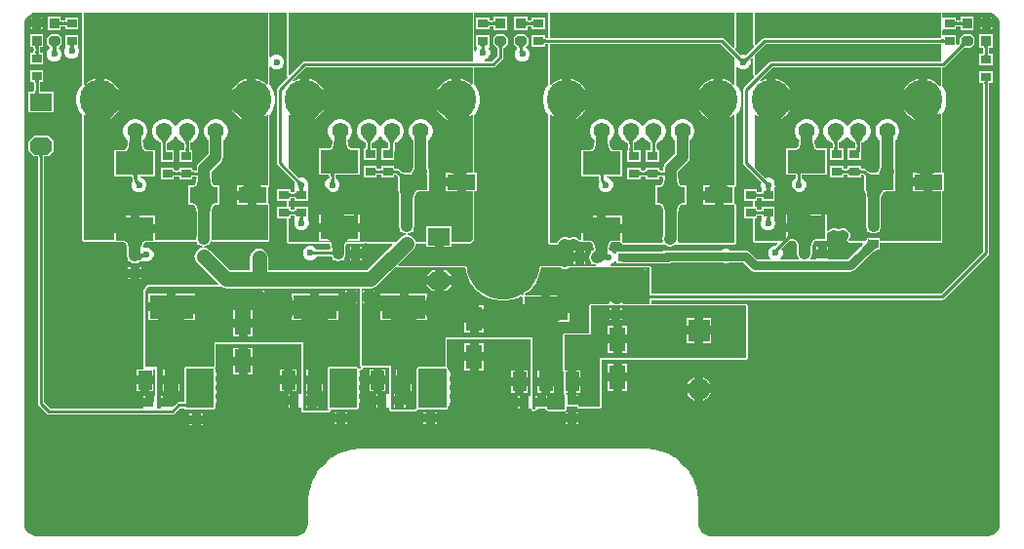
<source format=gtl>
G04*
G04 #@! TF.GenerationSoftware,Altium Limited,Altium Designer,21.7.2 (23)*
G04*
G04 Layer_Physical_Order=1*
G04 Layer_Color=255*
%FSLAX25Y25*%
%MOIN*%
G70*
G04*
G04 #@! TF.SameCoordinates,38115651-3DBD-42AD-B4A0-95CC447B3A10*
G04*
G04*
G04 #@! TF.FilePolarity,Positive*
G04*
G01*
G75*
%ADD10C,0.00787*%
%ADD12C,0.01000*%
%ADD28R,0.00394X0.00394*%
%ADD34R,0.03000X0.03600*%
%ADD35R,0.03600X0.03000*%
%ADD36R,0.05512X0.08071*%
%ADD37R,0.07500X0.06000*%
G04:AMPARAMS|DCode=38|XSize=60mil|YSize=75mil|CornerRadius=0mil|HoleSize=0mil|Usage=FLASHONLY|Rotation=270.000|XOffset=0mil|YOffset=0mil|HoleType=Round|Shape=Octagon|*
%AMOCTAGOND38*
4,1,8,0.03750,0.01500,0.03750,-0.01500,0.02250,-0.03000,-0.02250,-0.03000,-0.03750,-0.01500,-0.03750,0.01500,-0.02250,0.03000,0.02250,0.03000,0.03750,0.01500,0.0*
%
%ADD38OCTAGOND38*%

%ADD39R,0.03600X0.03500*%
G04:AMPARAMS|DCode=40|XSize=36mil|YSize=40mil|CornerRadius=0mil|HoleSize=0mil|Usage=FLASHONLY|Rotation=270.000|XOffset=0mil|YOffset=0mil|HoleType=Round|Shape=Octagon|*
%AMOCTAGOND40*
4,1,8,0.02000,0.00900,0.02000,-0.00900,0.01100,-0.01800,-0.01100,-0.01800,-0.02000,-0.00900,-0.02000,0.00900,-0.01100,0.01800,0.01100,0.01800,0.02000,0.00900,0.0*
%
%ADD40OCTAGOND40*%

%ADD41R,0.15000X0.08000*%
%ADD42R,0.04500X0.06500*%
%ADD43R,0.09646X0.05512*%
%ADD44R,0.13000X0.08000*%
%ADD45C,0.04000*%
%ADD46C,0.03000*%
%ADD47C,0.05000*%
%ADD48C,0.13583*%
%ADD49C,0.05591*%
%ADD50R,0.07480X0.07480*%
%ADD51C,0.07480*%
%ADD52C,0.02362*%
%ADD53C,0.23622*%
G36*
X940224Y905500D02*
X940214Y905595D01*
X940184Y905680D01*
X940133Y905755D01*
X940062Y905820D01*
X939971Y905875D01*
X939860Y905920D01*
X939728Y905955D01*
X939576Y905980D01*
X939404Y905995D01*
X939212Y906000D01*
Y907000D01*
X939404Y907005D01*
X939576Y907020D01*
X939728Y907045D01*
X939860Y907080D01*
X939971Y907125D01*
X940062Y907180D01*
X940133Y907245D01*
X940184Y907320D01*
X940214Y907405D01*
X940224Y907500D01*
Y905500D01*
D02*
G37*
G36*
X937786Y907405D02*
X937817Y907320D01*
X937867Y907245D01*
X937938Y907180D01*
X938029Y907125D01*
X938140Y907080D01*
X938272Y907045D01*
X938424Y907020D01*
X938596Y907005D01*
X938788Y907000D01*
Y906000D01*
X938596Y905995D01*
X938424Y905980D01*
X938272Y905955D01*
X938140Y905920D01*
X938029Y905875D01*
X937938Y905820D01*
X937867Y905755D01*
X937817Y905680D01*
X937786Y905595D01*
X937776Y905500D01*
Y907500D01*
X937786Y907405D01*
D02*
G37*
G36*
X950224Y910036D02*
X950988Y909719D01*
X951676Y909260D01*
X952260Y908675D01*
X952719Y907988D01*
X953036Y907224D01*
X953197Y906413D01*
Y906000D01*
Y735500D01*
Y735087D01*
X953036Y734276D01*
X952719Y733512D01*
X952260Y732824D01*
X951676Y732240D01*
X950988Y731780D01*
X950224Y731464D01*
X949413Y731303D01*
X854087D01*
X853276Y731464D01*
X852512Y731780D01*
X851824Y732240D01*
X851240Y732825D01*
X850780Y733512D01*
X850464Y734276D01*
X850303Y735087D01*
Y742584D01*
X850300Y742597D01*
X850302Y742610D01*
X850264Y743782D01*
X850255Y743821D01*
X850258Y743860D01*
X849952Y746184D01*
X849935Y746234D01*
X849931Y746287D01*
X849325Y748551D01*
X849301Y748598D01*
X849291Y748650D01*
X848394Y750815D01*
X848365Y750859D01*
X848348Y750909D01*
X847176Y752939D01*
X847141Y752979D01*
X847118Y753026D01*
X845691Y754885D01*
X845651Y754920D01*
X845622Y754964D01*
X843964Y756622D01*
X843920Y756651D01*
X843886Y756691D01*
X842026Y758117D01*
X841979Y758141D01*
X841939Y758176D01*
X839909Y759348D01*
X839859Y759365D01*
X839815Y759394D01*
X837650Y760291D01*
X837598Y760301D01*
X837551Y760325D01*
X835287Y760931D01*
X835234Y760935D01*
X835184Y760952D01*
X832860Y761258D01*
X832821Y761255D01*
X832782Y761264D01*
X831610Y761302D01*
X831597Y761300D01*
X831584Y761303D01*
X735416D01*
X735403Y761300D01*
X735390Y761302D01*
X734218Y761264D01*
X734179Y761255D01*
X734140Y761258D01*
X731816Y760952D01*
X731766Y760935D01*
X731713Y760931D01*
X729449Y760325D01*
X729402Y760301D01*
X729350Y760291D01*
X727185Y759394D01*
X727141Y759365D01*
X727091Y759348D01*
X725061Y758176D01*
X725021Y758141D01*
X724974Y758117D01*
X723114Y756691D01*
X723080Y756651D01*
X723036Y756622D01*
X721378Y754964D01*
X721349Y754920D01*
X721309Y754885D01*
X719882Y753026D01*
X719859Y752979D01*
X719824Y752939D01*
X718652Y750909D01*
X718635Y750859D01*
X718606Y750815D01*
X717709Y748650D01*
X717699Y748598D01*
X717675Y748551D01*
X717069Y746287D01*
X717065Y746234D01*
X717048Y746184D01*
X716742Y743860D01*
X716745Y743821D01*
X716736Y743782D01*
X716698Y742610D01*
X716700Y742597D01*
X716697Y742584D01*
Y735087D01*
X716536Y734276D01*
X716220Y733512D01*
X715760Y732824D01*
X715175Y732240D01*
X714488Y731780D01*
X713724Y731464D01*
X712913Y731303D01*
X623598D01*
X622788Y731464D01*
X622024Y731780D01*
X621336Y732240D01*
X620752Y732825D01*
X620292Y733512D01*
X619976Y734276D01*
X619815Y735087D01*
Y735500D01*
Y906000D01*
Y906413D01*
X619976Y907224D01*
X620292Y907988D01*
X620752Y908675D01*
X621336Y909260D01*
X622024Y909719D01*
X622788Y910036D01*
X623598Y910197D01*
X639459D01*
Y885705D01*
X639478Y885660D01*
X639350Y885532D01*
X638464Y884206D01*
X637854Y882734D01*
X637543Y881171D01*
Y879577D01*
X637854Y878014D01*
X638464Y876542D01*
X639350Y875217D01*
X639478Y875089D01*
X639459Y875043D01*
Y832500D01*
X639617Y832117D01*
X640000Y831959D01*
X650500D01*
Y831787D01*
X653417D01*
X653443Y831773D01*
X653760Y831740D01*
X653975Y831663D01*
X654166Y831536D01*
X654346Y831342D01*
X654515Y831064D01*
X654666Y830694D01*
X654790Y830231D01*
X654883Y829676D01*
X654939Y829031D01*
X654951Y828589D01*
Y827000D01*
X655145Y826025D01*
X655200Y825942D01*
Y825000D01*
X655993D01*
X656525Y824645D01*
X657500Y824451D01*
X658475Y824645D01*
X658917Y824940D01*
X659024Y824967D01*
X659069Y825000D01*
X659800D01*
Y825019D01*
X659827Y825054D01*
X660300Y825312D01*
X661007Y825020D01*
X661993D01*
X662905Y825397D01*
X663603Y826095D01*
X663980Y827007D01*
Y827993D01*
X663603Y828905D01*
X662905Y829603D01*
X661993Y829980D01*
X661007D01*
X660650Y829833D01*
X660203Y830188D01*
X660210Y830231D01*
X660334Y830694D01*
X660485Y831064D01*
X660654Y831342D01*
X660834Y831536D01*
X661025Y831663D01*
X661240Y831740D01*
X661557Y831773D01*
X661583Y831787D01*
X664500D01*
Y831959D01*
X678215D01*
X678409Y831893D01*
X678659Y831684D01*
X678700Y831618D01*
Y830787D01*
X679493D01*
X680024Y830433D01*
X680760Y830286D01*
X680744Y829780D01*
X680217Y829710D01*
X679487Y829408D01*
X678860Y828927D01*
X678753Y828787D01*
X678700D01*
Y828718D01*
X678379Y828300D01*
X678077Y827571D01*
X677974Y826787D01*
X678077Y826004D01*
X678379Y825274D01*
X678700Y824857D01*
Y824787D01*
X678753D01*
X678860Y824648D01*
X686005Y817503D01*
X685814Y817041D01*
X661978D01*
X661878Y817000D01*
X661770D01*
X661694Y816924D01*
X661595Y816883D01*
X661554Y816783D01*
X661478Y816707D01*
X661144Y815902D01*
X660617Y815375D01*
X660459Y814992D01*
X660459Y814992D01*
Y789000D01*
X660562Y788750D01*
X660331Y788250D01*
X658250D01*
Y786000D01*
X663750D01*
Y787900D01*
X663865Y788015D01*
X664250Y788203D01*
X664459Y788094D01*
Y779300D01*
X664000D01*
Y777000D01*
X662500D01*
Y775500D01*
X660500D01*
Y774932D01*
X628595D01*
X626520Y777008D01*
Y860450D01*
X626541Y860498D01*
X626546Y860674D01*
X626557Y860809D01*
X626575Y860914D01*
X626594Y860988D01*
X626599Y861000D01*
X628000D01*
X629750Y862750D01*
Y866250D01*
X628000Y868000D01*
X623000D01*
X621250Y866250D01*
Y862750D01*
X623000Y861000D01*
X624401D01*
X624406Y860988D01*
X624425Y860914D01*
X624443Y860809D01*
X624454Y860674D01*
X624459Y860498D01*
X624480Y860450D01*
Y776586D01*
X624558Y776196D01*
X624779Y775865D01*
X627452Y773192D01*
X627783Y772971D01*
X628173Y772893D01*
X670533D01*
X670923Y772971D01*
X671254Y773192D01*
X673043Y774980D01*
X674467D01*
X674617Y774617D01*
X675000Y774459D01*
X684500D01*
X684883Y774617D01*
X685041Y775000D01*
Y776033D01*
X685103Y776095D01*
X685480Y777007D01*
Y777993D01*
X685103Y778905D01*
X685041Y778967D01*
Y779034D01*
X685103Y779095D01*
X685480Y780007D01*
Y780993D01*
X685103Y781905D01*
X685041Y781966D01*
Y782033D01*
X685103Y782095D01*
X685480Y783007D01*
Y783993D01*
X685103Y784905D01*
X685041Y784967D01*
Y785034D01*
X685103Y785095D01*
X685480Y786007D01*
Y786993D01*
X685103Y787905D01*
X685041Y787966D01*
Y788500D01*
X684959Y788698D01*
X684989Y788742D01*
X685040Y788764D01*
X685101Y788910D01*
X685188Y789041D01*
X685178Y789095D01*
X685199Y789146D01*
Y796963D01*
X714459D01*
Y779900D01*
X714000Y779800D01*
X713959Y779800D01*
X713500D01*
Y777500D01*
Y775200D01*
X713959D01*
X714000Y775200D01*
X714459Y775101D01*
Y774000D01*
X714617Y773617D01*
X715000Y773459D01*
X723801D01*
X723947Y773519D01*
X724102Y773550D01*
X724132Y773596D01*
X724184Y773617D01*
X724244Y773763D01*
X724332Y773894D01*
X724431Y774394D01*
X724484Y774459D01*
X733500D01*
X733883Y774617D01*
X734041Y775000D01*
Y776033D01*
X734103Y776095D01*
X734480Y777007D01*
Y777993D01*
X734103Y778905D01*
X734041Y778967D01*
Y779034D01*
X734103Y779095D01*
X734480Y780007D01*
Y780993D01*
X734103Y781905D01*
X734041Y781966D01*
Y782033D01*
X734103Y782095D01*
X734480Y783007D01*
Y783993D01*
X734103Y784905D01*
X734041Y784967D01*
Y785034D01*
X734103Y785095D01*
X734480Y786007D01*
Y786993D01*
X734288Y787459D01*
X734622Y787959D01*
X734801D01*
X734947Y788019D01*
X735102Y788050D01*
X735133Y788096D01*
X735184Y788117D01*
X735244Y788263D01*
X735332Y788394D01*
X735431Y788894D01*
X735484Y788959D01*
X744459D01*
Y779900D01*
X744000Y779800D01*
X743959Y779800D01*
X743500D01*
Y777500D01*
Y775200D01*
X743959D01*
X744000Y775200D01*
X744459Y775101D01*
Y774500D01*
X744617Y774117D01*
X745000Y773959D01*
X753625D01*
X753676Y773980D01*
X753730Y773969D01*
X753862Y774057D01*
X754007Y774117D01*
X754027Y774163D01*
X754032Y774171D01*
X754075Y774199D01*
X754202Y774389D01*
X754315Y774535D01*
X754500Y774459D01*
X764000D01*
X764383Y774617D01*
X764541Y775000D01*
Y775533D01*
X765103Y776095D01*
X765480Y777007D01*
Y777993D01*
X765103Y778905D01*
X765008Y779000D01*
X765103Y779095D01*
X765480Y780007D01*
Y780993D01*
X765103Y781905D01*
X765008Y782000D01*
X765103Y782095D01*
X765480Y783007D01*
Y783993D01*
X765103Y784905D01*
X765008Y785000D01*
X765103Y785095D01*
X765480Y786007D01*
Y786993D01*
X765103Y787905D01*
X764541Y788467D01*
Y788500D01*
X764383Y788883D01*
X764170Y788971D01*
X764199Y789041D01*
Y798459D01*
X792959D01*
Y779399D01*
X792500Y779300D01*
X792459Y779300D01*
X792000D01*
Y777000D01*
Y774700D01*
X792500D01*
X792500Y774700D01*
X793000Y774754D01*
X793117Y774471D01*
X793471Y774117D01*
X793854Y773959D01*
X793854Y773959D01*
X794083D01*
X794195Y774005D01*
X794317Y774012D01*
X794734Y774212D01*
X794796Y774282D01*
X794883Y774317D01*
X794929Y774430D01*
X795011Y774520D01*
X795476Y774700D01*
X797524D01*
X797990Y774520D01*
X798071Y774430D01*
X798117Y774317D01*
X798204Y774282D01*
X798266Y774212D01*
X798683Y774012D01*
X798805Y774005D01*
X798917Y773959D01*
X804500D01*
X804883Y774117D01*
X805041Y774500D01*
Y775500D01*
X806901D01*
X807000Y775459D01*
X808776D01*
X808917Y775117D01*
X809300Y774959D01*
X816500D01*
X816883Y775117D01*
X817041Y775500D01*
Y791459D01*
X866500D01*
X866883Y791617D01*
X867041Y792000D01*
Y810000D01*
X866883Y810383D01*
X866500Y810541D01*
X834041D01*
Y811980D01*
X933500D01*
X933890Y812058D01*
X934221Y812279D01*
X949221Y827279D01*
X949442Y827610D01*
X949520Y828000D01*
Y885450D01*
X949541Y885498D01*
X949546Y885674D01*
X949557Y885809D01*
X949575Y885914D01*
X949594Y885988D01*
X949599Y886000D01*
X950800D01*
Y890000D01*
X946200D01*
Y886000D01*
X947401D01*
X947406Y885988D01*
X947425Y885914D01*
X947443Y885809D01*
X947454Y885674D01*
X947459Y885498D01*
X947480Y885450D01*
Y828422D01*
X933078Y814020D01*
X834041D01*
Y823000D01*
X833883Y823383D01*
X833500Y823541D01*
X820045D01*
X819993Y824020D01*
X820905Y824397D01*
X821603Y825095D01*
X821700Y825330D01*
X822200Y825231D01*
Y824500D01*
X824303D01*
X824500Y824461D01*
X839913D01*
X840693Y824616D01*
X840891Y824748D01*
X858455D01*
X859007Y824520D01*
X859993D01*
X860545Y824748D01*
X865485D01*
X867976Y822258D01*
X868637Y821816D01*
X869417Y821661D01*
X902113D01*
X902893Y821816D01*
X903555Y822258D01*
X908577Y827280D01*
X908580Y827282D01*
X909389Y828033D01*
X909755Y828331D01*
X910108Y828589D01*
X910442Y828803D01*
X910756Y828974D01*
X911049Y829102D01*
X911318Y829191D01*
X911564Y829241D01*
X911827Y829260D01*
X911832Y829262D01*
X911837Y829260D01*
X911889Y829287D01*
X912300D01*
Y829754D01*
X912328Y829838D01*
X912325Y829843D01*
X912327Y829849D01*
X912300Y829900D01*
Y831459D01*
X933000D01*
X933383Y831617D01*
X933541Y832000D01*
Y849032D01*
X934091D01*
Y855543D01*
X933541D01*
Y875583D01*
X933490Y875706D01*
X933489Y875723D01*
X934036Y876542D01*
X934646Y878014D01*
X934957Y879577D01*
Y881171D01*
X934646Y882734D01*
X934036Y884206D01*
X933489Y885025D01*
X933490Y885042D01*
X933541Y885165D01*
Y891494D01*
X933813D01*
X934204Y891571D01*
X934534Y891792D01*
X940431Y897689D01*
X940481Y897709D01*
X940661Y897882D01*
X940816Y898019D01*
X940953Y898126D01*
X941062Y898200D01*
X941385D01*
X941426Y898183D01*
X941465Y898199D01*
X941505Y898189D01*
X941524Y898200D01*
X943350D01*
X944500Y899350D01*
Y901650D01*
X943350Y902800D01*
X940650D01*
X939500Y901650D01*
Y900224D01*
X939489Y900205D01*
X939499Y900165D01*
X939483Y900126D01*
X939500Y900085D01*
Y899762D01*
X939431Y899659D01*
X939177Y899356D01*
X939009Y899181D01*
X938789Y899123D01*
X938300Y899461D01*
Y902500D01*
X933700D01*
X933541Y902934D01*
Y904066D01*
X933700Y904500D01*
X934041Y904500D01*
X938300D01*
Y905401D01*
X938312Y905406D01*
X938386Y905425D01*
X938491Y905443D01*
X938626Y905454D01*
X938802Y905459D01*
X938850Y905480D01*
X939150D01*
X939198Y905459D01*
X939374Y905454D01*
X939509Y905443D01*
X939614Y905425D01*
X939688Y905406D01*
X939700Y905401D01*
Y904250D01*
X944300D01*
Y908750D01*
X939700D01*
Y907599D01*
X939688Y907594D01*
X939614Y907575D01*
X939509Y907557D01*
X939374Y907546D01*
X939198Y907541D01*
X939150Y907520D01*
X938850D01*
X938802Y907541D01*
X938626Y907546D01*
X938491Y907557D01*
X938386Y907575D01*
X938312Y907594D01*
X938300Y907599D01*
Y908500D01*
X933700Y908500D01*
X933541Y908934D01*
Y910197D01*
X949413D01*
X950224Y910036D01*
D02*
G37*
G36*
X798959Y901520D02*
X798350D01*
X798302Y901541D01*
X798126Y901546D01*
X797991Y901557D01*
X797886Y901575D01*
X797812Y901594D01*
X797800Y901599D01*
Y902500D01*
X793200D01*
Y898500D01*
X797800D01*
Y899401D01*
X797812Y899406D01*
X797886Y899425D01*
X797991Y899443D01*
X798126Y899454D01*
X798302Y899459D01*
X798350Y899480D01*
X798959D01*
Y885705D01*
X798978Y885660D01*
X798849Y885532D01*
X797964Y884206D01*
X797354Y882734D01*
X797043Y881171D01*
Y879577D01*
X797354Y878014D01*
X797964Y876542D01*
X798849Y875217D01*
X798978Y875089D01*
X798959Y875043D01*
Y831500D01*
X799117Y831117D01*
X799500Y830959D01*
X802022D01*
X802122Y831000D01*
X802230D01*
X802306Y831076D01*
X802405Y831117D01*
X802446Y831217D01*
X802522Y831293D01*
X802856Y832098D01*
X803402Y832644D01*
X804114Y832939D01*
X804886D01*
X805598Y832644D01*
X805617Y832625D01*
X806000Y832467D01*
X806383Y832625D01*
X806402Y832644D01*
X807114Y832939D01*
X807886D01*
X808598Y832644D01*
X809117Y832125D01*
X809190Y832095D01*
X809239Y832033D01*
X809374Y832018D01*
X809500Y831966D01*
X810000Y831787D01*
Y831787D01*
X812917D01*
X812943Y831773D01*
X813260Y831740D01*
X813476Y831663D01*
X813666Y831536D01*
X813846Y831342D01*
X814015Y831064D01*
X814166Y830694D01*
X814291Y830231D01*
X814383Y829676D01*
X814424Y829205D01*
X814044Y828800D01*
X813500D01*
Y828007D01*
X813145Y827475D01*
X812951Y826500D01*
X813145Y825525D01*
X813500Y824993D01*
Y824200D01*
X814442D01*
X814524Y824145D01*
X815047Y824041D01*
X814997Y823541D01*
X806008D01*
X806008Y823541D01*
X805625Y823383D01*
X805598Y823356D01*
X804886Y823061D01*
X804114D01*
X803402Y823356D01*
X803375Y823383D01*
X802992Y823541D01*
X802992Y823541D01*
X796453D01*
X796298Y823477D01*
X796135Y823438D01*
X796111Y823400D01*
X796070Y823383D01*
X796006Y823228D01*
X795918Y823085D01*
X795724Y821860D01*
X795113Y819978D01*
X794215Y818215D01*
X793052Y816615D01*
X791653Y815216D01*
X790582Y814438D01*
X790515Y814329D01*
X790418Y814246D01*
X790411Y814159D01*
X790365Y814085D01*
X790385Y814000D01*
X790379Y813906D01*
X790145Y813720D01*
X789929Y813619D01*
X789856Y813663D01*
X789791Y813674D01*
X789741Y813717D01*
X789593Y813705D01*
X789447Y813728D01*
X789394Y813689D01*
X789328Y813684D01*
X788289Y813155D01*
X786408Y812544D01*
X784454Y812234D01*
X782475D01*
X780521Y812544D01*
X778640Y813155D01*
X776877Y814053D01*
X775276Y815216D01*
X773877Y816615D01*
X772715Y818215D01*
X771816Y819978D01*
X771205Y821860D01*
X771011Y823085D01*
X770923Y823228D01*
X770859Y823383D01*
X770818Y823400D01*
X770795Y823438D01*
X770632Y823477D01*
X770476Y823541D01*
X747686D01*
X747495Y824003D01*
X752640Y829148D01*
X752747Y829287D01*
X752800D01*
Y829357D01*
X753121Y829774D01*
X753423Y830504D01*
X753520Y831246D01*
X757250D01*
Y830000D01*
X760000D01*
Y833500D01*
X763000D01*
Y830000D01*
X765750D01*
Y831246D01*
X772334D01*
X772375Y831263D01*
X772418Y831253D01*
X772562Y831341D01*
X772717Y831405D01*
X772734Y831446D01*
X772772Y831469D01*
X773438Y832386D01*
X773477Y832549D01*
X773541Y832704D01*
Y849032D01*
X774590D01*
Y855543D01*
X773541D01*
Y875043D01*
X773522Y875089D01*
X773651Y875217D01*
X774536Y876542D01*
X775146Y878014D01*
X775457Y879577D01*
Y881171D01*
X775146Y882734D01*
X774536Y884206D01*
X773651Y885532D01*
X773522Y885660D01*
X773541Y885705D01*
Y891494D01*
X780013D01*
X780404Y891571D01*
X780734Y891792D01*
X783221Y894279D01*
X783442Y894610D01*
X783520Y895000D01*
Y897650D01*
X783541Y897698D01*
X783546Y897874D01*
X783557Y898009D01*
X783575Y898114D01*
X783594Y898188D01*
X783599Y898200D01*
X783850D01*
X785000Y899350D01*
Y901650D01*
X783850Y902800D01*
X781150D01*
X780000Y901650D01*
Y899350D01*
X781150Y898200D01*
X781401D01*
X781406Y898188D01*
X781425Y898114D01*
X781443Y898009D01*
X781454Y897874D01*
X781459Y897698D01*
X781480Y897650D01*
Y895422D01*
X779591Y893533D01*
X777026D01*
X776993Y894020D01*
X777905Y894397D01*
X778603Y895095D01*
X778980Y896007D01*
Y896993D01*
X778603Y897905D01*
X778470Y898038D01*
X778661Y898500D01*
X778800D01*
Y902500D01*
X774200D01*
Y898500D01*
X774339D01*
X774530Y898038D01*
X774397Y897905D01*
X774020Y896993D01*
X773541Y897045D01*
Y910197D01*
X798959D01*
Y901520D01*
D02*
G37*
G36*
X934212Y899500D02*
X934202Y899595D01*
X934172Y899680D01*
X934122Y899755D01*
X934052Y899820D01*
X933962Y899875D01*
X933852Y899920D01*
X933722Y899955D01*
X933572Y899980D01*
X933402Y899995D01*
X933212Y900000D01*
Y901000D01*
X933402Y901005D01*
X933572Y901020D01*
X933722Y901045D01*
X933852Y901080D01*
X933962Y901125D01*
X934052Y901180D01*
X934122Y901245D01*
X934172Y901320D01*
X934202Y901405D01*
X934212Y901500D01*
Y899500D01*
D02*
G37*
G36*
X797286Y901405D02*
X797317Y901320D01*
X797367Y901245D01*
X797438Y901180D01*
X797529Y901125D01*
X797640Y901080D01*
X797772Y901045D01*
X797924Y901020D01*
X798096Y901005D01*
X798288Y901000D01*
Y900000D01*
X798096Y899995D01*
X797924Y899980D01*
X797772Y899955D01*
X797640Y899920D01*
X797529Y899875D01*
X797438Y899820D01*
X797367Y899755D01*
X797317Y899680D01*
X797286Y899595D01*
X797276Y899500D01*
Y901500D01*
X797286Y901405D01*
D02*
G37*
G36*
X933000Y901520D02*
X872713D01*
X872322Y901442D01*
X871992Y901221D01*
X869962Y899191D01*
X869500Y899383D01*
Y910197D01*
X933000D01*
Y901520D01*
D02*
G37*
G36*
X941426Y898724D02*
X941350Y898780D01*
X941262Y898810D01*
X941161Y898814D01*
X941048Y898791D01*
X940922Y898741D01*
X940784Y898666D01*
X940633Y898563D01*
X940470Y898435D01*
X940294Y898280D01*
X940106Y898098D01*
X939398Y898806D01*
X939580Y898994D01*
X939863Y899333D01*
X939966Y899484D01*
X940041Y899622D01*
X940091Y899748D01*
X940114Y899861D01*
X940110Y899962D01*
X940080Y900050D01*
X940024Y900126D01*
X941426Y898724D01*
D02*
G37*
G36*
X862500Y898383D02*
X862038Y898191D01*
X859008Y901221D01*
X858678Y901442D01*
X858287Y901520D01*
X799500D01*
Y910197D01*
X862500D01*
Y898383D01*
D02*
G37*
G36*
X783405Y898714D02*
X783320Y898683D01*
X783245Y898633D01*
X783180Y898562D01*
X783125Y898471D01*
X783080Y898360D01*
X783045Y898228D01*
X783020Y898076D01*
X783005Y897904D01*
X783000Y897712D01*
X782000D01*
X781995Y897904D01*
X781980Y898076D01*
X781955Y898228D01*
X781920Y898360D01*
X781875Y898471D01*
X781820Y898562D01*
X781755Y898633D01*
X781680Y898683D01*
X781595Y898714D01*
X781500Y898724D01*
X783500D01*
X783405Y898714D01*
D02*
G37*
G36*
X777405Y899014D02*
X777320Y898983D01*
X777245Y898933D01*
X777180Y898862D01*
X777125Y898771D01*
X777080Y898660D01*
X777045Y898528D01*
X777020Y898376D01*
X777005Y898204D01*
X777004Y898154D01*
X777013Y898044D01*
X777029Y897936D01*
X777052Y897834D01*
X777082Y897737D01*
X777118Y897647D01*
X777160Y897562D01*
X777209Y897483D01*
X777265Y897410D01*
X777327Y897344D01*
X775673D01*
X775735Y897410D01*
X775791Y897483D01*
X775840Y897562D01*
X775882Y897647D01*
X775918Y897737D01*
X775948Y897834D01*
X775971Y897936D01*
X775987Y898044D01*
X775996Y898154D01*
X775995Y898204D01*
X775980Y898376D01*
X775955Y898528D01*
X775920Y898660D01*
X775875Y898771D01*
X775820Y898862D01*
X775755Y898933D01*
X775680Y898983D01*
X775595Y899014D01*
X775500Y899024D01*
X777500D01*
X777405Y899014D01*
D02*
G37*
G36*
X868959Y899383D02*
X869000Y899283D01*
Y899175D01*
X869076Y899099D01*
X869117Y899000D01*
X869267Y898497D01*
X866379Y895608D01*
X865993Y895768D01*
X865007D01*
X864621Y895608D01*
X862733Y897497D01*
X862883Y898000D01*
X862924Y898099D01*
X863000Y898176D01*
Y898283D01*
X863041Y898383D01*
Y910197D01*
X868959D01*
Y899383D01*
D02*
G37*
G36*
X867111Y894192D02*
X867029Y894104D01*
X866955Y894017D01*
X866890Y893929D01*
X866834Y893840D01*
X866786Y893751D01*
X866748Y893662D01*
X866718Y893572D01*
X866697Y893481D01*
X866685Y893390D01*
X866681Y893299D01*
X865512Y894468D01*
X865603Y894472D01*
X865694Y894484D01*
X865784Y894505D01*
X865874Y894535D01*
X865964Y894574D01*
X866053Y894621D01*
X866141Y894677D01*
X866229Y894742D01*
X866317Y894816D01*
X866404Y894899D01*
X867111Y894192D01*
D02*
G37*
G36*
X864683Y894816D02*
X864771Y894742D01*
X864859Y894677D01*
X864947Y894621D01*
X865036Y894574D01*
X865126Y894535D01*
X865216Y894505D01*
X865306Y894484D01*
X865397Y894472D01*
X865488Y894468D01*
X864319Y893299D01*
X864316Y893390D01*
X864303Y893481D01*
X864282Y893572D01*
X864252Y893662D01*
X864214Y893751D01*
X864166Y893840D01*
X864110Y893929D01*
X864045Y894017D01*
X863971Y894104D01*
X863889Y894192D01*
X864596Y894899D01*
X864683Y894816D01*
D02*
G37*
G36*
X868959Y894651D02*
Y888984D01*
X869000Y888885D01*
Y888777D01*
X869076Y888701D01*
X869117Y888602D01*
X869267Y888098D01*
X865822Y884653D01*
X865601Y884322D01*
X865524Y883932D01*
Y858744D01*
X865601Y858354D01*
X865822Y858023D01*
X871665Y852180D01*
X871506Y851795D01*
Y850808D01*
X871715Y850302D01*
X871686Y849802D01*
X871686Y849802D01*
X871686Y849802D01*
Y848907D01*
X871684Y848904D01*
X871664Y848896D01*
X871593Y848876D01*
X871490Y848859D01*
X871357Y848848D01*
X871184Y848843D01*
X871136Y848822D01*
X870836D01*
X870788Y848843D01*
X870615Y848848D01*
X870482Y848859D01*
X870379Y848876D01*
X870307Y848896D01*
X870288Y848904D01*
X870286Y848907D01*
Y849802D01*
X865686D01*
Y845802D01*
X868959D01*
Y843802D01*
X865686D01*
Y839802D01*
X868959D01*
Y832000D01*
X869117Y831617D01*
X869500Y831459D01*
X877076D01*
X877267Y830997D01*
X876751Y830480D01*
X876007D01*
X875095Y830103D01*
X874397Y829405D01*
X874020Y828493D01*
Y827507D01*
X874397Y826595D01*
X874753Y826239D01*
X874546Y825739D01*
X870262D01*
X867772Y828229D01*
X867110Y828671D01*
X866330Y828827D01*
X861181D01*
X860905Y829103D01*
X859993Y829480D01*
X859007D01*
X858095Y829103D01*
X857819Y828827D01*
X840200D01*
X840003Y828787D01*
X838200D01*
Y828539D01*
X824500D01*
X824303Y828500D01*
X822200D01*
Y827769D01*
X821700Y827670D01*
X821603Y827905D01*
X820905Y828603D01*
X819993Y828980D01*
X819600Y829480D01*
X819617Y829676D01*
X819709Y830231D01*
X819834Y830694D01*
X819985Y831064D01*
X820154Y831342D01*
X820334Y831536D01*
X820525Y831663D01*
X820740Y831740D01*
X821057Y831773D01*
X821083Y831787D01*
X822987D01*
X823464Y831712D01*
X823551Y831564D01*
X823617Y831405D01*
X823654Y831390D01*
X823674Y831355D01*
X824055Y831068D01*
X824222Y831025D01*
X824381Y830959D01*
X837752D01*
X838200Y830787D01*
Y830787D01*
X838993D01*
X839525Y830433D01*
X840500Y830238D01*
X841475Y830433D01*
X842007Y830787D01*
X842800D01*
Y830787D01*
X843300Y830969D01*
X843325Y830959D01*
X862500D01*
X862883Y831117D01*
X863041Y831500D01*
Y844532D01*
X862883Y844914D01*
X862591Y845035D01*
Y850540D01*
X862883Y850661D01*
X863041Y851043D01*
Y875043D01*
X863022Y875089D01*
X863151Y875217D01*
X864036Y876542D01*
X864646Y878014D01*
X864957Y879577D01*
Y881171D01*
X864646Y882734D01*
X864036Y884206D01*
X863151Y885532D01*
X863022Y885660D01*
X863041Y885705D01*
Y891535D01*
X863541Y891739D01*
X864095Y891185D01*
X865007Y890807D01*
X865993D01*
X866905Y891185D01*
X867603Y891882D01*
X867980Y892794D01*
Y893781D01*
X867821Y894166D01*
X868497Y894842D01*
X868959Y894651D01*
D02*
G37*
G36*
X709459Y888984D02*
X709500Y888885D01*
Y888777D01*
X709576Y888701D01*
X709617Y888602D01*
X709767Y888098D01*
X706322Y884653D01*
X706101Y884322D01*
X706024Y883932D01*
Y858744D01*
X706101Y858354D01*
X706322Y858023D01*
X712165Y852180D01*
X712006Y851795D01*
Y850808D01*
X712215Y850302D01*
X712186Y849802D01*
X712186Y849802D01*
X712186Y849802D01*
Y848907D01*
X712184Y848904D01*
X712164Y848896D01*
X712093Y848876D01*
X711989Y848859D01*
X711857Y848848D01*
X711684Y848843D01*
X711635Y848822D01*
X711336D01*
X711288Y848843D01*
X711115Y848848D01*
X710982Y848859D01*
X710879Y848876D01*
X710807Y848896D01*
X710788Y848904D01*
X710786Y848907D01*
Y849802D01*
X706186D01*
Y845802D01*
X709459D01*
Y843802D01*
X706186D01*
Y839802D01*
X709459D01*
Y831787D01*
X709617Y831405D01*
X710000Y831246D01*
X724145D01*
X724166Y831194D01*
X724291Y830731D01*
X724383Y830176D01*
X724439Y829531D01*
X724440Y829520D01*
X723976Y829020D01*
X719762D01*
X719603Y829405D01*
X718905Y830103D01*
X717993Y830480D01*
X717007D01*
X716095Y830103D01*
X715397Y829405D01*
X715020Y828493D01*
Y827507D01*
X715397Y826595D01*
X716095Y825897D01*
X717007Y825520D01*
X717993D01*
X718905Y825897D01*
X719603Y826595D01*
X719762Y826980D01*
X724450D01*
X724498Y826959D01*
X724616Y826956D01*
X724645Y826812D01*
X725000Y826281D01*
Y825487D01*
X725942D01*
X726024Y825432D01*
X727000Y825238D01*
X727976Y825432D01*
X728058Y825487D01*
X729000D01*
Y826281D01*
X729355Y826812D01*
X729549Y827787D01*
Y829089D01*
X729561Y829531D01*
X729617Y830176D01*
X729709Y830731D01*
X729834Y831194D01*
X729855Y831246D01*
X735541D01*
X735640Y831287D01*
X735748D01*
X736114Y831439D01*
X736886D01*
X737252Y831287D01*
X737360D01*
X737459Y831246D01*
X745526D01*
X745718Y830784D01*
X736959Y822026D01*
X703026D01*
Y826500D01*
X702923Y827283D01*
X702621Y828013D01*
X702140Y828640D01*
X701513Y829121D01*
X700783Y829423D01*
X700000Y829526D01*
X699217Y829423D01*
X698487Y829121D01*
X697860Y828640D01*
X697379Y828013D01*
X697077Y827283D01*
X696974Y826500D01*
Y822026D01*
X690041D01*
X683300Y828767D01*
Y828787D01*
X683279D01*
X683140Y828927D01*
X682513Y829408D01*
X681783Y829710D01*
X681256Y829780D01*
X681240Y830286D01*
X681976Y830433D01*
X682507Y830787D01*
X683300D01*
Y831614D01*
X683396Y831758D01*
X683624Y832037D01*
X684019Y831961D01*
X684033Y831966D01*
X684072Y831959D01*
X703000D01*
X703383Y832117D01*
X703541Y832500D01*
Y844532D01*
X703383Y844914D01*
X703090Y845035D01*
Y850540D01*
X703383Y850661D01*
X703541Y851043D01*
Y875043D01*
X703522Y875089D01*
X703651Y875217D01*
X704536Y876542D01*
X705146Y878014D01*
X705457Y879577D01*
Y881171D01*
X705146Y882734D01*
X704536Y884206D01*
X703651Y885532D01*
X703522Y885660D01*
X703541Y885705D01*
Y891535D01*
X704041Y891739D01*
X704595Y891185D01*
X705507Y890807D01*
X706493D01*
X707405Y891185D01*
X708103Y891882D01*
X708480Y892794D01*
Y893781D01*
X708103Y894692D01*
X707405Y895390D01*
X706493Y895768D01*
X705507D01*
X704595Y895390D01*
X704041Y894836D01*
X703541Y895040D01*
Y910197D01*
X709459D01*
Y888984D01*
D02*
G37*
G36*
X933000Y893533D02*
X875124D01*
X874734Y893455D01*
X874403Y893234D01*
X869962Y888793D01*
X869500Y888984D01*
Y895846D01*
X873135Y899480D01*
X933000D01*
Y893533D01*
D02*
G37*
G36*
X773000D02*
X715624D01*
X715234Y893455D01*
X714903Y893234D01*
X710462Y888793D01*
X710000Y888984D01*
Y910197D01*
X773000D01*
Y893533D01*
D02*
G37*
G36*
X862500Y894845D02*
Y885705D01*
X862038Y885514D01*
X861514Y886038D01*
X860320Y886835D01*
X858993Y887385D01*
X858366Y887510D01*
Y880374D01*
Y875566D01*
X861761Y875667D01*
X861249Y875104D01*
X860791Y874538D01*
X860387Y873969D01*
X860376Y873950D01*
X861514Y874710D01*
X862038Y875234D01*
X862500Y875043D01*
Y851043D01*
X859896D01*
X860047Y850880D01*
X860347Y850680D01*
X860687Y850559D01*
X861067Y850519D01*
X858768D01*
Y847787D01*
Y844532D01*
X862500D01*
Y831500D01*
X843325D01*
X843058Y832000D01*
X843087Y832044D01*
X843281Y833020D01*
Y841333D01*
X843293Y841775D01*
X843350Y842420D01*
X843442Y842975D01*
X843566Y843438D01*
X843717Y843808D01*
X843886Y844086D01*
X844066Y844280D01*
X844257Y844407D01*
X844473Y844484D01*
X844789Y844517D01*
X844815Y844532D01*
X846055D01*
Y851043D01*
X844815D01*
X844789Y851058D01*
X844473Y851091D01*
X844257Y851167D01*
X844066Y851295D01*
X843886Y851489D01*
X843717Y851767D01*
X843566Y852137D01*
X843442Y852600D01*
X843350Y853155D01*
X843293Y853800D01*
X843281Y854242D01*
Y855829D01*
X846559Y859107D01*
X847112Y859934D01*
X847305Y860909D01*
Y866440D01*
X848056Y867191D01*
X848595Y868124D01*
X848874Y869166D01*
Y870244D01*
X848595Y871285D01*
X848056Y872219D01*
X847294Y872981D01*
X846360Y873520D01*
X845319Y873799D01*
X844240D01*
X843199Y873520D01*
X842266Y872981D01*
X841503Y872219D01*
X840964Y871285D01*
X840685Y870244D01*
Y869166D01*
X840964Y868124D01*
X841503Y867191D01*
X842208Y866486D01*
Y861965D01*
X838930Y858688D01*
X838377Y857861D01*
X838183Y856885D01*
Y856307D01*
X837350D01*
X837302Y856328D01*
X837126Y856333D01*
X836991Y856345D01*
X836886Y856362D01*
X836812Y856382D01*
X836800Y856387D01*
Y857287D01*
X832200D01*
Y856392D01*
X832198Y856389D01*
X832178Y856381D01*
X832107Y856362D01*
X832004Y856345D01*
X831871Y856333D01*
X831698Y856328D01*
X831650Y856307D01*
X831010D01*
X830962Y856328D01*
X830786Y856333D01*
X830651Y856345D01*
X830545Y856362D01*
X830472Y856382D01*
X830460Y856387D01*
Y857255D01*
X825860D01*
Y853255D01*
X830460D01*
Y854188D01*
X830472Y854193D01*
X830545Y854213D01*
X830651Y854230D01*
X830786Y854242D01*
X830962Y854246D01*
X831010Y854268D01*
X831650D01*
X831698Y854246D01*
X831871Y854242D01*
X832004Y854230D01*
X832107Y854213D01*
X832178Y854194D01*
X832198Y854185D01*
X832200Y854183D01*
Y853287D01*
X836800D01*
Y854188D01*
X836812Y854193D01*
X836886Y854213D01*
X836991Y854230D01*
X837126Y854242D01*
X837302Y854246D01*
X837350Y854268D01*
X837689D01*
X838165Y853806D01*
X838169Y853768D01*
X838115Y853155D01*
X838023Y852600D01*
X837898Y852137D01*
X837747Y851767D01*
X837578Y851489D01*
X837398Y851295D01*
X837208Y851167D01*
X836992Y851091D01*
X836675Y851058D01*
X836649Y851043D01*
X835409D01*
Y844532D01*
X836649D01*
X836675Y844517D01*
X836992Y844484D01*
X837208Y844407D01*
X837399Y844280D01*
X837578Y844086D01*
X837747Y843808D01*
X837898Y843438D01*
X838023Y842975D01*
X838115Y842420D01*
X838172Y841775D01*
X838183Y841333D01*
Y833820D01*
X838145Y833763D01*
X837951Y832787D01*
X838108Y832000D01*
X837842Y831571D01*
X837752Y831500D01*
X824381D01*
X824000Y831787D01*
X824000Y832000D01*
Y834787D01*
X817000D01*
X810693D01*
X810524Y834618D01*
X810647Y834787D01*
X810000D01*
Y832661D01*
X809977Y832646D01*
X809500Y832508D01*
X808905Y833103D01*
X807993Y833480D01*
X807007D01*
X806095Y833103D01*
X806000Y833008D01*
X805905Y833103D01*
X804993Y833480D01*
X804007D01*
X803095Y833103D01*
X802397Y832405D01*
X802022Y831500D01*
X799500D01*
Y875043D01*
X799962Y875234D01*
X800486Y874710D01*
X801680Y873913D01*
X801790Y873867D01*
X801784Y873876D01*
X801371Y874432D01*
X800903Y874981D01*
X800380Y875524D01*
X803634D01*
Y880374D01*
Y887510D01*
X803007Y887385D01*
X801680Y886835D01*
X800486Y886038D01*
X799962Y885514D01*
X799500Y885705D01*
Y899480D01*
X857865D01*
X862500Y894845D01*
D02*
G37*
G36*
X773000Y885705D02*
X772538Y885514D01*
X772014Y886038D01*
X770820Y886835D01*
X769493Y887385D01*
X768866Y887510D01*
Y880374D01*
Y875688D01*
X772752Y876237D01*
X772290Y875606D01*
X771524Y874383D01*
X772014Y874710D01*
X772538Y875234D01*
X773000Y875043D01*
Y855543D01*
X771147D01*
X771297Y855382D01*
X771597Y855181D01*
X771937Y855060D01*
X772317Y855019D01*
X770768Y855022D01*
Y852287D01*
Y849032D01*
X773000D01*
Y832704D01*
X772334Y831787D01*
X765750D01*
Y837000D01*
X757250D01*
Y831787D01*
X753460D01*
X753423Y832071D01*
X753121Y832800D01*
X752800Y833218D01*
Y833287D01*
X752747D01*
X752640Y833427D01*
X752013Y833908D01*
X751283Y834210D01*
X751152Y834227D01*
X750750Y834464D01*
X750750Y834464D01*
X750750D01*
X750740Y834786D01*
X750753Y834789D01*
X751475Y834933D01*
X752007Y835287D01*
X752800D01*
Y836230D01*
X752855Y836312D01*
X753049Y837287D01*
Y845833D01*
X753061Y846274D01*
X753117Y846918D01*
X753209Y847473D01*
X753334Y847936D01*
X753485Y848306D01*
X753654Y848584D01*
X753834Y848779D01*
X754025Y848907D01*
X754241Y848983D01*
X754558Y849017D01*
X754584Y849032D01*
X758055D01*
Y854961D01*
X758084Y855032D01*
X758072Y855061D01*
X758081Y855091D01*
X758055Y855543D01*
X758004D01*
X757829Y858211D01*
Y866463D01*
X758556Y867191D01*
X759095Y868124D01*
X759374Y869166D01*
Y870244D01*
X759095Y871285D01*
X758556Y872219D01*
X757794Y872981D01*
X756860Y873520D01*
X755819Y873799D01*
X754740D01*
X753699Y873520D01*
X752766Y872981D01*
X752003Y872219D01*
X751464Y871285D01*
X751185Y870244D01*
Y869166D01*
X751464Y868124D01*
X752003Y867191D01*
X752731Y866463D01*
Y858742D01*
X752719Y858301D01*
X752662Y857656D01*
X752570Y857102D01*
X752446Y856639D01*
X752295Y856269D01*
X752126Y855991D01*
X751945Y855796D01*
X751755Y855668D01*
X751538Y855591D01*
X751222Y855557D01*
X751196Y855543D01*
X749604D01*
X749603Y855544D01*
X749598Y855543D01*
X749550D01*
X749522Y855558D01*
X749474Y855543D01*
X749140D01*
X749069Y855585D01*
X748948Y855669D01*
X748619Y855947D01*
X748432Y856128D01*
X748382Y856148D01*
X748021Y856508D01*
X747690Y856729D01*
X747300Y856807D01*
X746850D01*
X746802Y856828D01*
X746626Y856833D01*
X746491Y856845D01*
X746386Y856862D01*
X746312Y856882D01*
X746300Y856887D01*
Y857787D01*
X741700D01*
Y856892D01*
X741698Y856889D01*
X741678Y856881D01*
X741607Y856862D01*
X741504Y856845D01*
X741371Y856833D01*
X741198Y856828D01*
X741150Y856807D01*
X740850D01*
X740802Y856828D01*
X740626Y856833D01*
X740491Y856845D01*
X740386Y856862D01*
X740312Y856882D01*
X740300Y856887D01*
Y857787D01*
X735700D01*
Y853787D01*
X740300D01*
Y854688D01*
X740312Y854693D01*
X740386Y854713D01*
X740491Y854730D01*
X740626Y854742D01*
X740802Y854746D01*
X740850Y854768D01*
X741150D01*
X741198Y854746D01*
X741371Y854742D01*
X741504Y854730D01*
X741607Y854713D01*
X741678Y854694D01*
X741698Y854685D01*
X741700Y854683D01*
Y853787D01*
X746300D01*
Y854688D01*
X746312Y854693D01*
X746386Y854713D01*
X746491Y854730D01*
X746626Y854742D01*
X746802Y854746D01*
X746847Y854766D01*
X747186Y854402D01*
X747309Y854250D01*
X747401Y854119D01*
X747409Y854105D01*
Y853831D01*
X747395Y853804D01*
X747408Y853758D01*
X747394Y853714D01*
X747409Y853682D01*
Y849613D01*
X747380Y849543D01*
X747409Y849472D01*
Y849032D01*
X747692D01*
X747704Y849005D01*
X747763Y848786D01*
X747817Y848479D01*
X747951Y846319D01*
Y837287D01*
X748145Y836312D01*
X748200Y836230D01*
Y835287D01*
X748993D01*
X749524Y834933D01*
X750247Y834789D01*
X750260Y834786D01*
X750250Y834464D01*
X750250D01*
X750250Y834464D01*
X749848Y834227D01*
X749717Y834210D01*
X748987Y833908D01*
X748360Y833427D01*
X748221Y833287D01*
X748200D01*
Y833267D01*
X746721Y831787D01*
X737459D01*
X736993Y831980D01*
X736007D01*
X735541Y831787D01*
X729491D01*
X729320Y831367D01*
X729180Y830846D01*
X729080Y830244D01*
X729020Y829562D01*
X729000Y828799D01*
X725524D01*
Y827000D01*
X725514Y827095D01*
X725484Y827180D01*
X725433Y827255D01*
X725362Y827320D01*
X725271Y827375D01*
X725160Y827420D01*
X725028Y827455D01*
X724876Y827480D01*
X724704Y827495D01*
X724512Y827500D01*
Y828500D01*
X724704Y828505D01*
X724876Y828520D01*
X725028Y828545D01*
X725160Y828580D01*
X725271Y828625D01*
X725362Y828680D01*
X725433Y828745D01*
X725470Y828799D01*
X725000D01*
X724980Y829562D01*
X724920Y830244D01*
X724820Y830846D01*
X724680Y831367D01*
X724509Y831787D01*
X710000D01*
Y839802D01*
X710786D01*
Y840697D01*
X710788Y840700D01*
X710807Y840708D01*
X710879Y840728D01*
X710982Y840745D01*
X711115Y840756D01*
X711288Y840761D01*
X711336Y840782D01*
X711635D01*
X711684Y840761D01*
X711857Y840756D01*
X711989Y840745D01*
X712093Y840728D01*
X712164Y840708D01*
X712184Y840700D01*
X712186Y840697D01*
Y839802D01*
X712186Y839802D01*
X712186D01*
X712236Y839302D01*
X712020Y838781D01*
Y837794D01*
X712397Y836882D01*
X713095Y836185D01*
X714007Y835807D01*
X714993D01*
X715905Y836185D01*
X716603Y836882D01*
X716980Y837794D01*
Y838781D01*
X716764Y839302D01*
X716786Y839802D01*
X716786Y839802D01*
X716786Y839802D01*
Y843802D01*
X712186D01*
Y842907D01*
X712184Y842904D01*
X712164Y842896D01*
X712093Y842877D01*
X711989Y842859D01*
X711857Y842848D01*
X711684Y842843D01*
X711635Y842822D01*
X711336D01*
X711288Y842843D01*
X711115Y842848D01*
X710982Y842859D01*
X710879Y842877D01*
X710807Y842896D01*
X710788Y842904D01*
X710786Y842907D01*
Y843802D01*
X710000D01*
Y845802D01*
X710786D01*
Y846697D01*
X710788Y846700D01*
X710807Y846708D01*
X710879Y846727D01*
X710982Y846745D01*
X711115Y846756D01*
X711288Y846761D01*
X711336Y846782D01*
X711635D01*
X711684Y846761D01*
X711857Y846756D01*
X711989Y846745D01*
X712093Y846727D01*
X712164Y846708D01*
X712184Y846700D01*
X712186Y846697D01*
Y845802D01*
X716786D01*
Y849802D01*
X716786Y849802D01*
X716786D01*
X716756Y850302D01*
X716966Y850808D01*
Y851795D01*
X716589Y852707D01*
X715891Y853404D01*
X714979Y853782D01*
X713993D01*
X713607Y853622D01*
X710000Y857229D01*
Y875043D01*
X710462Y875234D01*
X710986Y874710D01*
X712180Y873913D01*
X712290Y873867D01*
X712284Y873876D01*
X711871Y874432D01*
X711403Y874981D01*
X710880Y875524D01*
X714134D01*
Y880374D01*
Y887510D01*
X713507Y887385D01*
X712180Y886835D01*
X711925Y886665D01*
X711606Y887053D01*
X716047Y891494D01*
X773000D01*
Y885705D01*
D02*
G37*
G36*
X703000D02*
X702538Y885514D01*
X702014Y886038D01*
X700820Y886835D01*
X699493Y887385D01*
X698866Y887510D01*
Y880374D01*
Y875566D01*
X702261Y875667D01*
X701749Y875104D01*
X701291Y874538D01*
X700887Y873969D01*
X700876Y873950D01*
X702014Y874710D01*
X702538Y875234D01*
X703000Y875043D01*
Y851043D01*
X700396D01*
X700547Y850880D01*
X700847Y850680D01*
X701187Y850559D01*
X701567Y850519D01*
X699268D01*
Y847787D01*
Y844532D01*
X703000D01*
Y832500D01*
X684072D01*
X683755Y832887D01*
X683781Y833020D01*
Y841333D01*
X683793Y841775D01*
X683850Y842420D01*
X683942Y842975D01*
X684066Y843438D01*
X684217Y843808D01*
X684386Y844086D01*
X684566Y844280D01*
X684757Y844407D01*
X684973Y844484D01*
X685289Y844517D01*
X685315Y844532D01*
X686555D01*
Y851043D01*
X685315D01*
X685289Y851058D01*
X684973Y851091D01*
X684757Y851167D01*
X684566Y851295D01*
X684386Y851489D01*
X684217Y851767D01*
X684066Y852137D01*
X683942Y852600D01*
X683850Y853155D01*
X683793Y853800D01*
X683781Y854242D01*
Y855829D01*
X687059Y859107D01*
X687611Y859934D01*
X687806Y860909D01*
Y866440D01*
X688556Y867191D01*
X689095Y868124D01*
X689374Y869166D01*
Y870244D01*
X689095Y871285D01*
X688556Y872219D01*
X687794Y872981D01*
X686860Y873520D01*
X685819Y873799D01*
X684740D01*
X683699Y873520D01*
X682765Y872981D01*
X682003Y872219D01*
X681464Y871285D01*
X681185Y870244D01*
Y869166D01*
X681464Y868124D01*
X682003Y867191D01*
X682708Y866486D01*
Y861965D01*
X679430Y858688D01*
X678877Y857861D01*
X678683Y856885D01*
Y856307D01*
X677850D01*
X677802Y856328D01*
X677626Y856333D01*
X677491Y856345D01*
X677386Y856362D01*
X677312Y856382D01*
X677300Y856387D01*
Y857287D01*
X672700D01*
Y856392D01*
X672698Y856389D01*
X672679Y856381D01*
X672607Y856362D01*
X672504Y856345D01*
X672371Y856333D01*
X672198Y856328D01*
X672150Y856307D01*
X671510D01*
X671462Y856328D01*
X671286Y856333D01*
X671151Y856345D01*
X671045Y856362D01*
X670971Y856382D01*
X670960Y856387D01*
Y857255D01*
X666360D01*
Y853255D01*
X670960D01*
Y854188D01*
X670971Y854193D01*
X671045Y854213D01*
X671151Y854230D01*
X671286Y854242D01*
X671462Y854246D01*
X671510Y854268D01*
X672150D01*
X672198Y854246D01*
X672371Y854242D01*
X672504Y854230D01*
X672607Y854213D01*
X672679Y854194D01*
X672698Y854185D01*
X672700Y854183D01*
Y853287D01*
X677300D01*
Y854188D01*
X677312Y854193D01*
X677386Y854213D01*
X677491Y854230D01*
X677626Y854242D01*
X677802Y854246D01*
X677850Y854268D01*
X678189D01*
X678665Y853806D01*
X678669Y853768D01*
X678615Y853155D01*
X678523Y852600D01*
X678398Y852137D01*
X678247Y851767D01*
X678078Y851489D01*
X677898Y851295D01*
X677708Y851167D01*
X677492Y851091D01*
X677176Y851058D01*
X677149Y851043D01*
X675910D01*
Y844532D01*
X677149D01*
X677176Y844517D01*
X677492Y844484D01*
X677708Y844407D01*
X677899Y844280D01*
X678078Y844086D01*
X678247Y843808D01*
X678398Y843438D01*
X678523Y842975D01*
X678615Y842420D01*
X678672Y841775D01*
X678683Y841333D01*
Y833820D01*
X678645Y833763D01*
X678451Y832787D01*
X678215Y832500D01*
X664500D01*
Y834787D01*
X657500D01*
X651193D01*
X651024Y834618D01*
X651147Y834787D01*
X650500D01*
Y832500D01*
X640000D01*
Y875043D01*
X640462Y875234D01*
X640986Y874710D01*
X642180Y873913D01*
X642290Y873867D01*
X642284Y873876D01*
X641871Y874432D01*
X641403Y874981D01*
X640880Y875524D01*
X644134D01*
Y880374D01*
Y887510D01*
X643507Y887385D01*
X642180Y886835D01*
X640986Y886038D01*
X640462Y885514D01*
X640000Y885705D01*
Y910197D01*
X703000D01*
Y885705D01*
D02*
G37*
G36*
X949405Y886514D02*
X949320Y886483D01*
X949245Y886433D01*
X949180Y886362D01*
X949125Y886271D01*
X949080Y886160D01*
X949045Y886028D01*
X949020Y885876D01*
X949005Y885704D01*
X949000Y885512D01*
X948000D01*
X947995Y885704D01*
X947980Y885876D01*
X947955Y886028D01*
X947920Y886160D01*
X947875Y886271D01*
X947820Y886362D01*
X947755Y886433D01*
X947680Y886483D01*
X947595Y886514D01*
X947500Y886524D01*
X949500D01*
X949405Y886514D01*
D02*
G37*
G36*
X933000Y885165D02*
X932676Y885067D01*
X932500Y885052D01*
X931514Y886038D01*
X930320Y886835D01*
X928993Y887385D01*
X928366Y887510D01*
Y880374D01*
Y875688D01*
X932252Y876237D01*
X931790Y875606D01*
X931024Y874383D01*
X931514Y874710D01*
X932500Y875696D01*
X932676Y875682D01*
X933000Y875583D01*
Y855543D01*
X930647D01*
X930797Y855382D01*
X931097Y855181D01*
X931437Y855060D01*
X931817Y855019D01*
X930268Y855022D01*
Y852287D01*
Y849032D01*
X933000D01*
Y832000D01*
X912300D01*
Y833287D01*
X910197D01*
X910000Y833327D01*
X909700D01*
X909503Y833287D01*
X908320D01*
X908274Y833313D01*
X908218Y833297D01*
X908163Y833314D01*
X908111Y833287D01*
X907700D01*
Y832884D01*
X907674Y832837D01*
X907659Y832703D01*
X907620Y832574D01*
X907539Y832395D01*
X907412Y832174D01*
X907296Y832000D01*
X901770D01*
X901603Y832405D01*
X901508Y832500D01*
X901603Y832595D01*
X901980Y833507D01*
Y834493D01*
X901603Y835405D01*
X900905Y836103D01*
X899993Y836480D01*
X899007D01*
X898095Y836103D01*
X898000Y836008D01*
X897905Y836103D01*
X896993Y836480D01*
X896007D01*
X895095Y836103D01*
X894500Y835508D01*
X894023Y835646D01*
X894000Y835661D01*
Y841287D01*
X893255D01*
X893237Y841210D01*
X893249Y841135D01*
X893274Y841025D01*
X893306Y840935D01*
X893343Y840865D01*
X893385Y840815D01*
X893434Y840785D01*
X893488Y840775D01*
X891703Y840763D01*
X891798Y840774D01*
X891883Y840805D01*
X891958Y840856D01*
X892023Y840927D01*
X892078Y841018D01*
X892123Y841129D01*
X892158Y841260D01*
X892152Y841287D01*
X888500D01*
Y838133D01*
X888526Y838111D01*
X889195Y837450D01*
X889241Y837379D01*
X889258Y837328D01*
X889245Y837298D01*
X889203Y837287D01*
Y836287D01*
X889245Y836277D01*
X889258Y836247D01*
X889241Y836196D01*
X889195Y836125D01*
X889120Y836033D01*
X889015Y835922D01*
X888718Y835637D01*
X888304Y835271D01*
Y836787D01*
X887000D01*
Y836287D01*
X887001Y836277D01*
X887000Y836275D01*
Y835287D01*
X885825D01*
X885750Y835226D01*
X885678Y835287D01*
X884001D01*
X884501Y834787D01*
X884230Y834762D01*
X883933Y834685D01*
X883611Y834557D01*
X883264Y834379D01*
X882892Y834149D01*
X882495Y833869D01*
X881626Y833154D01*
X881604Y833134D01*
X881926Y832811D01*
X881849Y832867D01*
X881758Y832894D01*
X881653Y832893D01*
X881533Y832863D01*
X881399Y832805D01*
X881250Y832719D01*
X881087Y832605D01*
X880910Y832462D01*
X880512Y832092D01*
X880000Y832604D01*
Y832500D01*
X880000Y832287D01*
X879619Y832000D01*
X869500D01*
Y839802D01*
X870286D01*
Y840697D01*
X870288Y840700D01*
X870307Y840708D01*
X870379Y840728D01*
X870482Y840745D01*
X870615Y840756D01*
X870788Y840761D01*
X870836Y840782D01*
X871136D01*
X871184Y840761D01*
X871357Y840756D01*
X871490Y840745D01*
X871593Y840728D01*
X871664Y840708D01*
X871684Y840700D01*
X871686Y840697D01*
Y839802D01*
X871686Y839802D01*
X871686D01*
X871736Y839302D01*
X871520Y838781D01*
Y837794D01*
X871897Y836882D01*
X872595Y836185D01*
X873507Y835807D01*
X874493D01*
X875405Y836185D01*
X876103Y836882D01*
X876480Y837794D01*
Y838781D01*
X876264Y839302D01*
X876286Y839802D01*
X876286Y839802D01*
X876286Y839802D01*
Y843802D01*
X871686D01*
Y842907D01*
X871684Y842904D01*
X871664Y842896D01*
X871593Y842877D01*
X871490Y842859D01*
X871357Y842848D01*
X871184Y842843D01*
X871136Y842822D01*
X870836D01*
X870788Y842843D01*
X870615Y842848D01*
X870482Y842859D01*
X870379Y842877D01*
X870307Y842896D01*
X870288Y842904D01*
X870286Y842907D01*
Y843802D01*
X869500D01*
Y845802D01*
X870286D01*
Y846697D01*
X870288Y846700D01*
X870307Y846708D01*
X870379Y846727D01*
X870482Y846745D01*
X870615Y846756D01*
X870788Y846761D01*
X870836Y846782D01*
X871136D01*
X871184Y846761D01*
X871357Y846756D01*
X871490Y846745D01*
X871593Y846727D01*
X871664Y846708D01*
X871684Y846700D01*
X871686Y846697D01*
Y845802D01*
X876286D01*
Y849802D01*
X876286Y849802D01*
X876286D01*
X876256Y850302D01*
X876466Y850808D01*
Y851795D01*
X876089Y852707D01*
X875391Y853404D01*
X874479Y853782D01*
X873493D01*
X873107Y853622D01*
X869500Y857229D01*
Y875043D01*
X869962Y875234D01*
X870486Y874710D01*
X871680Y873913D01*
X871790Y873867D01*
X871784Y873876D01*
X871371Y874432D01*
X870903Y874981D01*
X870380Y875524D01*
X873634D01*
Y880374D01*
Y887510D01*
X873007Y887385D01*
X871680Y886835D01*
X871425Y886665D01*
X871106Y887053D01*
X875547Y891494D01*
X933000D01*
Y885165D01*
D02*
G37*
G36*
X626405Y861514D02*
X626320Y861483D01*
X626245Y861433D01*
X626180Y861362D01*
X626125Y861271D01*
X626080Y861160D01*
X626045Y861028D01*
X626020Y860876D01*
X626005Y860704D01*
X626000Y860512D01*
X625000D01*
X624995Y860704D01*
X624980Y860876D01*
X624955Y861028D01*
X624920Y861160D01*
X624875Y861271D01*
X624820Y861362D01*
X624755Y861433D01*
X624680Y861483D01*
X624595Y861514D01*
X624500Y861524D01*
X626500D01*
X626405Y861514D01*
D02*
G37*
G36*
X757282Y858271D02*
X757493Y855071D01*
X757543Y855031D01*
X751279Y855019D01*
X751659Y855060D01*
X752000Y855181D01*
X752299Y855382D01*
X752560Y855663D01*
X752779Y856024D01*
X752959Y856466D01*
X753099Y856987D01*
X753199Y857588D01*
X753260Y858270D01*
X753279Y859031D01*
X757279D01*
X757282Y858271D01*
D02*
G37*
G36*
X745786Y856692D02*
X745817Y856607D01*
X745867Y856532D01*
X745938Y856467D01*
X746029Y856412D01*
X746140Y856367D01*
X746272Y856332D01*
X746424Y856307D01*
X746596Y856292D01*
X746788Y856287D01*
Y855287D01*
X746596Y855282D01*
X746424Y855267D01*
X746272Y855242D01*
X746140Y855207D01*
X746029Y855162D01*
X745938Y855107D01*
X745867Y855042D01*
X745817Y854967D01*
X745786Y854882D01*
X745776Y854787D01*
Y856787D01*
X745786Y856692D01*
D02*
G37*
G36*
X742212Y854787D02*
X742202Y854882D01*
X742172Y854967D01*
X742122Y855042D01*
X742052Y855107D01*
X741962Y855162D01*
X741852Y855207D01*
X741722Y855242D01*
X741572Y855267D01*
X741402Y855282D01*
X741212Y855287D01*
Y856287D01*
X741402Y856292D01*
X741572Y856307D01*
X741722Y856332D01*
X741852Y856367D01*
X741962Y856412D01*
X742052Y856467D01*
X742122Y856532D01*
X742172Y856607D01*
X742202Y856692D01*
X742212Y856787D01*
Y854787D01*
D02*
G37*
G36*
X739786Y856692D02*
X739817Y856607D01*
X739867Y856532D01*
X739938Y856467D01*
X740029Y856412D01*
X740140Y856367D01*
X740272Y856332D01*
X740424Y856307D01*
X740596Y856292D01*
X740788Y856287D01*
Y855287D01*
X740596Y855282D01*
X740424Y855267D01*
X740272Y855242D01*
X740140Y855207D01*
X740029Y855162D01*
X739938Y855107D01*
X739867Y855042D01*
X739817Y854967D01*
X739786Y854882D01*
X739776Y854787D01*
Y856787D01*
X739786Y856692D01*
D02*
G37*
G36*
X836286Y856192D02*
X836316Y856107D01*
X836367Y856032D01*
X836438Y855967D01*
X836529Y855912D01*
X836640Y855867D01*
X836772Y855832D01*
X836924Y855807D01*
X837096Y855792D01*
X837288Y855787D01*
Y854787D01*
X837096Y854782D01*
X836924Y854767D01*
X836772Y854742D01*
X836640Y854707D01*
X836529Y854662D01*
X836438Y854607D01*
X836367Y854542D01*
X836316Y854467D01*
X836286Y854382D01*
X836276Y854287D01*
Y856287D01*
X836286Y856192D01*
D02*
G37*
G36*
X832712Y854287D02*
X832702Y854382D01*
X832672Y854467D01*
X832622Y854542D01*
X832552Y854607D01*
X832462Y854662D01*
X832352Y854707D01*
X832222Y854742D01*
X832072Y854767D01*
X831902Y854782D01*
X831712Y854787D01*
Y855787D01*
X831902Y855792D01*
X832072Y855807D01*
X832222Y855832D01*
X832352Y855867D01*
X832462Y855912D01*
X832552Y855967D01*
X832622Y856032D01*
X832672Y856107D01*
X832702Y856192D01*
X832712Y856287D01*
Y854287D01*
D02*
G37*
G36*
X829946Y856192D02*
X829976Y856107D01*
X830027Y856032D01*
X830097Y855967D01*
X830189Y855912D01*
X830300Y855867D01*
X830431Y855832D01*
X830583Y855807D01*
X830755Y855792D01*
X830948Y855787D01*
Y854787D01*
X830755Y854782D01*
X830583Y854767D01*
X830431Y854742D01*
X830300Y854707D01*
X830189Y854662D01*
X830097Y854607D01*
X830027Y854542D01*
X829976Y854467D01*
X829946Y854382D01*
X829936Y854287D01*
Y856287D01*
X829946Y856192D01*
D02*
G37*
G36*
X676786D02*
X676817Y856107D01*
X676867Y856032D01*
X676938Y855967D01*
X677029Y855912D01*
X677140Y855867D01*
X677272Y855832D01*
X677424Y855807D01*
X677596Y855792D01*
X677788Y855787D01*
Y854787D01*
X677596Y854782D01*
X677424Y854767D01*
X677272Y854742D01*
X677140Y854707D01*
X677029Y854662D01*
X676938Y854607D01*
X676867Y854542D01*
X676817Y854467D01*
X676786Y854382D01*
X676776Y854287D01*
Y856287D01*
X676786Y856192D01*
D02*
G37*
G36*
X673212Y854287D02*
X673202Y854382D01*
X673172Y854467D01*
X673122Y854542D01*
X673052Y854607D01*
X672962Y854662D01*
X672852Y854707D01*
X672722Y854742D01*
X672572Y854767D01*
X672402Y854782D01*
X672212Y854787D01*
Y855787D01*
X672402Y855792D01*
X672572Y855807D01*
X672722Y855832D01*
X672852Y855867D01*
X672962Y855912D01*
X673052Y855967D01*
X673122Y856032D01*
X673172Y856107D01*
X673202Y856192D01*
X673212Y856287D01*
Y854287D01*
D02*
G37*
G36*
X670446Y856192D02*
X670476Y856107D01*
X670527Y856032D01*
X670598Y855967D01*
X670689Y855912D01*
X670800Y855867D01*
X670931Y855832D01*
X671083Y855807D01*
X671255Y855792D01*
X671448Y855787D01*
Y854787D01*
X671255Y854782D01*
X671083Y854767D01*
X670931Y854742D01*
X670800Y854707D01*
X670689Y854662D01*
X670598Y854607D01*
X670527Y854542D01*
X670476Y854467D01*
X670446Y854382D01*
X670436Y854287D01*
Y856287D01*
X670446Y856192D01*
D02*
G37*
G36*
X748256Y855545D02*
X748617Y855240D01*
X748778Y855127D01*
X748926Y855042D01*
X749061Y854984D01*
X749183Y854952D01*
X749292Y854947D01*
X749388Y854970D01*
X749470Y855019D01*
X747933Y853752D01*
X747995Y853822D01*
X748027Y853909D01*
X748029Y854011D01*
X748001Y854129D01*
X747944Y854262D01*
X747857Y854412D01*
X747741Y854577D01*
X747595Y854757D01*
X747214Y855166D01*
X748056Y855739D01*
X748256Y855545D01*
D02*
G37*
G36*
X873169Y852830D02*
X873256Y852757D01*
X873345Y852691D01*
X873433Y852635D01*
X873522Y852588D01*
X873612Y852549D01*
X873702Y852519D01*
X873792Y852498D01*
X873883Y852486D01*
X873974Y852483D01*
X872805Y851313D01*
X872801Y851405D01*
X872789Y851495D01*
X872768Y851586D01*
X872738Y851676D01*
X872700Y851765D01*
X872652Y851854D01*
X872596Y851943D01*
X872531Y852031D01*
X872457Y852118D01*
X872375Y852206D01*
X873082Y852913D01*
X873169Y852830D01*
D02*
G37*
G36*
X713669D02*
X713757Y852757D01*
X713845Y852691D01*
X713933Y852635D01*
X714022Y852588D01*
X714112Y852549D01*
X714202Y852519D01*
X714292Y852498D01*
X714383Y852486D01*
X714474Y852483D01*
X713305Y851313D01*
X713301Y851405D01*
X713289Y851495D01*
X713268Y851586D01*
X713238Y851676D01*
X713200Y851765D01*
X713152Y851854D01*
X713096Y851943D01*
X713031Y852031D01*
X712957Y852118D01*
X712875Y852206D01*
X713582Y852913D01*
X713669Y852830D01*
D02*
G37*
G36*
X842752Y853769D02*
X842812Y853087D01*
X842912Y852485D01*
X843052Y851964D01*
X843232Y851522D01*
X843452Y851161D01*
X843712Y850880D01*
X844012Y850680D01*
X844352Y850559D01*
X844732Y850519D01*
X836732D01*
X837112Y850559D01*
X837452Y850680D01*
X837752Y850880D01*
X838012Y851161D01*
X838232Y851522D01*
X838412Y851964D01*
X838552Y852485D01*
X838652Y853087D01*
X838712Y853769D01*
X838732Y854531D01*
X842732D01*
X842752Y853769D01*
D02*
G37*
G36*
X683252D02*
X683312Y853087D01*
X683412Y852485D01*
X683552Y851964D01*
X683732Y851522D01*
X683952Y851161D01*
X684212Y850880D01*
X684512Y850680D01*
X684852Y850559D01*
X685232Y850519D01*
X677232D01*
X677612Y850559D01*
X677952Y850680D01*
X678252Y850880D01*
X678512Y851161D01*
X678732Y851522D01*
X678912Y851964D01*
X679052Y852485D01*
X679152Y853087D01*
X679212Y853769D01*
X679232Y854531D01*
X683232D01*
X683252Y853769D01*
D02*
G37*
G36*
X874751Y850391D02*
X874695Y850318D01*
X874646Y850239D01*
X874603Y850155D01*
X874568Y850064D01*
X874538Y849968D01*
X874516Y849867D01*
X874531Y849774D01*
X874566Y849642D01*
X874611Y849531D01*
X874666Y849440D01*
X874731Y849369D01*
X874806Y849319D01*
X874891Y849288D01*
X874986Y849278D01*
X872986D01*
X873081Y849288D01*
X873166Y849319D01*
X873241Y849369D01*
X873306Y849440D01*
X873361Y849531D01*
X873406Y849642D01*
X873441Y849774D01*
X873456Y849867D01*
X873434Y849968D01*
X873404Y850064D01*
X873368Y850155D01*
X873326Y850239D01*
X873277Y850318D01*
X873221Y850391D01*
X873159Y850458D01*
X874813D01*
X874751Y850391D01*
D02*
G37*
G36*
X715251D02*
X715195Y850318D01*
X715146Y850239D01*
X715103Y850155D01*
X715068Y850064D01*
X715038Y849968D01*
X715016Y849867D01*
X715031Y849774D01*
X715066Y849642D01*
X715111Y849531D01*
X715166Y849440D01*
X715231Y849369D01*
X715306Y849319D01*
X715391Y849288D01*
X715486Y849278D01*
X713486D01*
X713581Y849288D01*
X713666Y849319D01*
X713741Y849369D01*
X713806Y849440D01*
X713861Y849531D01*
X713906Y849642D01*
X713941Y849774D01*
X713956Y849867D01*
X713934Y849968D01*
X713904Y850064D01*
X713868Y850155D01*
X713826Y850239D01*
X713777Y850318D01*
X713721Y850391D01*
X713659Y850458D01*
X715313D01*
X715251Y850391D01*
D02*
G37*
G36*
X872198Y846802D02*
X872188Y846897D01*
X872158Y846982D01*
X872108Y847057D01*
X872038Y847122D01*
X871948Y847177D01*
X871838Y847222D01*
X871708Y847257D01*
X871558Y847282D01*
X871388Y847297D01*
X871198Y847302D01*
Y848302D01*
X871388Y848307D01*
X871558Y848322D01*
X871708Y848347D01*
X871838Y848382D01*
X871948Y848427D01*
X872038Y848482D01*
X872108Y848547D01*
X872158Y848622D01*
X872188Y848707D01*
X872198Y848802D01*
Y846802D01*
D02*
G37*
G36*
X869784Y848707D02*
X869814Y848622D01*
X869864Y848547D01*
X869934Y848482D01*
X870024Y848427D01*
X870134Y848382D01*
X870264Y848347D01*
X870414Y848322D01*
X870584Y848307D01*
X870774Y848302D01*
Y847302D01*
X870584Y847297D01*
X870414Y847282D01*
X870264Y847257D01*
X870134Y847222D01*
X870024Y847177D01*
X869934Y847122D01*
X869864Y847057D01*
X869814Y846982D01*
X869784Y846897D01*
X869774Y846802D01*
Y848802D01*
X869784Y848707D01*
D02*
G37*
G36*
X712698Y846802D02*
X712688Y846897D01*
X712658Y846982D01*
X712608Y847057D01*
X712538Y847122D01*
X712448Y847177D01*
X712338Y847222D01*
X712208Y847257D01*
X712058Y847282D01*
X711888Y847297D01*
X711698Y847302D01*
Y848302D01*
X711888Y848307D01*
X712058Y848322D01*
X712208Y848347D01*
X712338Y848382D01*
X712448Y848427D01*
X712538Y848482D01*
X712608Y848547D01*
X712658Y848622D01*
X712688Y848707D01*
X712698Y848802D01*
Y846802D01*
D02*
G37*
G36*
X710284Y848707D02*
X710314Y848622D01*
X710364Y848547D01*
X710434Y848482D01*
X710524Y848427D01*
X710634Y848382D01*
X710764Y848347D01*
X710914Y848322D01*
X711084Y848307D01*
X711274Y848302D01*
Y847302D01*
X711084Y847297D01*
X710914Y847282D01*
X710764Y847257D01*
X710634Y847222D01*
X710524Y847177D01*
X710434Y847122D01*
X710364Y847057D01*
X710314Y846982D01*
X710284Y846897D01*
X710274Y846802D01*
Y848802D01*
X710284Y848707D01*
D02*
G37*
G36*
X754120Y849515D02*
X753780Y849394D01*
X753480Y849193D01*
X753220Y848912D01*
X753000Y848551D01*
X752820Y848109D01*
X752680Y847588D01*
X752580Y846987D01*
X752520Y846305D01*
X752500Y845543D01*
X748500D01*
X748494Y846303D01*
X748355Y848543D01*
X748292Y848903D01*
X748216Y849183D01*
X748130Y849384D01*
X748031Y849504D01*
X747922Y849543D01*
X754500Y849555D01*
X754120Y849515D01*
D02*
G37*
G36*
X844352Y845015D02*
X844012Y844895D01*
X843712Y844694D01*
X843452Y844414D01*
X843232Y844053D01*
X843052Y843611D01*
X842912Y843090D01*
X842812Y842488D01*
X842752Y841806D01*
X842732Y841043D01*
X838732D01*
X838712Y841806D01*
X838652Y842488D01*
X838552Y843090D01*
X838412Y843611D01*
X838232Y844053D01*
X838012Y844414D01*
X837752Y844694D01*
X837452Y844895D01*
X837112Y845015D01*
X836732Y845055D01*
X844732D01*
X844352Y845015D01*
D02*
G37*
G36*
X684852D02*
X684512Y844895D01*
X684212Y844694D01*
X683952Y844414D01*
X683732Y844053D01*
X683552Y843611D01*
X683412Y843090D01*
X683312Y842488D01*
X683252Y841806D01*
X683232Y841043D01*
X679232D01*
X679212Y841806D01*
X679152Y842488D01*
X679052Y843090D01*
X678912Y843611D01*
X678732Y844053D01*
X678512Y844414D01*
X678252Y844694D01*
X677952Y844895D01*
X677612Y845015D01*
X677232Y845055D01*
X685232D01*
X684852Y845015D01*
D02*
G37*
G36*
X872198Y840802D02*
X872188Y840897D01*
X872158Y840982D01*
X872108Y841057D01*
X872038Y841122D01*
X871948Y841177D01*
X871838Y841222D01*
X871708Y841257D01*
X871558Y841282D01*
X871388Y841297D01*
X871198Y841302D01*
Y842302D01*
X871388Y842307D01*
X871558Y842322D01*
X871708Y842347D01*
X871838Y842382D01*
X871948Y842427D01*
X872038Y842482D01*
X872108Y842547D01*
X872158Y842622D01*
X872188Y842707D01*
X872198Y842802D01*
Y840802D01*
D02*
G37*
G36*
X869784Y842707D02*
X869814Y842622D01*
X869864Y842547D01*
X869934Y842482D01*
X870024Y842427D01*
X870134Y842382D01*
X870264Y842347D01*
X870414Y842322D01*
X870584Y842307D01*
X870774Y842302D01*
Y841302D01*
X870584Y841297D01*
X870414Y841282D01*
X870264Y841257D01*
X870134Y841222D01*
X870024Y841177D01*
X869934Y841122D01*
X869864Y841057D01*
X869814Y840982D01*
X869784Y840897D01*
X869774Y840802D01*
Y842802D01*
X869784Y842707D01*
D02*
G37*
G36*
X712698Y840802D02*
X712688Y840897D01*
X712658Y840982D01*
X712608Y841057D01*
X712538Y841122D01*
X712448Y841177D01*
X712338Y841222D01*
X712208Y841257D01*
X712058Y841282D01*
X711888Y841297D01*
X711698Y841302D01*
Y842302D01*
X711888Y842307D01*
X712058Y842322D01*
X712208Y842347D01*
X712338Y842382D01*
X712448Y842427D01*
X712538Y842482D01*
X712608Y842547D01*
X712658Y842622D01*
X712688Y842707D01*
X712698Y842802D01*
Y840802D01*
D02*
G37*
G36*
X710284Y842707D02*
X710314Y842622D01*
X710364Y842547D01*
X710434Y842482D01*
X710524Y842427D01*
X710634Y842382D01*
X710764Y842347D01*
X710914Y842322D01*
X711084Y842307D01*
X711274Y842302D01*
Y841302D01*
X711084Y841297D01*
X710914Y841282D01*
X710764Y841257D01*
X710634Y841222D01*
X710524Y841177D01*
X710434Y841122D01*
X710364Y841057D01*
X710314Y840982D01*
X710284Y840897D01*
X710274Y840802D01*
Y842802D01*
X710284Y842707D01*
D02*
G37*
G36*
X874891Y840316D02*
X874806Y840285D01*
X874731Y840235D01*
X874666Y840164D01*
X874611Y840073D01*
X874566Y839962D01*
X874531Y839830D01*
X874515Y839734D01*
X874516Y839730D01*
X874539Y839628D01*
X874569Y839532D01*
X874605Y839442D01*
X874648Y839357D01*
X874698Y839279D01*
X874754Y839207D01*
X874817Y839141D01*
X873163Y839121D01*
X873225Y839189D01*
X873279Y839262D01*
X873328Y839342D01*
X873370Y839427D01*
X873405Y839517D01*
X873434Y839614D01*
X873457Y839717D01*
X873458Y839725D01*
X873441Y839830D01*
X873406Y839962D01*
X873361Y840073D01*
X873306Y840164D01*
X873241Y840235D01*
X873166Y840285D01*
X873081Y840316D01*
X872986Y840326D01*
X874986D01*
X874891Y840316D01*
D02*
G37*
G36*
X715391D02*
X715306Y840285D01*
X715231Y840235D01*
X715166Y840164D01*
X715111Y840073D01*
X715066Y839962D01*
X715031Y839830D01*
X715015Y839734D01*
X715016Y839730D01*
X715039Y839628D01*
X715069Y839532D01*
X715105Y839442D01*
X715148Y839357D01*
X715198Y839279D01*
X715254Y839207D01*
X715317Y839141D01*
X713663Y839121D01*
X713725Y839189D01*
X713779Y839262D01*
X713828Y839342D01*
X713870Y839427D01*
X713905Y839517D01*
X713934Y839614D01*
X713957Y839717D01*
X713958Y839725D01*
X713941Y839830D01*
X713906Y839962D01*
X713861Y840073D01*
X713806Y840164D01*
X713741Y840235D01*
X713666Y840285D01*
X713581Y840316D01*
X713486Y840326D01*
X715486D01*
X715391Y840316D01*
D02*
G37*
G36*
X900598Y835644D02*
X901144Y835098D01*
X901439Y834386D01*
Y833614D01*
X901144Y832902D01*
X901125Y832883D01*
X900966Y832500D01*
X901125Y832117D01*
X901144Y832098D01*
X901270Y831793D01*
X901347Y831717D01*
X901388Y831617D01*
X901487Y831576D01*
X901563Y831500D01*
X901671D01*
X901770Y831459D01*
X906250D01*
X906459Y831005D01*
X906094Y830576D01*
X905704Y830178D01*
X905702Y830173D01*
X901268Y825739D01*
X894500D01*
Y826287D01*
X890500D01*
Y825739D01*
X888500D01*
Y826281D01*
X888855Y826812D01*
X889049Y827787D01*
Y829089D01*
X889061Y829531D01*
X889117Y830176D01*
X889209Y830731D01*
X889334Y831194D01*
X889485Y831564D01*
X889654Y831842D01*
X889834Y832036D01*
X890024Y832163D01*
X890240Y832240D01*
X890557Y832273D01*
X890583Y832287D01*
X894000D01*
Y834726D01*
X894125Y834819D01*
X894500Y834966D01*
X894626Y835019D01*
X894761Y835033D01*
X894810Y835095D01*
X894883Y835125D01*
X895402Y835644D01*
X896114Y835939D01*
X896886D01*
X897598Y835644D01*
X897617Y835625D01*
X898000Y835466D01*
X898383Y835625D01*
X898402Y835644D01*
X899114Y835939D01*
X899886D01*
X900598Y835644D01*
D02*
G37*
G36*
X882443Y832273D02*
X882760Y832240D01*
X882975Y832163D01*
X883166Y832036D01*
X883346Y831842D01*
X883515Y831564D01*
X883666Y831194D01*
X883790Y830731D01*
X883883Y830176D01*
X883939Y829531D01*
X883951Y829089D01*
Y827787D01*
X884145Y826812D01*
X884500Y826281D01*
Y825739D01*
X878454D01*
X878247Y826239D01*
X878603Y826595D01*
X878980Y827507D01*
Y828493D01*
X878603Y829405D01*
X878581Y829427D01*
X880833Y831678D01*
X880881Y831696D01*
X881264Y832053D01*
X881413Y832172D01*
X881542Y832263D01*
X881584Y832287D01*
X881885D01*
X881926Y832270D01*
X881968Y832287D01*
X881969D01*
X882012Y832277D01*
X882029Y832287D01*
X882417D01*
X882443Y832273D01*
D02*
G37*
G36*
X890120Y832771D02*
X889780Y832651D01*
X889480Y832450D01*
X889220Y832170D01*
X889000Y831808D01*
X888820Y831367D01*
X888680Y830846D01*
X888580Y830244D01*
X888520Y829562D01*
X888500Y828799D01*
X884500D01*
X884480Y829562D01*
X884420Y830244D01*
X884320Y830846D01*
X884180Y831367D01*
X884000Y831808D01*
X883780Y832170D01*
X883520Y832450D01*
X883220Y832651D01*
X882880Y832771D01*
X882500Y832811D01*
X890500D01*
X890120Y832771D01*
D02*
G37*
G36*
X877795Y829375D02*
X877711Y829286D01*
X877640Y829198D01*
X877581Y829112D01*
X877536Y829029D01*
X877504Y828947D01*
X877484Y828867D01*
X877478Y828789D01*
X877484Y828713D01*
X877504Y828639D01*
X877536Y828567D01*
X875988Y829064D01*
X876027Y829087D01*
X876079Y829125D01*
X876224Y829248D01*
X876680Y829678D01*
X876990Y829985D01*
X877795Y829375D01*
D02*
G37*
G36*
X820620Y832271D02*
X820280Y832151D01*
X819980Y831950D01*
X819720Y831670D01*
X819500Y831308D01*
X819320Y830867D01*
X819180Y830346D01*
X819080Y829744D01*
X819020Y829062D01*
X819000Y828299D01*
X815000D01*
X814980Y829062D01*
X814920Y829744D01*
X814820Y830346D01*
X814680Y830867D01*
X814500Y831308D01*
X814280Y831670D01*
X814020Y831950D01*
X813720Y832151D01*
X813380Y832271D01*
X813000Y832311D01*
X821000D01*
X820620Y832271D01*
D02*
G37*
G36*
X911788Y829799D02*
X911490Y829778D01*
X911180Y829715D01*
X910855Y829609D01*
X910518Y829460D01*
X910167Y829269D01*
X909802Y829036D01*
X909425Y828760D01*
X909034Y828442D01*
X908212Y827678D01*
X906091Y829799D01*
X906494Y830211D01*
X907682Y831604D01*
X907873Y831889D01*
X908021Y832149D01*
X908127Y832383D01*
X908191Y832592D01*
X908212Y832775D01*
X911788Y829799D01*
D02*
G37*
G36*
X718410Y828765D02*
X718483Y828709D01*
X718562Y828660D01*
X718647Y828618D01*
X718737Y828582D01*
X718834Y828552D01*
X718936Y828529D01*
X719044Y828513D01*
X719159Y828503D01*
X719279Y828500D01*
Y827500D01*
X719159Y827497D01*
X719044Y827487D01*
X718936Y827471D01*
X718834Y827448D01*
X718737Y827418D01*
X718647Y827382D01*
X718562Y827340D01*
X718483Y827291D01*
X718410Y827235D01*
X718343Y827173D01*
Y828827D01*
X718410Y828765D01*
D02*
G37*
G36*
X661120Y832271D02*
X660780Y832151D01*
X660480Y831950D01*
X660220Y831670D01*
X660000Y831308D01*
X659820Y830867D01*
X659680Y830346D01*
X659580Y829744D01*
X659520Y829062D01*
X659500Y828299D01*
X659121D01*
X659914Y827775D01*
X660098Y827676D01*
X660185Y827635D01*
X660196Y827641D01*
X660258Y827692D01*
X660311Y827751D01*
X660353Y827818D01*
X660386Y827892D01*
X660563Y827507D01*
X660631Y827500D01*
Y827358D01*
X661072Y826399D01*
X661012Y826418D01*
X660935Y826435D01*
X660842Y826451D01*
X660605Y826475D01*
X660493Y826480D01*
X660404Y826456D01*
X660261Y826401D01*
X660098Y826324D01*
X659914Y826225D01*
X659489Y825962D01*
X658984Y825610D01*
X658702Y825402D01*
Y828299D01*
X655500D01*
X655480Y829062D01*
X655420Y829744D01*
X655320Y830346D01*
X655180Y830867D01*
X655000Y831308D01*
X654780Y831670D01*
X654520Y831950D01*
X654220Y832151D01*
X653880Y832271D01*
X653500Y832311D01*
X661500D01*
X661120Y832271D01*
D02*
G37*
G36*
X817002Y827879D02*
X817562Y827532D01*
X817841Y827390D01*
X818120Y827271D01*
X818397Y827174D01*
X818440Y827162D01*
X818517Y827209D01*
X818589Y827265D01*
X818657Y827327D01*
Y827102D01*
X818674Y827098D01*
X818950Y827043D01*
X819225Y827011D01*
X819500Y827000D01*
Y826000D01*
X819225Y825989D01*
X818950Y825957D01*
X818674Y825902D01*
X818657Y825898D01*
Y825673D01*
X818589Y825735D01*
X818517Y825791D01*
X818440Y825838D01*
X818397Y825826D01*
X818120Y825729D01*
X817841Y825609D01*
X817562Y825468D01*
X817282Y825306D01*
X817002Y825121D01*
X816720Y824915D01*
Y828085D01*
X817002Y827879D01*
D02*
G37*
G36*
X833500Y810541D02*
X824399D01*
X824300Y811000D01*
X824300Y811041D01*
Y811500D01*
X824097D01*
X824052Y811472D01*
X823767Y811231D01*
Y811500D01*
X822000D01*
X819700D01*
Y811041D01*
X819700Y811000D01*
X819600Y810541D01*
X813500D01*
X813117Y810383D01*
X812959Y810000D01*
Y800541D01*
X804500D01*
X804117Y800383D01*
X803959Y800000D01*
Y787750D01*
X804117Y787367D01*
X804250Y787312D01*
Y780312D01*
X804213Y780235D01*
X804210Y780180D01*
X804177Y780137D01*
X804198Y779980D01*
X804190Y779821D01*
X804226Y779780D01*
X804234Y779726D01*
X804500Y779272D01*
Y774500D01*
X798917D01*
X798500Y774700D01*
X798500Y775000D01*
Y775500D01*
X796500D01*
X794500D01*
Y775000D01*
X794500Y774700D01*
X794083Y774500D01*
X793854D01*
X793500Y774854D01*
Y799000D01*
X763658D01*
Y789041D01*
X754500D01*
X754117Y788883D01*
X753959Y788500D01*
Y775000D01*
X753625Y774500D01*
X745000D01*
Y789500D01*
X735000D01*
Y815974D01*
X738213D01*
X738996Y816077D01*
X739726Y816380D01*
X740352Y816860D01*
X746492Y823000D01*
X770476D01*
X770677Y821733D01*
X771315Y819771D01*
X772252Y817932D01*
X773465Y816262D01*
X774924Y814803D01*
X776593Y813590D01*
X778432Y812653D01*
X780395Y812016D01*
X782433Y811693D01*
X784496D01*
X786535Y812016D01*
X788497Y812653D01*
X789574Y813202D01*
X790000Y812941D01*
Y810500D01*
X796500D01*
Y813500D01*
X791062D01*
X790900Y814000D01*
X792005Y814803D01*
X793465Y816262D01*
X794677Y817932D01*
X795614Y819771D01*
X796252Y821733D01*
X796453Y823000D01*
X802992D01*
X803095Y822897D01*
X804007Y822520D01*
X804993D01*
X805905Y822897D01*
X806008Y823000D01*
X833500D01*
Y810541D01*
D02*
G37*
G36*
X866500Y792000D02*
X816500D01*
Y775500D01*
X809300D01*
Y776000D01*
X807000D01*
Y777500D01*
X805500D01*
Y779500D01*
X804994D01*
X804700Y780000D01*
X804821Y780250D01*
X805500D01*
Y784000D01*
Y787750D01*
X804500D01*
Y800000D01*
X813500D01*
Y810000D01*
X821803D01*
X822000Y809974D01*
X822197Y810000D01*
X866500D01*
Y792000D01*
D02*
G37*
G36*
X687275Y816380D02*
X688004Y816077D01*
X688787Y815974D01*
X688788Y815974D01*
X734459D01*
Y789500D01*
X734617Y789117D01*
X734901Y789000D01*
X734801Y788500D01*
X734041D01*
X733883Y788883D01*
X733500Y789041D01*
X724000D01*
X723617Y788883D01*
X723459Y788500D01*
Y775000D01*
X723617Y774617D01*
X723901Y774500D01*
X723801Y774000D01*
X715000D01*
Y797504D01*
X684657D01*
Y789146D01*
X684500Y789041D01*
X675000D01*
X674617Y788883D01*
X674459Y788500D01*
Y777020D01*
X672621D01*
X672230Y776942D01*
X671900Y776721D01*
X670962Y775783D01*
X670500Y775975D01*
Y779300D01*
X670000D01*
Y777000D01*
X668500D01*
Y775500D01*
X666500D01*
Y774932D01*
X665000D01*
Y789000D01*
X661000D01*
Y814992D01*
X661603Y815595D01*
X661978Y816500D01*
X687117D01*
X687275Y816380D01*
D02*
G37*
G36*
X764000Y775000D02*
X754500D01*
Y788500D01*
X764000D01*
Y775000D01*
D02*
G37*
G36*
X733500D02*
X724000D01*
Y788500D01*
X733500D01*
Y775000D01*
D02*
G37*
G36*
X684500D02*
X675000D01*
Y788500D01*
X684500D01*
Y775000D01*
D02*
G37*
%LPC*%
G36*
X625500Y908800D02*
Y908150D01*
X626150D01*
X625500Y908800D01*
D02*
G37*
G36*
X622500D02*
X621850Y908150D01*
X622500D01*
Y908800D01*
D02*
G37*
G36*
X950000Y908650D02*
Y908000D01*
X950650D01*
X950000Y908650D01*
D02*
G37*
G36*
X947000D02*
X946350Y908000D01*
X947000D01*
Y908650D01*
D02*
G37*
G36*
X626150Y905150D02*
X625500D01*
Y904500D01*
X626150Y905150D01*
D02*
G37*
G36*
X632300Y908750D02*
X627700D01*
Y904250D01*
X632300D01*
Y905395D01*
X632302Y905398D01*
X632322Y905406D01*
X632393Y905425D01*
X632496Y905443D01*
X632629Y905454D01*
X632802Y905459D01*
X632850Y905480D01*
X633150D01*
X633198Y905459D01*
X633371Y905454D01*
X633504Y905443D01*
X633607Y905425D01*
X633678Y905406D01*
X633698Y905398D01*
X633700Y905395D01*
Y904500D01*
X638300D01*
Y908500D01*
X633700D01*
Y907605D01*
X633698Y907602D01*
X633678Y907594D01*
X633607Y907574D01*
X633504Y907557D01*
X633371Y907546D01*
X633198Y907541D01*
X633150Y907520D01*
X632850D01*
X632802Y907541D01*
X632629Y907546D01*
X632496Y907557D01*
X632393Y907574D01*
X632322Y907594D01*
X632302Y907602D01*
X632300Y907605D01*
Y908750D01*
D02*
G37*
G36*
X622500Y905150D02*
X621850D01*
X622500Y904500D01*
Y905150D01*
D02*
G37*
G36*
X950650Y905000D02*
X950000D01*
Y904350D01*
X950650Y905000D01*
D02*
G37*
G36*
X947000D02*
X946350D01*
X947000Y904350D01*
Y905000D01*
D02*
G37*
G36*
X638300Y902500D02*
X633700D01*
Y898500D01*
X633700Y898500D01*
X633700D01*
X633730Y898000D01*
X633520Y897493D01*
Y896507D01*
X633897Y895595D01*
X634595Y894897D01*
X635507Y894520D01*
X636493D01*
X637405Y894897D01*
X638103Y895595D01*
X638480Y896507D01*
Y897493D01*
X638270Y898000D01*
X638300Y898500D01*
X638300Y898500D01*
X638300Y898500D01*
Y902500D01*
D02*
G37*
G36*
X631350Y902800D02*
X628650D01*
X627500Y901650D01*
Y899350D01*
X628344Y898505D01*
X628582Y898123D01*
X628326Y897834D01*
X627897Y897405D01*
X627520Y896493D01*
Y895507D01*
X627897Y894595D01*
X628595Y893897D01*
X629507Y893520D01*
X630493D01*
X631405Y893897D01*
X632103Y894595D01*
X632480Y895507D01*
Y896493D01*
X632103Y897405D01*
X631674Y897834D01*
X631418Y898123D01*
X631656Y898505D01*
X632500Y899350D01*
Y901650D01*
X631350Y902800D01*
D02*
G37*
G36*
X626300Y902900D02*
X621700D01*
Y898400D01*
X622901D01*
X622906Y898388D01*
X622925Y898314D01*
X622943Y898209D01*
X622954Y898074D01*
X622959Y897898D01*
X622980Y897850D01*
Y897200D01*
X622959Y897152D01*
X622954Y896976D01*
X622943Y896841D01*
X622925Y896736D01*
X622906Y896662D01*
X622901Y896650D01*
X621700D01*
Y892650D01*
X626300D01*
Y896650D01*
X625099D01*
X625094Y896662D01*
X625075Y896736D01*
X625057Y896841D01*
X625046Y896976D01*
X625041Y897152D01*
X625020Y897200D01*
Y897850D01*
X625041Y897898D01*
X625046Y898074D01*
X625057Y898209D01*
X625075Y898314D01*
X625094Y898388D01*
X625099Y898400D01*
X626300D01*
Y902900D01*
D02*
G37*
G36*
X950800Y902750D02*
X946200D01*
Y898250D01*
X947401D01*
X947406Y898238D01*
X947425Y898164D01*
X947443Y898059D01*
X947454Y897924D01*
X947459Y897748D01*
X947480Y897700D01*
Y896550D01*
X947459Y896502D01*
X947454Y896326D01*
X947443Y896191D01*
X947425Y896086D01*
X947406Y896012D01*
X947401Y896000D01*
X946200D01*
Y892000D01*
X950800D01*
Y896000D01*
X949599D01*
X949594Y896012D01*
X949575Y896086D01*
X949557Y896191D01*
X949546Y896326D01*
X949541Y896502D01*
X949520Y896550D01*
Y897700D01*
X949541Y897748D01*
X949546Y897924D01*
X949557Y898059D01*
X949575Y898164D01*
X949594Y898238D01*
X949599Y898250D01*
X950800D01*
Y902750D01*
D02*
G37*
G36*
X626300Y890650D02*
X621700D01*
Y886650D01*
X622901D01*
X622906Y886638D01*
X622925Y886564D01*
X622943Y886459D01*
X622954Y886324D01*
X622959Y886148D01*
X622980Y886100D01*
Y883550D01*
X622959Y883502D01*
X622954Y883326D01*
X622943Y883191D01*
X622925Y883086D01*
X622906Y883012D01*
X622901Y883000D01*
X621250D01*
Y876000D01*
X629750D01*
Y883000D01*
X625099D01*
X625094Y883012D01*
X625075Y883086D01*
X625057Y883191D01*
X625046Y883326D01*
X625041Y883502D01*
X625020Y883550D01*
Y886100D01*
X625041Y886148D01*
X625046Y886324D01*
X625057Y886459D01*
X625075Y886564D01*
X625094Y886638D01*
X625099Y886650D01*
X626300D01*
Y890650D01*
D02*
G37*
G36*
X659800Y823000D02*
X659000D01*
Y822500D01*
X659800D01*
Y823000D01*
D02*
G37*
G36*
X656000D02*
X655200D01*
Y822500D01*
X656000D01*
Y823000D01*
D02*
G37*
G36*
X659800Y819500D02*
X659000D01*
Y819000D01*
X659800D01*
Y819500D01*
D02*
G37*
G36*
X656000D02*
X655200D01*
Y819000D01*
X656000D01*
Y819500D01*
D02*
G37*
G36*
X776756Y797039D02*
X775000D01*
Y794004D01*
X776756D01*
Y797039D01*
D02*
G37*
G36*
X772000D02*
X770244D01*
Y794004D01*
X772000D01*
Y797039D01*
D02*
G37*
G36*
X697756Y795543D02*
X696000D01*
Y792508D01*
X697756D01*
Y795543D01*
D02*
G37*
G36*
X693000D02*
X691244D01*
Y792508D01*
X693000D01*
Y795543D01*
D02*
G37*
G36*
X776756Y791004D02*
X775000D01*
Y787968D01*
X776756D01*
Y791004D01*
D02*
G37*
G36*
X772000D02*
X770244D01*
Y787968D01*
X772000D01*
Y791004D01*
D02*
G37*
G36*
X825756Y790039D02*
X824000D01*
Y787004D01*
X825756D01*
Y790039D01*
D02*
G37*
G36*
X821000D02*
X819244D01*
Y787004D01*
X821000D01*
Y790039D01*
D02*
G37*
G36*
X697756Y789508D02*
X696000D01*
Y786472D01*
X697756D01*
Y789508D01*
D02*
G37*
G36*
X693000D02*
X691244D01*
Y786472D01*
X693000D01*
Y789508D01*
D02*
G37*
G36*
X743250Y788250D02*
X742000D01*
Y786000D01*
X743250D01*
Y788250D01*
D02*
G37*
G36*
X739000D02*
X737750D01*
Y786000D01*
X739000D01*
Y788250D01*
D02*
G37*
G36*
X712750D02*
X711500D01*
Y786000D01*
X712750D01*
Y788250D01*
D02*
G37*
G36*
X708500D02*
X707250D01*
Y786000D01*
X708500D01*
Y788250D01*
D02*
G37*
G36*
X791750Y787750D02*
X790500D01*
Y785500D01*
X791750D01*
Y787750D01*
D02*
G37*
G36*
X787500D02*
X786250D01*
Y785500D01*
X787500D01*
Y787750D01*
D02*
G37*
G36*
X851831Y785488D02*
Y783000D01*
X854319D01*
X854282Y783137D01*
X853724Y784103D01*
X852934Y784893D01*
X851967Y785451D01*
X851831Y785488D01*
D02*
G37*
G36*
X848831D02*
X848694Y785451D01*
X847727Y784893D01*
X846938Y784103D01*
X846379Y783137D01*
X846343Y783000D01*
X848831D01*
Y785488D01*
D02*
G37*
G36*
X825756Y784004D02*
X824000D01*
Y780969D01*
X825756D01*
Y784004D01*
D02*
G37*
G36*
X821000D02*
X819244D01*
Y780969D01*
X821000D01*
Y784004D01*
D02*
G37*
G36*
X743250Y783000D02*
X742000D01*
Y780750D01*
X743250D01*
Y783000D01*
D02*
G37*
G36*
X739000D02*
X737750D01*
Y780750D01*
X739000D01*
Y783000D01*
D02*
G37*
G36*
X712750D02*
X711500D01*
Y780750D01*
X712750D01*
Y783000D01*
D02*
G37*
G36*
X708500D02*
X707250D01*
Y780750D01*
X708500D01*
Y783000D01*
D02*
G37*
G36*
X663750D02*
X662500D01*
Y780750D01*
X663750D01*
Y783000D01*
D02*
G37*
G36*
X659500D02*
X658250D01*
Y780750D01*
X659500D01*
Y783000D01*
D02*
G37*
G36*
X791750Y782500D02*
X790500D01*
Y780250D01*
X791750D01*
Y782500D01*
D02*
G37*
G36*
X787500D02*
X786250D01*
Y780250D01*
X787500D01*
Y782500D01*
D02*
G37*
G36*
X740500Y779800D02*
X740000D01*
Y779000D01*
X740500D01*
Y779800D01*
D02*
G37*
G36*
X710500D02*
X710000D01*
Y779000D01*
X710500D01*
Y779800D01*
D02*
G37*
G36*
X661000Y779300D02*
X660500D01*
Y778500D01*
X661000D01*
Y779300D01*
D02*
G37*
G36*
X789000D02*
X788500D01*
Y778500D01*
X789000D01*
Y779300D01*
D02*
G37*
G36*
X854319Y780000D02*
X851831D01*
Y777512D01*
X851967Y777549D01*
X852934Y778107D01*
X853724Y778897D01*
X854282Y779863D01*
X854319Y780000D01*
D02*
G37*
G36*
X848831D02*
X846343D01*
X846379Y779863D01*
X846938Y778897D01*
X847727Y778107D01*
X848694Y777549D01*
X848831Y777512D01*
Y780000D01*
D02*
G37*
G36*
X740500Y776000D02*
X740000D01*
Y775200D01*
X740500D01*
Y776000D01*
D02*
G37*
G36*
X710500D02*
X710000D01*
Y775200D01*
X710500D01*
Y776000D01*
D02*
G37*
G36*
X789000Y775500D02*
X788500D01*
Y774700D01*
X789000D01*
Y775500D01*
D02*
G37*
G36*
X809300Y773500D02*
X808500D01*
Y773000D01*
X809300D01*
Y773500D01*
D02*
G37*
G36*
X760800D02*
X760000D01*
Y773000D01*
X760800D01*
Y773500D01*
D02*
G37*
G36*
X730300D02*
X729500D01*
Y773000D01*
X730300D01*
Y773500D01*
D02*
G37*
G36*
X805500D02*
X804700D01*
Y773000D01*
X805500D01*
Y773500D01*
D02*
G37*
G36*
X757000D02*
X756200D01*
Y773000D01*
X757000D01*
Y773500D01*
D02*
G37*
G36*
X726500D02*
X725700D01*
Y773000D01*
X726500D01*
Y773500D01*
D02*
G37*
G36*
X680800Y773000D02*
X680000D01*
Y772500D01*
X680800D01*
Y773000D01*
D02*
G37*
G36*
X677000D02*
X676200D01*
Y772500D01*
X677000D01*
Y773000D01*
D02*
G37*
G36*
X809300Y770000D02*
X808500D01*
Y769500D01*
X809300D01*
Y770000D01*
D02*
G37*
G36*
X805500D02*
X804700D01*
Y769500D01*
X805500D01*
Y770000D01*
D02*
G37*
G36*
X760800D02*
X760000D01*
Y769500D01*
X760800D01*
Y770000D01*
D02*
G37*
G36*
X757000D02*
X756200D01*
Y769500D01*
X757000D01*
Y770000D01*
D02*
G37*
G36*
X730300D02*
X729500D01*
Y769500D01*
X730300D01*
Y770000D01*
D02*
G37*
G36*
X726500D02*
X725700D01*
Y769500D01*
X726500D01*
Y770000D01*
D02*
G37*
G36*
X680800Y769500D02*
X680000D01*
Y769000D01*
X680800D01*
Y769500D01*
D02*
G37*
G36*
X677000D02*
X676200D01*
Y769000D01*
X677000D01*
Y769500D01*
D02*
G37*
%LPD*%
G36*
X634212Y905500D02*
X634202Y905595D01*
X634172Y905680D01*
X634122Y905755D01*
X634052Y905820D01*
X633962Y905875D01*
X633852Y905920D01*
X633722Y905955D01*
X633572Y905980D01*
X633402Y905995D01*
X633212Y906000D01*
Y907000D01*
X633402Y907005D01*
X633572Y907020D01*
X633722Y907045D01*
X633852Y907080D01*
X633962Y907125D01*
X634052Y907180D01*
X634122Y907245D01*
X634172Y907320D01*
X634202Y907405D01*
X634212Y907500D01*
Y905500D01*
D02*
G37*
G36*
X631798Y907405D02*
X631828Y907320D01*
X631878Y907245D01*
X631948Y907180D01*
X632038Y907125D01*
X632148Y907080D01*
X632278Y907045D01*
X632428Y907020D01*
X632598Y907005D01*
X632788Y907000D01*
Y906000D01*
X632598Y905995D01*
X632428Y905980D01*
X632278Y905955D01*
X632148Y905920D01*
X632038Y905875D01*
X631948Y905820D01*
X631878Y905755D01*
X631828Y905680D01*
X631798Y905595D01*
X631788Y905500D01*
Y907500D01*
X631798Y907405D01*
D02*
G37*
G36*
X636905Y899014D02*
X636820Y898983D01*
X636745Y898933D01*
X636680Y898862D01*
X636625Y898771D01*
X636580Y898660D01*
X636545Y898528D01*
X636530Y898435D01*
X636552Y898334D01*
X636582Y898237D01*
X636618Y898147D01*
X636660Y898062D01*
X636709Y897983D01*
X636765Y897910D01*
X636827Y897843D01*
X635173D01*
X635235Y897910D01*
X635291Y897983D01*
X635340Y898062D01*
X635382Y898147D01*
X635418Y898237D01*
X635448Y898334D01*
X635470Y898435D01*
X635455Y898528D01*
X635420Y898660D01*
X635375Y898771D01*
X635320Y898862D01*
X635255Y898933D01*
X635180Y898983D01*
X635095Y899014D01*
X635000Y899024D01*
X637000D01*
X636905Y899014D01*
D02*
G37*
G36*
X630905Y898714D02*
X630820Y898683D01*
X630745Y898633D01*
X630680Y898562D01*
X630625Y898471D01*
X630580Y898360D01*
X630545Y898228D01*
X630520Y898076D01*
X630505Y897904D01*
X630501Y897746D01*
X630503Y897659D01*
X630513Y897544D01*
X630529Y897436D01*
X630552Y897334D01*
X630582Y897237D01*
X630618Y897147D01*
X630660Y897062D01*
X630709Y896983D01*
X630765Y896910D01*
X630827Y896844D01*
X629173D01*
X629235Y896910D01*
X629291Y896983D01*
X629340Y897062D01*
X629382Y897147D01*
X629418Y897237D01*
X629448Y897334D01*
X629471Y897436D01*
X629487Y897544D01*
X629497Y897659D01*
X629499Y897746D01*
X629495Y897904D01*
X629480Y898076D01*
X629455Y898228D01*
X629420Y898360D01*
X629375Y898471D01*
X629320Y898562D01*
X629255Y898633D01*
X629180Y898683D01*
X629095Y898714D01*
X629000Y898724D01*
X631000D01*
X630905Y898714D01*
D02*
G37*
G36*
X624905Y898914D02*
X624820Y898884D01*
X624745Y898833D01*
X624680Y898762D01*
X624625Y898671D01*
X624580Y898560D01*
X624545Y898428D01*
X624520Y898276D01*
X624505Y898104D01*
X624500Y897912D01*
X623500D01*
X623495Y898104D01*
X623480Y898276D01*
X623455Y898428D01*
X623420Y898560D01*
X623375Y898671D01*
X623320Y898762D01*
X623255Y898833D01*
X623180Y898884D01*
X623095Y898914D01*
X623000Y898924D01*
X625000D01*
X624905Y898914D01*
D02*
G37*
G36*
X624505Y896946D02*
X624520Y896774D01*
X624545Y896622D01*
X624580Y896490D01*
X624625Y896379D01*
X624680Y896288D01*
X624745Y896217D01*
X624820Y896167D01*
X624905Y896136D01*
X625000Y896126D01*
X623000D01*
X623095Y896136D01*
X623180Y896167D01*
X623255Y896217D01*
X623320Y896288D01*
X623375Y896379D01*
X623420Y896490D01*
X623455Y896622D01*
X623480Y896774D01*
X623495Y896946D01*
X623500Y897138D01*
X624500D01*
X624505Y896946D01*
D02*
G37*
G36*
X949405Y898764D02*
X949320Y898734D01*
X949245Y898683D01*
X949180Y898612D01*
X949125Y898521D01*
X949080Y898410D01*
X949045Y898278D01*
X949020Y898126D01*
X949005Y897954D01*
X949000Y897762D01*
X948000D01*
X947995Y897954D01*
X947980Y898126D01*
X947955Y898278D01*
X947920Y898410D01*
X947875Y898521D01*
X947820Y898612D01*
X947755Y898683D01*
X947680Y898734D01*
X947595Y898764D01*
X947500Y898774D01*
X949500D01*
X949405Y898764D01*
D02*
G37*
G36*
X949005Y896296D02*
X949020Y896124D01*
X949045Y895972D01*
X949080Y895840D01*
X949125Y895729D01*
X949180Y895638D01*
X949245Y895567D01*
X949320Y895516D01*
X949405Y895486D01*
X949500Y895476D01*
X947500D01*
X947595Y895486D01*
X947680Y895516D01*
X947755Y895567D01*
X947820Y895638D01*
X947875Y895729D01*
X947920Y895840D01*
X947955Y895972D01*
X947980Y896124D01*
X947995Y896296D01*
X948000Y896488D01*
X949000D01*
X949005Y896296D01*
D02*
G37*
G36*
X624905Y887164D02*
X624820Y887134D01*
X624745Y887083D01*
X624680Y887012D01*
X624625Y886921D01*
X624580Y886810D01*
X624545Y886678D01*
X624520Y886526D01*
X624505Y886354D01*
X624500Y886162D01*
X623500D01*
X623495Y886354D01*
X623480Y886526D01*
X623455Y886678D01*
X623420Y886810D01*
X623375Y886921D01*
X623320Y887012D01*
X623255Y887083D01*
X623180Y887134D01*
X623095Y887164D01*
X623000Y887174D01*
X625000D01*
X624905Y887164D01*
D02*
G37*
G36*
X624505Y883296D02*
X624520Y883124D01*
X624545Y882972D01*
X624580Y882840D01*
X624625Y882729D01*
X624680Y882638D01*
X624745Y882567D01*
X624820Y882516D01*
X624905Y882486D01*
X625000Y882476D01*
X623000D01*
X623095Y882486D01*
X623180Y882516D01*
X623255Y882567D01*
X623320Y882638D01*
X623375Y882729D01*
X623420Y882840D01*
X623455Y882972D01*
X623480Y883124D01*
X623495Y883296D01*
X623500Y883488D01*
X624500D01*
X624505Y883296D01*
D02*
G37*
%LPC*%
G36*
X784800Y908750D02*
X780200D01*
Y907599D01*
X780188Y907594D01*
X780114Y907575D01*
X780009Y907557D01*
X779874Y907546D01*
X779698Y907541D01*
X779650Y907520D01*
X779350D01*
X779302Y907541D01*
X779126Y907546D01*
X778991Y907557D01*
X778886Y907575D01*
X778812Y907594D01*
X778800Y907599D01*
Y908500D01*
X774200D01*
Y904500D01*
X778800D01*
Y905401D01*
X778812Y905406D01*
X778886Y905425D01*
X778991Y905443D01*
X779126Y905454D01*
X779302Y905459D01*
X779350Y905480D01*
X779650D01*
X779698Y905459D01*
X779874Y905454D01*
X780009Y905443D01*
X780114Y905425D01*
X780188Y905406D01*
X780200Y905401D01*
Y904250D01*
X784800D01*
Y908750D01*
D02*
G37*
G36*
X791800D02*
X787200D01*
Y904250D01*
X791800D01*
Y905395D01*
X791802Y905398D01*
X791821Y905406D01*
X791893Y905425D01*
X791996Y905443D01*
X792129Y905454D01*
X792302Y905459D01*
X792350Y905480D01*
X792650D01*
X792698Y905459D01*
X792871Y905454D01*
X793004Y905443D01*
X793107Y905425D01*
X793179Y905406D01*
X793198Y905398D01*
X793200Y905395D01*
Y904500D01*
X797800D01*
Y908500D01*
X793200D01*
Y907605D01*
X793198Y907602D01*
X793179Y907594D01*
X793107Y907574D01*
X793004Y907557D01*
X792871Y907546D01*
X792698Y907541D01*
X792650Y907520D01*
X792350D01*
X792302Y907541D01*
X792129Y907546D01*
X791996Y907557D01*
X791893Y907574D01*
X791821Y907594D01*
X791802Y907602D01*
X791800Y907605D01*
Y908750D01*
D02*
G37*
G36*
X790850Y902800D02*
X788150D01*
X787000Y901650D01*
Y899350D01*
X788150Y898200D01*
X788192Y897700D01*
X787897Y897405D01*
X787520Y896493D01*
Y895507D01*
X787897Y894595D01*
X788595Y893897D01*
X789507Y893520D01*
X790493D01*
X791405Y893897D01*
X792103Y894595D01*
X792480Y895507D01*
Y896493D01*
X792103Y897405D01*
X791405Y898103D01*
X791360Y898121D01*
X791262Y898612D01*
X792000Y899350D01*
Y901650D01*
X790850Y902800D01*
D02*
G37*
G36*
X811500Y828800D02*
X811000D01*
Y828000D01*
X811500D01*
Y828800D01*
D02*
G37*
G36*
X808000D02*
X807500D01*
Y828000D01*
X808000D01*
Y828800D01*
D02*
G37*
G36*
X811500Y825000D02*
X811000D01*
Y824200D01*
X811500D01*
Y825000D01*
D02*
G37*
G36*
X808000D02*
X807500D01*
Y824200D01*
X808000D01*
Y825000D01*
D02*
G37*
%LPD*%
G36*
X780724Y905500D02*
X780714Y905595D01*
X780684Y905680D01*
X780633Y905755D01*
X780562Y905820D01*
X780471Y905875D01*
X780360Y905920D01*
X780228Y905955D01*
X780076Y905980D01*
X779904Y905995D01*
X779712Y906000D01*
Y907000D01*
X779904Y907005D01*
X780076Y907020D01*
X780228Y907045D01*
X780360Y907080D01*
X780471Y907125D01*
X780562Y907180D01*
X780633Y907245D01*
X780684Y907320D01*
X780714Y907405D01*
X780724Y907500D01*
Y905500D01*
D02*
G37*
G36*
X778286Y907405D02*
X778316Y907320D01*
X778367Y907245D01*
X778438Y907180D01*
X778529Y907125D01*
X778640Y907080D01*
X778772Y907045D01*
X778924Y907020D01*
X779096Y907005D01*
X779288Y907000D01*
Y906000D01*
X779096Y905995D01*
X778924Y905980D01*
X778772Y905955D01*
X778640Y905920D01*
X778529Y905875D01*
X778438Y905820D01*
X778367Y905755D01*
X778316Y905680D01*
X778286Y905595D01*
X778276Y905500D01*
Y907500D01*
X778286Y907405D01*
D02*
G37*
G36*
X793712Y905500D02*
X793702Y905595D01*
X793672Y905680D01*
X793622Y905755D01*
X793552Y905820D01*
X793462Y905875D01*
X793352Y905920D01*
X793222Y905955D01*
X793072Y905980D01*
X792902Y905995D01*
X792712Y906000D01*
Y907000D01*
X792902Y907005D01*
X793072Y907020D01*
X793222Y907045D01*
X793352Y907080D01*
X793462Y907125D01*
X793552Y907180D01*
X793622Y907245D01*
X793672Y907320D01*
X793702Y907405D01*
X793712Y907500D01*
Y905500D01*
D02*
G37*
G36*
X791298Y907405D02*
X791328Y907320D01*
X791378Y907245D01*
X791448Y907180D01*
X791538Y907125D01*
X791648Y907080D01*
X791778Y907045D01*
X791928Y907020D01*
X792098Y907005D01*
X792288Y907000D01*
Y906000D01*
X792098Y905995D01*
X791928Y905980D01*
X791778Y905955D01*
X791648Y905920D01*
X791538Y905875D01*
X791448Y905820D01*
X791378Y905755D01*
X791328Y905680D01*
X791298Y905595D01*
X791288Y905500D01*
Y907500D01*
X791298Y907405D01*
D02*
G37*
G36*
X790405Y898714D02*
X790320Y898683D01*
X790245Y898633D01*
X790180Y898562D01*
X790125Y898471D01*
X790080Y898360D01*
X790045Y898228D01*
X790020Y898076D01*
X790005Y897904D01*
X790002Y897810D01*
X790004Y897767D01*
X790016Y897655D01*
X790035Y897552D01*
X790063Y897460D01*
X790098Y897377D01*
X790141Y897304D01*
X790192Y897242D01*
X790251Y897189D01*
X790317Y897147D01*
X790392Y897114D01*
X788899Y896428D01*
X788918Y896484D01*
X788936Y896547D01*
X788951Y896619D01*
X788975Y896785D01*
X788991Y896982D01*
X789000Y897337D01*
X789678Y897712D01*
X789000D01*
X788995Y897904D01*
X788980Y898076D01*
X788955Y898228D01*
X788920Y898360D01*
X788875Y898471D01*
X788820Y898562D01*
X788755Y898633D01*
X788680Y898683D01*
X788595Y898714D01*
X788500Y898724D01*
X790500D01*
X790405Y898714D01*
D02*
G37*
%LPC*%
G36*
X735000Y830087D02*
X734500D01*
Y829578D01*
X734528Y829580D01*
X734614Y829581D01*
X734614Y829587D01*
X734735Y829591D01*
X734848Y829603D01*
X734952Y829623D01*
X735000Y829637D01*
Y830087D01*
D02*
G37*
G36*
X731500D02*
X731000D01*
Y829287D01*
X731500D01*
Y830087D01*
D02*
G37*
G36*
X735000Y826287D02*
X734500D01*
Y825487D01*
X735000D01*
Y826287D01*
D02*
G37*
G36*
X731500D02*
X731000D01*
Y825487D01*
X731500D01*
Y826287D01*
D02*
G37*
G36*
X806634Y887510D02*
Y881874D01*
X809984D01*
Y885128D01*
X810527Y884605D01*
X811076Y884136D01*
X811632Y883724D01*
X811641Y883718D01*
X811595Y883828D01*
X810797Y885022D01*
X809782Y886038D01*
X808588Y886835D01*
X807261Y887385D01*
X806634Y887510D01*
D02*
G37*
G36*
X855366D02*
X854739Y887385D01*
X853412Y886835D01*
X852218Y886038D01*
X851203Y885022D01*
X850405Y883828D01*
X850359Y883718D01*
X850368Y883724D01*
X850924Y884136D01*
X851473Y884605D01*
X852016Y885128D01*
Y881874D01*
X855366D01*
Y887510D01*
D02*
G37*
G36*
Y878874D02*
X852016D01*
Y875620D01*
X851473Y876143D01*
X850924Y876612D01*
X850368Y877025D01*
X850359Y877030D01*
X850405Y876920D01*
X851203Y875726D01*
X852218Y874710D01*
X853412Y873913D01*
X853680Y873802D01*
X853269Y874330D01*
X852791Y874862D01*
X852258Y875386D01*
X855366Y875478D01*
Y878874D01*
D02*
G37*
G36*
X809984D02*
X806634D01*
Y875524D01*
X809888D01*
X809365Y874981D01*
X808896Y874432D01*
X808483Y873876D01*
X808478Y873867D01*
X808588Y873913D01*
X809782Y874710D01*
X810797Y875726D01*
X811595Y876920D01*
X811641Y877030D01*
X811632Y877025D01*
X811076Y876612D01*
X810527Y876143D01*
X809984Y875620D01*
Y878874D01*
D02*
G37*
G36*
X835476Y873799D02*
X834398D01*
X833357Y873520D01*
X832423Y872981D01*
X831661Y872219D01*
X831289Y871575D01*
X830711D01*
X830339Y872219D01*
X829577Y872981D01*
X828643Y873520D01*
X827602Y873799D01*
X826524D01*
X825483Y873520D01*
X824549Y872981D01*
X823787Y872219D01*
X823248Y871285D01*
X822968Y870244D01*
Y869166D01*
X823248Y868124D01*
X823787Y867191D01*
X824549Y866428D01*
X825483Y865889D01*
X825902Y865777D01*
X825926Y865723D01*
X825981Y865557D01*
X826011Y865409D01*
X826023Y865239D01*
X826043Y865199D01*
Y863799D01*
X826022Y863748D01*
X826020Y863568D01*
X826006Y863273D01*
X826004Y863255D01*
X825860D01*
Y862815D01*
X825830Y862747D01*
X825859Y862675D01*
X825850Y862599D01*
X825860Y862586D01*
Y859255D01*
X830460D01*
Y863255D01*
X828163D01*
X828157Y863268D01*
X828138Y863342D01*
X828120Y863447D01*
X828109Y863581D01*
X828104Y863757D01*
X828083Y863805D01*
Y865199D01*
X828103Y865239D01*
X828115Y865409D01*
X828145Y865557D01*
X828200Y865723D01*
X828224Y865777D01*
X828643Y865889D01*
X829577Y866428D01*
X830339Y867191D01*
X830711Y867835D01*
X831289D01*
X831661Y867191D01*
X832423Y866428D01*
X833357Y865889D01*
X833776Y865777D01*
X833800Y865723D01*
X833855Y865557D01*
X833885Y865409D01*
X833897Y865239D01*
X833917Y865199D01*
Y863838D01*
X833896Y863789D01*
X833891Y863614D01*
X833880Y863479D01*
X833862Y863373D01*
X833843Y863299D01*
X833838Y863287D01*
X832200D01*
Y859287D01*
X836800D01*
Y863287D01*
X836036D01*
X836031Y863299D01*
X836012Y863373D01*
X835994Y863479D01*
X835983Y863614D01*
X835978Y863789D01*
X835957Y863838D01*
Y865199D01*
X835977Y865239D01*
X835989Y865409D01*
X836019Y865557D01*
X836074Y865723D01*
X836098Y865777D01*
X836517Y865889D01*
X837451Y866428D01*
X838213Y867191D01*
X838752Y868124D01*
X839032Y869166D01*
Y870244D01*
X838752Y871285D01*
X838213Y872219D01*
X837451Y872981D01*
X836517Y873520D01*
X835476Y873799D01*
D02*
G37*
G36*
X854238Y851043D02*
X851945D01*
Y849287D01*
X855768D01*
Y850519D01*
X853067D01*
X853447Y850559D01*
X853787Y850680D01*
X854087Y850880D01*
X854238Y851043D01*
D02*
G37*
G36*
X817760Y873799D02*
X816681D01*
X815640Y873520D01*
X814706Y872981D01*
X813944Y872219D01*
X813405Y871285D01*
X813126Y870244D01*
Y869166D01*
X813405Y868124D01*
X813944Y867191D01*
X814671Y866464D01*
X814660Y866044D01*
X814603Y865399D01*
X814511Y864844D01*
X814386Y864381D01*
X814236Y864011D01*
X814067Y863733D01*
X813887Y863539D01*
X813696Y863411D01*
X813480Y863335D01*
X813164Y863302D01*
X813138Y863287D01*
X810000D01*
Y854287D01*
X816121D01*
X816126Y854276D01*
X816130Y854261D01*
X816170Y853741D01*
X816179Y853064D01*
X816201Y853014D01*
Y852936D01*
X816278Y852545D01*
X816314Y852492D01*
X816020Y851781D01*
Y850794D01*
X816397Y849882D01*
X817095Y849185D01*
X818007Y848807D01*
X818993D01*
X819905Y849185D01*
X820603Y849882D01*
X820980Y850794D01*
Y851781D01*
X820603Y852692D01*
X819905Y853390D01*
X818993Y853768D01*
X818816Y854160D01*
X818811Y854200D01*
X818822Y854268D01*
X818851Y854287D01*
X824000D01*
Y863287D01*
X821303D01*
X821277Y863302D01*
X820961Y863335D01*
X820745Y863411D01*
X820554Y863539D01*
X820374Y863733D01*
X820205Y864011D01*
X820054Y864381D01*
X819930Y864844D01*
X819838Y865399D01*
X819781Y866044D01*
X819770Y866464D01*
X820497Y867191D01*
X821036Y868124D01*
X821315Y869166D01*
Y870244D01*
X821036Y871285D01*
X820497Y872219D01*
X819734Y872981D01*
X818801Y873520D01*
X817760Y873799D01*
D02*
G37*
G36*
X855768Y846287D02*
X851945D01*
Y844532D01*
X855768D01*
Y846287D01*
D02*
G37*
G36*
X815500Y840787D02*
X813507D01*
X813519Y840618D01*
X813527Y840570D01*
X814050Y840269D01*
X814588Y840042D01*
X815068Y839928D01*
X815492Y839926D01*
X815500Y839929D01*
Y840787D01*
D02*
G37*
G36*
Y839594D02*
X814841Y838935D01*
X815047Y838810D01*
X815376Y838640D01*
X815500Y838587D01*
Y839594D01*
D02*
G37*
G36*
X824000Y840787D02*
X818500D01*
Y837787D01*
X824000D01*
Y840787D01*
D02*
G37*
G36*
X813852Y837947D02*
X813693Y837787D01*
X813949D01*
X813852Y837947D01*
D02*
G37*
%LPD*%
G36*
X836617Y867427D02*
X836151Y866890D01*
X835961Y866634D01*
X835801Y866387D01*
X835670Y866148D01*
X835568Y865917D01*
X835495Y865696D01*
X835452Y865482D01*
X835437Y865277D01*
X834437D01*
X834422Y865482D01*
X834379Y865696D01*
X834306Y865917D01*
X834204Y866148D01*
X834073Y866387D01*
X833913Y866634D01*
X833723Y866890D01*
X833505Y867154D01*
X832980Y867708D01*
X836894D01*
X836617Y867427D01*
D02*
G37*
G36*
X828743D02*
X828277Y866890D01*
X828087Y866634D01*
X827927Y866387D01*
X827796Y866148D01*
X827694Y865917D01*
X827621Y865696D01*
X827578Y865482D01*
X827563Y865277D01*
X826563D01*
X826548Y865482D01*
X826505Y865696D01*
X826432Y865917D01*
X826330Y866148D01*
X826199Y866387D01*
X826039Y866634D01*
X825849Y866890D01*
X825631Y867154D01*
X825106Y867708D01*
X829020D01*
X828743Y867427D01*
D02*
G37*
G36*
X835442Y863583D02*
X835457Y863411D01*
X835482Y863259D01*
X835517Y863128D01*
X835562Y863016D01*
X835617Y862925D01*
X835682Y862854D01*
X835757Y862804D01*
X835842Y862774D01*
X835937Y862763D01*
X833937D01*
X834032Y862774D01*
X834117Y862804D01*
X834192Y862854D01*
X834257Y862925D01*
X834312Y863016D01*
X834357Y863128D01*
X834392Y863259D01*
X834417Y863411D01*
X834432Y863583D01*
X834437Y863775D01*
X835437D01*
X835442Y863583D01*
D02*
G37*
G36*
X827568Y863551D02*
X827583Y863379D01*
X827608Y863228D01*
X827643Y863097D01*
X827688Y862985D01*
X827743Y862894D01*
X827808Y862823D01*
X827883Y862772D01*
X827968Y862741D01*
X828063Y862731D01*
X826372Y862743D01*
X826408Y862753D01*
X826441Y862783D01*
X826469Y862833D01*
X826494Y862903D01*
X826515Y862993D01*
X826532Y863103D01*
X826546Y863233D01*
X826561Y863553D01*
X826563Y863743D01*
X827563D01*
X827568Y863551D01*
D02*
G37*
G36*
X819240Y866013D02*
X819300Y865331D01*
X819401Y864729D01*
X819541Y864208D01*
X819720Y863766D01*
X819940Y863405D01*
X820201Y863124D01*
X820500Y862924D01*
X820840Y862803D01*
X821220Y862763D01*
X813221D01*
X813601Y862803D01*
X813941Y862924D01*
X814240Y863124D01*
X814501Y863405D01*
X814721Y863766D01*
X814900Y864208D01*
X815040Y864729D01*
X815141Y865331D01*
X815201Y866013D01*
X815221Y866775D01*
X819221D01*
X819240Y866013D01*
D02*
G37*
G36*
X818462Y857384D02*
X818306Y857120D01*
X818169Y856803D01*
X818050Y856431D01*
X817949Y856006D01*
X817867Y855526D01*
X817797Y854811D01*
X818221D01*
X818126Y854801D01*
X818040Y854771D01*
X817966Y854720D01*
X817900Y854650D01*
X817846Y854558D01*
X817801Y854447D01*
X817766Y854315D01*
X817749Y854215D01*
X817730Y853766D01*
X817721Y853071D01*
X816720D01*
X816711Y853766D01*
X816666Y854353D01*
X816640Y854447D01*
X816595Y854558D01*
X816541Y854650D01*
X816475Y854720D01*
X816401Y854771D01*
X816315Y854801D01*
X816220Y854811D01*
X816630D01*
X816574Y855526D01*
X816492Y856006D01*
X816391Y856431D01*
X816272Y856803D01*
X816135Y857120D01*
X815979Y857384D01*
X815805Y857594D01*
X818636D01*
X818462Y857384D01*
D02*
G37*
G36*
X817984Y852882D02*
X818156Y852736D01*
X818242Y852674D01*
X818327Y852618D01*
X818412Y852569D01*
X818497Y852527D01*
X818581Y852492D01*
X818665Y852463D01*
X818749Y852442D01*
X817351Y851560D01*
X817366Y851647D01*
X817370Y851734D01*
X817363Y851822D01*
X817346Y851909D01*
X817317Y851997D01*
X817278Y852085D01*
X817228Y852172D01*
X817167Y852260D01*
X817095Y852349D01*
X817012Y852437D01*
X817898Y852965D01*
X817984Y852882D01*
D02*
G37*
%LPC*%
G36*
X717134Y887510D02*
Y881874D01*
X720484D01*
Y885128D01*
X721027Y884605D01*
X721576Y884136D01*
X722132Y883724D01*
X722141Y883718D01*
X722095Y883828D01*
X721297Y885022D01*
X720282Y886038D01*
X719088Y886835D01*
X717761Y887385D01*
X717134Y887510D01*
D02*
G37*
G36*
X765866D02*
X765239Y887385D01*
X763912Y886835D01*
X762718Y886038D01*
X761703Y885022D01*
X760905Y883828D01*
X760859Y883718D01*
X760868Y883724D01*
X761424Y884136D01*
X761973Y884605D01*
X762516Y885128D01*
Y881874D01*
X765866D01*
Y887510D01*
D02*
G37*
G36*
Y878874D02*
X762516D01*
Y875620D01*
X761973Y876143D01*
X761424Y876612D01*
X760868Y877025D01*
X760859Y877030D01*
X760905Y876920D01*
X761703Y875726D01*
X762718Y874710D01*
X763912Y873913D01*
X764835Y873530D01*
X764410Y873991D01*
X763904Y874458D01*
X763338Y874906D01*
X765866Y875264D01*
Y878874D01*
D02*
G37*
G36*
X720484D02*
X717134D01*
Y875524D01*
X720388D01*
X719865Y874981D01*
X719396Y874432D01*
X718983Y873876D01*
X718978Y873867D01*
X719088Y873913D01*
X720282Y874710D01*
X721297Y875726D01*
X722095Y876920D01*
X722141Y877030D01*
X722132Y877025D01*
X721576Y876612D01*
X721027Y876143D01*
X720484Y875620D01*
Y878874D01*
D02*
G37*
G36*
X745976Y873799D02*
X744898D01*
X743857Y873520D01*
X742923Y872981D01*
X742161Y872219D01*
X741789Y871575D01*
X741211D01*
X740839Y872219D01*
X740077Y872981D01*
X739143Y873520D01*
X738102Y873799D01*
X737024D01*
X735983Y873520D01*
X735049Y872981D01*
X734287Y872219D01*
X733747Y871285D01*
X733468Y870244D01*
Y869166D01*
X733747Y868124D01*
X734287Y867191D01*
X735049Y866428D01*
X735983Y865889D01*
X736402Y865777D01*
X736426Y865723D01*
X736481Y865557D01*
X736511Y865409D01*
X736523Y865239D01*
X736543Y865199D01*
Y864338D01*
X736522Y864289D01*
X736517Y864114D01*
X736506Y863979D01*
X736488Y863873D01*
X736469Y863799D01*
X736464Y863787D01*
X735700D01*
Y859787D01*
X740300D01*
Y863787D01*
X738662D01*
X738657Y863799D01*
X738638Y863873D01*
X738620Y863979D01*
X738609Y864114D01*
X738604Y864289D01*
X738583Y864338D01*
Y865199D01*
X738603Y865239D01*
X738615Y865409D01*
X738645Y865557D01*
X738700Y865723D01*
X738724Y865777D01*
X739143Y865889D01*
X740077Y866428D01*
X740839Y867191D01*
X741211Y867835D01*
X741789D01*
X742161Y867191D01*
X742923Y866428D01*
X743857Y865889D01*
X744138Y865814D01*
X744165Y865750D01*
X744219Y865581D01*
X744248Y865433D01*
X744260Y865268D01*
X744280Y865227D01*
Y864338D01*
X744259Y864289D01*
X744254Y864114D01*
X744243Y863980D01*
X744225Y863875D01*
X744206Y863801D01*
X744200Y863787D01*
X741700D01*
Y859787D01*
X746300D01*
Y862689D01*
X746320Y862787D01*
Y863247D01*
X746329Y863269D01*
X746341Y864269D01*
X746340Y864272D01*
X746341Y864275D01*
X746320Y864328D01*
Y865177D01*
X746340Y865217D01*
X746352Y865391D01*
X746383Y865538D01*
X746438Y865701D01*
X746455Y865739D01*
X747017Y865889D01*
X747951Y866428D01*
X748713Y867191D01*
X749253Y868124D01*
X749532Y869166D01*
Y870244D01*
X749253Y871285D01*
X748713Y872219D01*
X747951Y872981D01*
X747017Y873520D01*
X745976Y873799D01*
D02*
G37*
G36*
X765537Y855543D02*
X763945D01*
Y853787D01*
X767768D01*
Y855026D01*
X764457Y855031D01*
X764810Y855071D01*
X765127Y855191D01*
X765406Y855391D01*
X765537Y855543D01*
D02*
G37*
G36*
X767768Y850787D02*
X763945D01*
Y849032D01*
X767768D01*
Y850787D01*
D02*
G37*
G36*
X728260Y873799D02*
X727181D01*
X726140Y873520D01*
X725206Y872981D01*
X724444Y872219D01*
X723905Y871285D01*
X723626Y870244D01*
Y869166D01*
X723905Y868124D01*
X724444Y867191D01*
X725154Y866480D01*
X725103Y865899D01*
X725011Y865344D01*
X724887Y864881D01*
X724736Y864511D01*
X724567Y864233D01*
X724387Y864039D01*
X724196Y863911D01*
X723980Y863835D01*
X723664Y863802D01*
X723637Y863787D01*
X720500D01*
Y854787D01*
X723901D01*
X723906Y854776D01*
X723925Y854702D01*
X723943Y854596D01*
X723954Y854461D01*
X723959Y854285D01*
X723980Y854237D01*
Y853550D01*
X723595Y853390D01*
X722897Y852692D01*
X722520Y851781D01*
Y850794D01*
X722897Y849882D01*
X723595Y849185D01*
X724507Y848807D01*
X725493D01*
X726405Y849185D01*
X727103Y849882D01*
X727480Y850794D01*
Y851781D01*
X727103Y852692D01*
X726405Y853390D01*
X726020Y853550D01*
Y854237D01*
X726041Y854285D01*
X726046Y854461D01*
X726057Y854596D01*
X726075Y854702D01*
X726094Y854775D01*
X726099Y854787D01*
X734500D01*
Y863787D01*
X731803D01*
X731777Y863802D01*
X731461Y863835D01*
X731245Y863911D01*
X731054Y864039D01*
X730874Y864233D01*
X730705Y864511D01*
X730554Y864881D01*
X730430Y865344D01*
X730338Y865899D01*
X730287Y866480D01*
X730997Y867191D01*
X731536Y868124D01*
X731815Y869166D01*
Y870244D01*
X731536Y871285D01*
X730997Y872219D01*
X730234Y872981D01*
X729301Y873520D01*
X728260Y873799D01*
D02*
G37*
G36*
X726000Y841287D02*
X725831D01*
X725980Y841126D01*
X726000Y841113D01*
Y841287D01*
D02*
G37*
G36*
X734500D02*
X733755D01*
X733737Y841210D01*
X733749Y841135D01*
X733774Y841025D01*
X733806Y840935D01*
X733843Y840865D01*
X733885Y840815D01*
X733934Y840785D01*
X733988Y840775D01*
X732203Y840763D01*
X732298Y840774D01*
X732383Y840805D01*
X732458Y840856D01*
X732523Y840927D01*
X732578Y841018D01*
X732623Y841129D01*
X732658Y841260D01*
X732652Y841287D01*
X729000D01*
Y838287D01*
X734500D01*
Y841287D01*
D02*
G37*
G36*
X721008D02*
X720500D01*
Y838287D01*
X726000D01*
Y840765D01*
X721012Y840775D01*
X721010Y840815D01*
X721008Y841287D01*
D02*
G37*
G36*
X734500Y835287D02*
X729000D01*
Y832811D01*
X731000D01*
X730620Y832771D01*
X730280Y832651D01*
X729980Y832450D01*
X729829Y832287D01*
X734500D01*
Y835287D01*
D02*
G37*
G36*
X726000D02*
X720500D01*
Y832287D01*
X724171D01*
X724020Y832450D01*
X723720Y832651D01*
X723380Y832771D01*
X723000Y832811D01*
X726000D01*
Y835287D01*
D02*
G37*
%LPD*%
G36*
X739243Y867427D02*
X738777Y866890D01*
X738587Y866634D01*
X738427Y866387D01*
X738296Y866148D01*
X738194Y865917D01*
X738121Y865696D01*
X738078Y865482D01*
X738063Y865277D01*
X737063D01*
X737048Y865482D01*
X737005Y865696D01*
X736932Y865917D01*
X736830Y866148D01*
X736699Y866387D01*
X736539Y866634D01*
X736349Y866890D01*
X736131Y867154D01*
X735606Y867708D01*
X739520D01*
X739243Y867427D01*
D02*
G37*
G36*
X747294Y867615D02*
X747010Y867353D01*
X746532Y866845D01*
X746338Y866601D01*
X746173Y866362D01*
X746039Y866129D01*
X745934Y865902D01*
X745860Y865681D01*
X745815Y865465D01*
X745800Y865256D01*
X744800Y865306D01*
X744786Y865506D01*
X744743Y865716D01*
X744673Y865939D01*
X744574Y866172D01*
X744446Y866416D01*
X744290Y866672D01*
X744107Y866939D01*
X743654Y867506D01*
X743385Y867807D01*
X747294Y867615D01*
D02*
G37*
G36*
X745788Y863275D02*
X744300Y863263D01*
X744395Y863274D01*
X744480Y863305D01*
X744555Y863356D01*
X744620Y863427D01*
X744675Y863518D01*
X744720Y863630D01*
X744755Y863761D01*
X744780Y863912D01*
X744795Y864084D01*
X744800Y864275D01*
X745800D01*
X745788Y863275D01*
D02*
G37*
G36*
X738068Y864083D02*
X738083Y863911D01*
X738108Y863759D01*
X738143Y863628D01*
X738188Y863516D01*
X738243Y863425D01*
X738308Y863354D01*
X738383Y863304D01*
X738468Y863274D01*
X738563Y863263D01*
X736563D01*
X736658Y863274D01*
X736743Y863304D01*
X736818Y863354D01*
X736883Y863425D01*
X736938Y863516D01*
X736983Y863628D01*
X737018Y863759D01*
X737043Y863911D01*
X737058Y864083D01*
X737063Y864275D01*
X738063D01*
X738068Y864083D01*
D02*
G37*
G36*
X729740Y866513D02*
X729801Y865831D01*
X729901Y865229D01*
X730041Y864708D01*
X730221Y864266D01*
X730441Y863905D01*
X730700Y863624D01*
X731001Y863424D01*
X731341Y863303D01*
X731720Y863263D01*
X723721D01*
X724100Y863303D01*
X724440Y863424D01*
X724741Y863624D01*
X725000Y863905D01*
X725220Y864266D01*
X725400Y864708D01*
X725540Y865229D01*
X725640Y865831D01*
X725701Y866513D01*
X725721Y867275D01*
X729720D01*
X729740Y866513D01*
D02*
G37*
G36*
X727780Y857307D02*
X727430Y857252D01*
X726523Y857045D01*
X726269Y856961D01*
X726038Y856870D01*
X725831Y856772D01*
X725648Y856666D01*
X725489Y856554D01*
X725353Y856434D01*
X724647Y857141D01*
X724766Y857276D01*
X724879Y857436D01*
X724984Y857619D01*
X725082Y857825D01*
X725173Y858056D01*
X725257Y858311D01*
X725403Y858891D01*
X725465Y859218D01*
X725520Y859568D01*
X727780Y857307D01*
D02*
G37*
G36*
X725905Y855301D02*
X725820Y855271D01*
X725745Y855220D01*
X725680Y855149D01*
X725625Y855058D01*
X725580Y854947D01*
X725545Y854815D01*
X725520Y854664D01*
X725505Y854492D01*
X725500Y854299D01*
X724500D01*
X724495Y854492D01*
X724480Y854664D01*
X724455Y854815D01*
X724420Y854947D01*
X724375Y855058D01*
X724320Y855149D01*
X724255Y855220D01*
X724180Y855271D01*
X724095Y855301D01*
X724000Y855311D01*
X726000D01*
X725905Y855301D01*
D02*
G37*
G36*
X725503Y852946D02*
X725513Y852832D01*
X725529Y852724D01*
X725552Y852621D01*
X725582Y852525D01*
X725618Y852434D01*
X725660Y852350D01*
X725709Y852271D01*
X725765Y852198D01*
X725827Y852131D01*
X724173D01*
X724235Y852198D01*
X724291Y852271D01*
X724340Y852350D01*
X724382Y852434D01*
X724418Y852525D01*
X724448Y852621D01*
X724471Y852724D01*
X724487Y852832D01*
X724497Y852946D01*
X724500Y853066D01*
X725500D01*
X725503Y852946D01*
D02*
G37*
%LPC*%
G36*
X647134Y887510D02*
Y881874D01*
X650484D01*
Y885128D01*
X651027Y884605D01*
X651576Y884136D01*
X652132Y883724D01*
X652141Y883718D01*
X652095Y883828D01*
X651297Y885022D01*
X650282Y886038D01*
X649088Y886835D01*
X647761Y887385D01*
X647134Y887510D01*
D02*
G37*
G36*
X695866D02*
X695239Y887385D01*
X693912Y886835D01*
X692718Y886038D01*
X691703Y885022D01*
X690905Y883828D01*
X690859Y883718D01*
X690868Y883724D01*
X691424Y884136D01*
X691973Y884605D01*
X692516Y885128D01*
Y881874D01*
X695866D01*
Y887510D01*
D02*
G37*
G36*
Y878874D02*
X692516D01*
Y875620D01*
X691973Y876143D01*
X691424Y876612D01*
X690868Y877025D01*
X690859Y877030D01*
X690905Y876920D01*
X691703Y875726D01*
X692718Y874710D01*
X693912Y873913D01*
X694180Y873802D01*
X693769Y874330D01*
X693291Y874862D01*
X692758Y875386D01*
X695866Y875478D01*
Y878874D01*
D02*
G37*
G36*
X650484D02*
X647134D01*
Y875524D01*
X650388D01*
X649864Y874981D01*
X649396Y874432D01*
X648983Y873876D01*
X648978Y873867D01*
X649088Y873913D01*
X650282Y874710D01*
X651297Y875726D01*
X652095Y876920D01*
X652141Y877030D01*
X652132Y877025D01*
X651576Y876612D01*
X651027Y876143D01*
X650484Y875620D01*
Y878874D01*
D02*
G37*
G36*
X675976Y873799D02*
X674898D01*
X673857Y873520D01*
X672923Y872981D01*
X672161Y872219D01*
X671789Y871575D01*
X671211D01*
X670839Y872219D01*
X670077Y872981D01*
X669143Y873520D01*
X668102Y873799D01*
X667024D01*
X665983Y873520D01*
X665049Y872981D01*
X664287Y872219D01*
X663748Y871285D01*
X663469Y870244D01*
Y869166D01*
X663748Y868124D01*
X664287Y867191D01*
X665049Y866428D01*
X665983Y865889D01*
X666402Y865777D01*
X666426Y865723D01*
X666481Y865557D01*
X666511Y865409D01*
X666523Y865239D01*
X666543Y865199D01*
Y863799D01*
X666522Y863748D01*
X666520Y863568D01*
X666506Y863273D01*
X666504Y863255D01*
X666360D01*
Y862815D01*
X666330Y862747D01*
X666359Y862675D01*
X666350Y862599D01*
X666360Y862586D01*
Y859255D01*
X670960D01*
Y863255D01*
X668663D01*
X668657Y863268D01*
X668638Y863342D01*
X668620Y863447D01*
X668609Y863581D01*
X668604Y863757D01*
X668583Y863805D01*
Y865199D01*
X668603Y865239D01*
X668615Y865409D01*
X668645Y865557D01*
X668700Y865723D01*
X668724Y865777D01*
X669143Y865889D01*
X670077Y866428D01*
X670839Y867191D01*
X671211Y867835D01*
X671789D01*
X672161Y867191D01*
X672923Y866428D01*
X673857Y865889D01*
X674276Y865777D01*
X674300Y865723D01*
X674355Y865557D01*
X674385Y865409D01*
X674397Y865239D01*
X674417Y865199D01*
Y863838D01*
X674396Y863789D01*
X674391Y863614D01*
X674380Y863479D01*
X674362Y863373D01*
X674343Y863299D01*
X674338Y863287D01*
X672700D01*
Y859287D01*
X677300D01*
Y863287D01*
X676536D01*
X676531Y863299D01*
X676512Y863373D01*
X676494Y863479D01*
X676483Y863614D01*
X676478Y863789D01*
X676457Y863838D01*
Y865199D01*
X676477Y865239D01*
X676489Y865409D01*
X676519Y865557D01*
X676574Y865723D01*
X676598Y865777D01*
X677017Y865889D01*
X677951Y866428D01*
X678713Y867191D01*
X679252Y868124D01*
X679531Y869166D01*
Y870244D01*
X679252Y871285D01*
X678713Y872219D01*
X677951Y872981D01*
X677017Y873520D01*
X675976Y873799D01*
D02*
G37*
G36*
X694738Y851043D02*
X692445D01*
Y849287D01*
X696268D01*
Y850519D01*
X693567D01*
X693947Y850559D01*
X694287Y850680D01*
X694587Y850880D01*
X694738Y851043D01*
D02*
G37*
G36*
X658259Y873799D02*
X657181D01*
X656140Y873520D01*
X655206Y872981D01*
X654444Y872219D01*
X653905Y871285D01*
X653626Y870244D01*
Y869166D01*
X653905Y868124D01*
X654444Y867191D01*
X655171Y866464D01*
X655160Y866044D01*
X655103Y865399D01*
X655011Y864844D01*
X654886Y864381D01*
X654736Y864011D01*
X654566Y863733D01*
X654387Y863539D01*
X654196Y863411D01*
X653980Y863335D01*
X653664Y863302D01*
X653638Y863287D01*
X650500D01*
Y854287D01*
X656621D01*
X656626Y854276D01*
X656630Y854261D01*
X656670Y853741D01*
X656679Y853064D01*
X656701Y853014D01*
Y852936D01*
X656778Y852545D01*
X656814Y852492D01*
X656520Y851781D01*
Y850794D01*
X656897Y849882D01*
X657595Y849185D01*
X658507Y848807D01*
X659493D01*
X660405Y849185D01*
X661103Y849882D01*
X661480Y850794D01*
Y851781D01*
X661103Y852692D01*
X660405Y853390D01*
X659493Y853768D01*
X659316Y854160D01*
X659311Y854200D01*
X659323Y854268D01*
X659351Y854287D01*
X664500D01*
Y863287D01*
X661803D01*
X661777Y863302D01*
X661461Y863335D01*
X661245Y863411D01*
X661054Y863539D01*
X660874Y863733D01*
X660705Y864011D01*
X660554Y864381D01*
X660430Y864844D01*
X660338Y865399D01*
X660281Y866044D01*
X660270Y866464D01*
X660997Y867191D01*
X661536Y868124D01*
X661815Y869166D01*
Y870244D01*
X661536Y871285D01*
X660997Y872219D01*
X660234Y872981D01*
X659301Y873520D01*
X658259Y873799D01*
D02*
G37*
G36*
X696268Y846287D02*
X692445D01*
Y844532D01*
X696268D01*
Y846287D01*
D02*
G37*
G36*
X656000Y840787D02*
X654007D01*
X654019Y840618D01*
X654027Y840570D01*
X654551Y840269D01*
X655088Y840042D01*
X655568Y839928D01*
X655992Y839926D01*
X656000Y839929D01*
Y840787D01*
D02*
G37*
G36*
Y839594D02*
X655341Y838935D01*
X655547Y838810D01*
X655876Y838640D01*
X656000Y838587D01*
Y839594D01*
D02*
G37*
G36*
X664500Y840787D02*
X659000D01*
Y837787D01*
X664500D01*
Y840787D01*
D02*
G37*
G36*
X654352Y837947D02*
X654193Y837787D01*
X654449D01*
X654352Y837947D01*
D02*
G37*
%LPD*%
G36*
X677117Y867427D02*
X676651Y866890D01*
X676461Y866634D01*
X676301Y866387D01*
X676170Y866148D01*
X676068Y865917D01*
X675995Y865696D01*
X675952Y865482D01*
X675937Y865277D01*
X674937D01*
X674922Y865482D01*
X674879Y865696D01*
X674806Y865917D01*
X674704Y866148D01*
X674573Y866387D01*
X674413Y866634D01*
X674223Y866890D01*
X674005Y867154D01*
X673480Y867708D01*
X677394D01*
X677117Y867427D01*
D02*
G37*
G36*
X669243D02*
X668777Y866890D01*
X668587Y866634D01*
X668427Y866387D01*
X668296Y866148D01*
X668194Y865917D01*
X668121Y865696D01*
X668078Y865482D01*
X668063Y865277D01*
X667063D01*
X667048Y865482D01*
X667005Y865696D01*
X666932Y865917D01*
X666830Y866148D01*
X666699Y866387D01*
X666539Y866634D01*
X666349Y866890D01*
X666131Y867154D01*
X665606Y867708D01*
X669520D01*
X669243Y867427D01*
D02*
G37*
G36*
X675942Y863583D02*
X675957Y863411D01*
X675982Y863259D01*
X676017Y863128D01*
X676062Y863016D01*
X676117Y862925D01*
X676182Y862854D01*
X676257Y862804D01*
X676342Y862774D01*
X676437Y862763D01*
X674437D01*
X674532Y862774D01*
X674617Y862804D01*
X674692Y862854D01*
X674757Y862925D01*
X674812Y863016D01*
X674857Y863128D01*
X674892Y863259D01*
X674917Y863411D01*
X674932Y863583D01*
X674937Y863775D01*
X675937D01*
X675942Y863583D01*
D02*
G37*
G36*
X668068Y863551D02*
X668083Y863379D01*
X668108Y863228D01*
X668143Y863097D01*
X668188Y862985D01*
X668243Y862894D01*
X668308Y862823D01*
X668383Y862772D01*
X668468Y862741D01*
X668563Y862731D01*
X666872Y862743D01*
X666908Y862753D01*
X666940Y862783D01*
X666969Y862833D01*
X666994Y862903D01*
X667015Y862993D01*
X667032Y863103D01*
X667046Y863233D01*
X667061Y863553D01*
X667063Y863743D01*
X668063D01*
X668068Y863551D01*
D02*
G37*
G36*
X659740Y866013D02*
X659800Y865331D01*
X659901Y864729D01*
X660041Y864208D01*
X660220Y863766D01*
X660440Y863405D01*
X660701Y863124D01*
X661000Y862924D01*
X661341Y862803D01*
X661721Y862763D01*
X653721D01*
X654101Y862803D01*
X654440Y862924D01*
X654740Y863124D01*
X655000Y863405D01*
X655221Y863766D01*
X655401Y864208D01*
X655541Y864729D01*
X655641Y865331D01*
X655700Y866013D01*
X655721Y866775D01*
X659721D01*
X659740Y866013D01*
D02*
G37*
G36*
X658962Y857384D02*
X658806Y857120D01*
X658669Y856803D01*
X658550Y856431D01*
X658449Y856006D01*
X658367Y855526D01*
X658297Y854811D01*
X658720D01*
X658626Y854801D01*
X658540Y854771D01*
X658465Y854720D01*
X658400Y854650D01*
X658346Y854558D01*
X658300Y854447D01*
X658265Y854315D01*
X658249Y854215D01*
X658230Y853766D01*
X658220Y853071D01*
X657221D01*
X657211Y853766D01*
X657166Y854353D01*
X657140Y854447D01*
X657095Y854558D01*
X657041Y854650D01*
X656976Y854720D01*
X656901Y854771D01*
X656815Y854801D01*
X656720Y854811D01*
X657130D01*
X657074Y855526D01*
X656992Y856006D01*
X656891Y856431D01*
X656772Y856803D01*
X656635Y857120D01*
X656479Y857384D01*
X656305Y857594D01*
X659136D01*
X658962Y857384D01*
D02*
G37*
G36*
X658484Y852882D02*
X658656Y852736D01*
X658742Y852674D01*
X658827Y852618D01*
X658912Y852569D01*
X658997Y852527D01*
X659081Y852492D01*
X659165Y852463D01*
X659249Y852442D01*
X657851Y851560D01*
X657866Y851647D01*
X657870Y851734D01*
X657864Y851822D01*
X657846Y851909D01*
X657818Y851997D01*
X657778Y852085D01*
X657728Y852172D01*
X657667Y852260D01*
X657595Y852349D01*
X657512Y852437D01*
X658398Y852965D01*
X658484Y852882D01*
D02*
G37*
%LPC*%
G36*
X876634Y887510D02*
Y881874D01*
X879984D01*
Y885128D01*
X880527Y884605D01*
X881076Y884136D01*
X881632Y883724D01*
X881641Y883718D01*
X881595Y883828D01*
X880797Y885022D01*
X879782Y886038D01*
X878588Y886835D01*
X877261Y887385D01*
X876634Y887510D01*
D02*
G37*
G36*
X925366D02*
X924739Y887385D01*
X923412Y886835D01*
X922218Y886038D01*
X921203Y885022D01*
X920405Y883828D01*
X920359Y883718D01*
X920368Y883724D01*
X920924Y884136D01*
X921473Y884605D01*
X922016Y885128D01*
Y881874D01*
X925366D01*
Y887510D01*
D02*
G37*
G36*
Y878874D02*
X922016D01*
Y875620D01*
X921473Y876143D01*
X920924Y876612D01*
X920368Y877025D01*
X920359Y877030D01*
X920405Y876920D01*
X921203Y875726D01*
X922218Y874710D01*
X923412Y873913D01*
X924335Y873530D01*
X923910Y873991D01*
X923404Y874458D01*
X922838Y874906D01*
X925366Y875264D01*
Y878874D01*
D02*
G37*
G36*
X879984D02*
X876634D01*
Y875524D01*
X879888D01*
X879365Y874981D01*
X878896Y874432D01*
X878483Y873876D01*
X878478Y873867D01*
X878588Y873913D01*
X879782Y874710D01*
X880797Y875726D01*
X881595Y876920D01*
X881641Y877030D01*
X881632Y877025D01*
X881076Y876612D01*
X880527Y876143D01*
X879984Y875620D01*
Y878874D01*
D02*
G37*
G36*
X905476Y873799D02*
X904398D01*
X903357Y873520D01*
X902423Y872981D01*
X901661Y872219D01*
X901289Y871575D01*
X900711D01*
X900339Y872219D01*
X899577Y872981D01*
X898643Y873520D01*
X897602Y873799D01*
X896524D01*
X895483Y873520D01*
X894549Y872981D01*
X893787Y872219D01*
X893248Y871285D01*
X892968Y870244D01*
Y869166D01*
X893248Y868124D01*
X893787Y867191D01*
X894549Y866428D01*
X895483Y865889D01*
X895902Y865777D01*
X895926Y865723D01*
X895981Y865557D01*
X896011Y865409D01*
X896023Y865239D01*
X896043Y865199D01*
Y864338D01*
X896022Y864289D01*
X896017Y864114D01*
X896006Y863979D01*
X895988Y863873D01*
X895969Y863799D01*
X895964Y863787D01*
X895200D01*
Y859787D01*
X899800D01*
Y863787D01*
X898162D01*
X898157Y863799D01*
X898138Y863873D01*
X898120Y863979D01*
X898109Y864114D01*
X898104Y864289D01*
X898083Y864338D01*
Y865199D01*
X898103Y865239D01*
X898115Y865409D01*
X898145Y865557D01*
X898200Y865723D01*
X898224Y865777D01*
X898643Y865889D01*
X899577Y866428D01*
X900339Y867191D01*
X900711Y867835D01*
X901289D01*
X901661Y867191D01*
X902423Y866428D01*
X903357Y865889D01*
X903638Y865814D01*
X903665Y865750D01*
X903719Y865581D01*
X903749Y865433D01*
X903760Y865268D01*
X903780Y865227D01*
Y864338D01*
X903759Y864289D01*
X903754Y864114D01*
X903743Y863980D01*
X903725Y863875D01*
X903706Y863801D01*
X903700Y863787D01*
X901200D01*
Y859787D01*
X905800D01*
Y862689D01*
X905820Y862787D01*
Y863247D01*
X905829Y863269D01*
X905841Y864269D01*
X905840Y864272D01*
X905841Y864275D01*
X905820Y864328D01*
Y865177D01*
X905840Y865217D01*
X905852Y865391D01*
X905883Y865538D01*
X905938Y865701D01*
X905955Y865739D01*
X906517Y865889D01*
X907451Y866428D01*
X908213Y867191D01*
X908753Y868124D01*
X909031Y869166D01*
Y870244D01*
X908753Y871285D01*
X908213Y872219D01*
X907451Y872981D01*
X906517Y873520D01*
X905476Y873799D01*
D02*
G37*
G36*
X915319D02*
X914240D01*
X913199Y873520D01*
X912265Y872981D01*
X911503Y872219D01*
X910964Y871285D01*
X910685Y870244D01*
Y869166D01*
X910964Y868124D01*
X911503Y867191D01*
X912231Y866463D01*
Y858742D01*
X912219Y858301D01*
X912162Y857656D01*
X912070Y857102D01*
X911946Y856639D01*
X911795Y856269D01*
X911625Y855991D01*
X911445Y855796D01*
X911255Y855668D01*
X911038Y855591D01*
X910722Y855557D01*
X910696Y855543D01*
X909104D01*
X909103Y855544D01*
X909098Y855543D01*
X909050D01*
X909022Y855558D01*
X908974Y855543D01*
X908640D01*
X908569Y855585D01*
X908448Y855669D01*
X908119Y855947D01*
X907932Y856128D01*
X907882Y856148D01*
X907521Y856508D01*
X907190Y856729D01*
X906800Y856807D01*
X906350D01*
X906302Y856828D01*
X906126Y856833D01*
X905991Y856845D01*
X905886Y856862D01*
X905812Y856882D01*
X905800Y856887D01*
Y857787D01*
X901200D01*
Y856892D01*
X901198Y856889D01*
X901178Y856881D01*
X901107Y856862D01*
X901004Y856845D01*
X900871Y856833D01*
X900698Y856828D01*
X900650Y856807D01*
X900350D01*
X900302Y856828D01*
X900126Y856833D01*
X899991Y856845D01*
X899886Y856862D01*
X899812Y856882D01*
X899800Y856887D01*
Y857787D01*
X895200D01*
Y853787D01*
X899800D01*
Y854688D01*
X899812Y854693D01*
X899886Y854713D01*
X899991Y854730D01*
X900126Y854742D01*
X900302Y854746D01*
X900350Y854768D01*
X900650D01*
X900698Y854746D01*
X900871Y854742D01*
X901004Y854730D01*
X901107Y854713D01*
X901178Y854694D01*
X901198Y854685D01*
X901200Y854683D01*
Y853787D01*
X905800D01*
Y854688D01*
X905812Y854693D01*
X905886Y854713D01*
X905991Y854730D01*
X906126Y854742D01*
X906302Y854746D01*
X906347Y854766D01*
X906686Y854402D01*
X906809Y854250D01*
X906901Y854119D01*
X906909Y854105D01*
Y853831D01*
X906895Y853804D01*
X906909Y853758D01*
X906894Y853714D01*
X906909Y853682D01*
Y849613D01*
X906880Y849543D01*
X906909Y849472D01*
Y849032D01*
X907193D01*
X907204Y849005D01*
X907263Y848786D01*
X907317Y848479D01*
X907451Y846319D01*
Y837287D01*
X907645Y836312D01*
X907700Y836230D01*
Y835287D01*
X908493D01*
X909025Y834933D01*
X910000Y834738D01*
X910975Y834933D01*
X911507Y835287D01*
X912300D01*
Y836230D01*
X912355Y836312D01*
X912549Y837287D01*
Y845833D01*
X912561Y846274D01*
X912617Y846918D01*
X912710Y847473D01*
X912834Y847936D01*
X912985Y848306D01*
X913154Y848584D01*
X913334Y848779D01*
X913525Y848907D01*
X913741Y848983D01*
X914058Y849017D01*
X914084Y849032D01*
X917555D01*
Y854961D01*
X917584Y855032D01*
X917572Y855061D01*
X917581Y855091D01*
X917555Y855543D01*
X917504D01*
X917328Y858211D01*
Y866463D01*
X918056Y867191D01*
X918595Y868124D01*
X918874Y869166D01*
Y870244D01*
X918595Y871285D01*
X918056Y872219D01*
X917294Y872981D01*
X916360Y873520D01*
X915319Y873799D01*
D02*
G37*
G36*
X925037Y855543D02*
X923445D01*
Y853787D01*
X927268D01*
Y855026D01*
X923957Y855031D01*
X924310Y855071D01*
X924627Y855191D01*
X924905Y855391D01*
X925037Y855543D01*
D02*
G37*
G36*
X927268Y850787D02*
X923445D01*
Y849032D01*
X927268D01*
Y850787D01*
D02*
G37*
G36*
X887759Y873799D02*
X886681D01*
X885640Y873520D01*
X884706Y872981D01*
X883944Y872219D01*
X883405Y871285D01*
X883126Y870244D01*
Y869166D01*
X883405Y868124D01*
X883944Y867191D01*
X884654Y866480D01*
X884603Y865899D01*
X884511Y865344D01*
X884387Y864881D01*
X884236Y864511D01*
X884066Y864233D01*
X883887Y864039D01*
X883696Y863911D01*
X883480Y863835D01*
X883164Y863802D01*
X883138Y863787D01*
X880000D01*
Y854787D01*
X883401D01*
X883406Y854776D01*
X883425Y854702D01*
X883443Y854596D01*
X883454Y854461D01*
X883459Y854285D01*
X883480Y854237D01*
Y853550D01*
X883095Y853390D01*
X882397Y852692D01*
X882020Y851781D01*
Y850794D01*
X882397Y849882D01*
X883095Y849185D01*
X884007Y848807D01*
X884993D01*
X885905Y849185D01*
X886603Y849882D01*
X886980Y850794D01*
Y851781D01*
X886603Y852692D01*
X885905Y853390D01*
X885520Y853550D01*
Y854237D01*
X885541Y854285D01*
X885546Y854461D01*
X885557Y854596D01*
X885575Y854702D01*
X885594Y854775D01*
X885599Y854787D01*
X894000D01*
Y863787D01*
X891303D01*
X891277Y863802D01*
X890961Y863835D01*
X890745Y863911D01*
X890554Y864039D01*
X890374Y864233D01*
X890205Y864511D01*
X890054Y864881D01*
X889930Y865344D01*
X889838Y865899D01*
X889787Y866480D01*
X890497Y867191D01*
X891036Y868124D01*
X891315Y869166D01*
Y870244D01*
X891036Y871285D01*
X890497Y872219D01*
X889734Y872981D01*
X888801Y873520D01*
X887759Y873799D01*
D02*
G37*
G36*
X885500Y841287D02*
X885331D01*
X885480Y841126D01*
X885500Y841113D01*
Y841287D01*
D02*
G37*
G36*
X880508D02*
X880000D01*
Y838287D01*
X885500D01*
Y840765D01*
X880512Y840775D01*
X880510Y840815D01*
X880508Y841287D01*
D02*
G37*
G36*
X881928Y835287D02*
X880000D01*
Y833001D01*
X880004Y833006D01*
X880318Y833375D01*
X880432Y833538D01*
X880518Y833686D01*
X880576Y833821D01*
X880605Y833940D01*
X880606Y834046D01*
X880579Y834137D01*
X880524Y834214D01*
X880831Y833906D01*
X881581Y834783D01*
X881862Y835180D01*
X881928Y835287D01*
D02*
G37*
%LPD*%
G36*
X898743Y867427D02*
X898277Y866890D01*
X898087Y866634D01*
X897927Y866387D01*
X897796Y866148D01*
X897694Y865917D01*
X897621Y865696D01*
X897578Y865482D01*
X897563Y865277D01*
X896563D01*
X896548Y865482D01*
X896505Y865696D01*
X896432Y865917D01*
X896330Y866148D01*
X896199Y866387D01*
X896039Y866634D01*
X895849Y866890D01*
X895631Y867154D01*
X895106Y867708D01*
X899020D01*
X898743Y867427D01*
D02*
G37*
G36*
X906793Y867615D02*
X906510Y867353D01*
X906032Y866845D01*
X905838Y866601D01*
X905673Y866362D01*
X905539Y866129D01*
X905434Y865902D01*
X905360Y865681D01*
X905315Y865465D01*
X905300Y865256D01*
X904300Y865306D01*
X904286Y865506D01*
X904243Y865716D01*
X904173Y865939D01*
X904074Y866172D01*
X903946Y866416D01*
X903790Y866672D01*
X903607Y866939D01*
X903154Y867506D01*
X902885Y867807D01*
X906793Y867615D01*
D02*
G37*
G36*
X905288Y863275D02*
X903800Y863263D01*
X903895Y863274D01*
X903980Y863305D01*
X904055Y863356D01*
X904120Y863427D01*
X904175Y863518D01*
X904220Y863630D01*
X904255Y863761D01*
X904280Y863912D01*
X904295Y864084D01*
X904300Y864275D01*
X905300D01*
X905288Y863275D01*
D02*
G37*
G36*
X897568Y864083D02*
X897583Y863911D01*
X897608Y863759D01*
X897643Y863628D01*
X897688Y863516D01*
X897743Y863425D01*
X897808Y863354D01*
X897883Y863304D01*
X897968Y863274D01*
X898063Y863263D01*
X896063D01*
X896158Y863274D01*
X896243Y863304D01*
X896318Y863354D01*
X896383Y863425D01*
X896438Y863516D01*
X896483Y863628D01*
X896518Y863759D01*
X896543Y863911D01*
X896558Y864083D01*
X896563Y864275D01*
X897563D01*
X897568Y864083D01*
D02*
G37*
G36*
X916782Y858271D02*
X916993Y855071D01*
X917043Y855031D01*
X910779Y855019D01*
X911160Y855060D01*
X911500Y855181D01*
X911800Y855382D01*
X912059Y855663D01*
X912280Y856024D01*
X912459Y856466D01*
X912599Y856987D01*
X912700Y857588D01*
X912759Y858270D01*
X912780Y859031D01*
X916780D01*
X916782Y858271D01*
D02*
G37*
G36*
X905286Y856692D02*
X905317Y856607D01*
X905367Y856532D01*
X905438Y856467D01*
X905529Y856412D01*
X905640Y856367D01*
X905772Y856332D01*
X905924Y856307D01*
X906096Y856292D01*
X906288Y856287D01*
Y855287D01*
X906096Y855282D01*
X905924Y855267D01*
X905772Y855242D01*
X905640Y855207D01*
X905529Y855162D01*
X905438Y855107D01*
X905367Y855042D01*
X905317Y854967D01*
X905286Y854882D01*
X905276Y854787D01*
Y856787D01*
X905286Y856692D01*
D02*
G37*
G36*
X901712Y854787D02*
X901702Y854882D01*
X901672Y854967D01*
X901622Y855042D01*
X901552Y855107D01*
X901462Y855162D01*
X901352Y855207D01*
X901222Y855242D01*
X901072Y855267D01*
X900902Y855282D01*
X900712Y855287D01*
Y856287D01*
X900902Y856292D01*
X901072Y856307D01*
X901222Y856332D01*
X901352Y856367D01*
X901462Y856412D01*
X901552Y856467D01*
X901622Y856532D01*
X901672Y856607D01*
X901702Y856692D01*
X901712Y856787D01*
Y854787D01*
D02*
G37*
G36*
X899286Y856692D02*
X899317Y856607D01*
X899367Y856532D01*
X899438Y856467D01*
X899529Y856412D01*
X899640Y856367D01*
X899772Y856332D01*
X899924Y856307D01*
X900096Y856292D01*
X900288Y856287D01*
Y855287D01*
X900096Y855282D01*
X899924Y855267D01*
X899772Y855242D01*
X899640Y855207D01*
X899529Y855162D01*
X899438Y855107D01*
X899367Y855042D01*
X899317Y854967D01*
X899286Y854882D01*
X899276Y854787D01*
Y856787D01*
X899286Y856692D01*
D02*
G37*
G36*
X907756Y855545D02*
X908117Y855240D01*
X908278Y855127D01*
X908426Y855042D01*
X908561Y854984D01*
X908683Y854952D01*
X908792Y854947D01*
X908888Y854970D01*
X908970Y855019D01*
X907434Y853752D01*
X907495Y853822D01*
X907527Y853909D01*
X907529Y854011D01*
X907501Y854129D01*
X907444Y854262D01*
X907357Y854412D01*
X907241Y854577D01*
X907095Y854757D01*
X906714Y855166D01*
X907556Y855739D01*
X907756Y855545D01*
D02*
G37*
G36*
X913620Y849515D02*
X913280Y849394D01*
X912980Y849193D01*
X912720Y848912D01*
X912500Y848551D01*
X912320Y848109D01*
X912180Y847588D01*
X912080Y846987D01*
X912020Y846305D01*
X912000Y845543D01*
X908000D01*
X907994Y846303D01*
X907855Y848543D01*
X907792Y848903D01*
X907716Y849183D01*
X907630Y849384D01*
X907531Y849504D01*
X907421Y849543D01*
X914000Y849555D01*
X913620Y849515D01*
D02*
G37*
G36*
X889240Y866513D02*
X889301Y865831D01*
X889400Y865229D01*
X889540Y864708D01*
X889721Y864266D01*
X889940Y863905D01*
X890201Y863624D01*
X890501Y863424D01*
X890841Y863303D01*
X891220Y863263D01*
X883220D01*
X883601Y863303D01*
X883941Y863424D01*
X884241Y863624D01*
X884501Y863905D01*
X884721Y864266D01*
X884900Y864708D01*
X885040Y865229D01*
X885141Y865831D01*
X885201Y866513D01*
X885221Y867275D01*
X889221D01*
X889240Y866513D01*
D02*
G37*
G36*
X887280Y857307D02*
X886930Y857252D01*
X886023Y857045D01*
X885769Y856961D01*
X885538Y856870D01*
X885331Y856772D01*
X885148Y856666D01*
X884989Y856554D01*
X884853Y856434D01*
X884146Y857141D01*
X884266Y857276D01*
X884379Y857436D01*
X884484Y857619D01*
X884582Y857825D01*
X884673Y858056D01*
X884757Y858311D01*
X884903Y858891D01*
X884965Y859218D01*
X885020Y859568D01*
X887280Y857307D01*
D02*
G37*
G36*
X885405Y855301D02*
X885320Y855271D01*
X885245Y855220D01*
X885180Y855149D01*
X885125Y855058D01*
X885080Y854947D01*
X885045Y854815D01*
X885020Y854664D01*
X885005Y854492D01*
X885000Y854299D01*
X884000D01*
X883995Y854492D01*
X883980Y854664D01*
X883955Y854815D01*
X883920Y854947D01*
X883875Y855058D01*
X883820Y855149D01*
X883755Y855220D01*
X883680Y855271D01*
X883595Y855301D01*
X883500Y855311D01*
X885500D01*
X885405Y855301D01*
D02*
G37*
G36*
X885003Y852946D02*
X885013Y852832D01*
X885029Y852724D01*
X885052Y852621D01*
X885082Y852525D01*
X885118Y852434D01*
X885160Y852350D01*
X885209Y852271D01*
X885265Y852198D01*
X885327Y852131D01*
X883673D01*
X883735Y852198D01*
X883791Y852271D01*
X883840Y852350D01*
X883882Y852434D01*
X883918Y852525D01*
X883948Y852621D01*
X883971Y852724D01*
X883987Y852832D01*
X883997Y852946D01*
X884000Y853066D01*
X885000D01*
X885003Y852946D01*
D02*
G37*
%LPC*%
G36*
X894500Y830087D02*
X894000D01*
Y829287D01*
X894500D01*
Y830087D01*
D02*
G37*
G36*
X891000D02*
X890500D01*
Y829287D01*
X891000D01*
Y830087D01*
D02*
G37*
G36*
X832300Y822500D02*
X831500D01*
Y822000D01*
X832300D01*
Y822500D01*
D02*
G37*
G36*
X826800D02*
X826000D01*
Y822000D01*
X826800D01*
Y822500D01*
D02*
G37*
G36*
X828500D02*
X827700D01*
Y822000D01*
X828500D01*
Y822500D01*
D02*
G37*
G36*
X823000D02*
X822200D01*
Y822000D01*
X823000D01*
Y822500D01*
D02*
G37*
G36*
X764000Y822000D02*
X763000D01*
Y820000D01*
X765750D01*
Y820250D01*
X764000Y822000D01*
D02*
G37*
G36*
X760000D02*
X759000D01*
X757250Y820250D01*
Y820000D01*
X760000D01*
Y822000D01*
D02*
G37*
G36*
X832300Y819000D02*
X831500D01*
Y818500D01*
X832300D01*
Y819000D01*
D02*
G37*
G36*
X828500D02*
X827700D01*
Y818500D01*
X828500D01*
Y819000D01*
D02*
G37*
G36*
X826800D02*
X826000D01*
Y818500D01*
X826800D01*
Y819000D01*
D02*
G37*
G36*
X823000D02*
X822200D01*
Y818500D01*
X823000D01*
Y819000D01*
D02*
G37*
G36*
X765750Y817000D02*
X763000D01*
Y815000D01*
X764000D01*
X765750Y816750D01*
Y817000D01*
D02*
G37*
G36*
X760000D02*
X757250D01*
Y816750D01*
X759000Y815000D01*
X760000D01*
Y817000D01*
D02*
G37*
G36*
X739500Y815300D02*
X739000D01*
Y814500D01*
X739500D01*
Y815300D01*
D02*
G37*
G36*
X824300Y815000D02*
X823500D01*
Y814500D01*
X823767D01*
Y814769D01*
X824052Y814528D01*
X824097Y814500D01*
X824300D01*
Y815000D01*
D02*
G37*
G36*
X820500D02*
X819700D01*
Y814500D01*
X820500D01*
Y815000D01*
D02*
G37*
G36*
X736000Y815300D02*
X735500D01*
Y814500D01*
X736000D01*
Y815300D01*
D02*
G37*
G36*
X757500Y814000D02*
X751000D01*
Y811000D01*
X756988D01*
Y813488D01*
X757038Y813205D01*
X757188Y812952D01*
X757438Y812729D01*
X757500Y812695D01*
Y814000D01*
D02*
G37*
G36*
X801941Y813500D02*
X799500D01*
Y812555D01*
X799793Y812555D01*
X800394Y812698D01*
X801066Y812982D01*
X801808Y813408D01*
X801941Y813500D01*
D02*
G37*
G36*
X748000Y814000D02*
X741500D01*
Y813490D01*
X742012Y813488D01*
X742018Y811000D01*
X748000D01*
Y814000D01*
D02*
G37*
G36*
X739500Y811500D02*
X739000D01*
Y810700D01*
X739500D01*
Y811500D01*
D02*
G37*
G36*
X736000D02*
X735500D01*
Y810700D01*
X736000D01*
Y811500D01*
D02*
G37*
G36*
X799500Y811893D02*
Y810500D01*
X800893D01*
X799500Y811893D01*
D02*
G37*
G36*
X776756Y810032D02*
X775000D01*
Y806996D01*
X776244D01*
Y809519D01*
X776294Y809230D01*
X776444Y808971D01*
X776694Y808743D01*
X776756Y808708D01*
Y810032D01*
D02*
G37*
G36*
X772000D02*
X770244D01*
Y809774D01*
X770756Y809519D01*
X770762Y806996D01*
X772000D01*
Y810032D01*
D02*
G37*
G36*
X806000Y807500D02*
X805104D01*
X805055Y807293D01*
X805054Y806763D01*
X805194Y806305D01*
X805476Y805917D01*
X803893Y807500D01*
X799500D01*
Y805012D01*
X803000D01*
X802525Y804962D01*
X802100Y804812D01*
X801725Y804562D01*
X801667Y804500D01*
X806000D01*
Y807500D01*
D02*
G37*
G36*
X756988Y808000D02*
X751000D01*
Y805512D01*
X754500D01*
X754025Y805462D01*
X753600Y805312D01*
X753225Y805062D01*
X753167Y805000D01*
X757500D01*
Y806305D01*
X757438Y806271D01*
X757188Y806048D01*
X757038Y805795D01*
X756988Y805512D01*
Y808000D01*
D02*
G37*
G36*
X748000D02*
X741500D01*
Y805000D01*
X745833D01*
X745775Y805062D01*
X745400Y805312D01*
X744975Y805462D01*
X744500Y805512D01*
X748000D01*
Y808000D01*
D02*
G37*
G36*
X796500Y807500D02*
X790517D01*
X790512Y805012D01*
X790000Y804806D01*
Y804500D01*
X794333D01*
X794275Y804562D01*
X793900Y804812D01*
X793475Y804962D01*
X793000Y805012D01*
X796500D01*
Y807500D01*
D02*
G37*
G36*
X776244Y803996D02*
X775000D01*
Y800961D01*
X776756D01*
Y802285D01*
X776694Y802250D01*
X776444Y802021D01*
X776294Y801762D01*
X776244Y801473D01*
Y803996D01*
D02*
G37*
G36*
X772000D02*
X770244D01*
Y800961D01*
X772000D01*
Y803996D01*
D02*
G37*
G36*
X752250Y788250D02*
X751000D01*
Y786000D01*
X752250D01*
Y788250D01*
D02*
G37*
G36*
X748000D02*
X746750D01*
Y786000D01*
X748000D01*
Y788250D01*
D02*
G37*
G36*
X800750Y787750D02*
X799500D01*
Y785500D01*
X800750D01*
Y787750D01*
D02*
G37*
G36*
X796500D02*
X795250D01*
Y785500D01*
X796500D01*
Y787750D01*
D02*
G37*
G36*
X752250Y783000D02*
X751000D01*
Y780750D01*
X752250D01*
Y783000D01*
D02*
G37*
G36*
X748000D02*
X746750D01*
Y780750D01*
X748000D01*
Y783000D01*
D02*
G37*
G36*
X800750Y782500D02*
X799500D01*
Y780250D01*
X800750D01*
Y782500D01*
D02*
G37*
G36*
X796500D02*
X795250D01*
Y780250D01*
X796500D01*
Y782500D01*
D02*
G37*
G36*
X750000Y779800D02*
X749500D01*
Y779000D01*
X750000D01*
Y779800D01*
D02*
G37*
G36*
X746500D02*
X746000D01*
Y779000D01*
X746500D01*
Y779800D01*
D02*
G37*
G36*
X798500Y779300D02*
X798000D01*
Y778500D01*
X798500D01*
Y779300D01*
D02*
G37*
G36*
X795000D02*
X794500D01*
Y778500D01*
X795000D01*
Y779300D01*
D02*
G37*
G36*
X750000Y776000D02*
X749500D01*
Y775200D01*
X750000D01*
Y776000D01*
D02*
G37*
G36*
X746500D02*
X746000D01*
Y775200D01*
X746500D01*
Y776000D01*
D02*
G37*
G36*
X824300Y809000D02*
X823500D01*
Y808500D01*
X824300D01*
Y809000D01*
D02*
G37*
G36*
X820500D02*
X819700D01*
Y808500D01*
X820500D01*
Y809000D01*
D02*
G37*
G36*
X824300Y805500D02*
X823500D01*
Y805000D01*
X824300D01*
Y805500D01*
D02*
G37*
G36*
X820500D02*
X819700D01*
Y805000D01*
X820500D01*
Y805500D01*
D02*
G37*
G36*
X854571Y805740D02*
X851831D01*
Y803000D01*
X854571D01*
Y805740D01*
D02*
G37*
G36*
X848831D02*
X846091D01*
Y803000D01*
X848831D01*
Y805740D01*
D02*
G37*
G36*
X825756Y803032D02*
X824000D01*
Y799996D01*
X825756D01*
Y803032D01*
D02*
G37*
G36*
X821000D02*
X819244D01*
Y799996D01*
X821000D01*
Y803032D01*
D02*
G37*
G36*
X854571Y800000D02*
X851831D01*
Y797260D01*
X854571D01*
Y800000D01*
D02*
G37*
G36*
X848831D02*
X846091D01*
Y797260D01*
X848831D01*
Y800000D01*
D02*
G37*
G36*
X825756Y796996D02*
X824000D01*
Y793961D01*
X825756D01*
Y796996D01*
D02*
G37*
G36*
X821000D02*
X819244D01*
Y793961D01*
X821000D01*
Y796996D01*
D02*
G37*
G36*
X809750Y787750D02*
X808500D01*
Y785500D01*
X809750D01*
Y787750D01*
D02*
G37*
G36*
Y782500D02*
X808500D01*
Y780250D01*
X809750D01*
Y782500D01*
D02*
G37*
G36*
X808500Y779500D02*
Y779000D01*
X809300D01*
Y779500D01*
X808500D01*
D02*
G37*
G36*
X733500Y815300D02*
X733000D01*
Y814500D01*
X733500D01*
Y815300D01*
D02*
G37*
G36*
X701800Y815000D02*
X701000D01*
Y814500D01*
X701800D01*
Y815000D01*
D02*
G37*
G36*
X695800D02*
X695000D01*
Y814500D01*
X695800D01*
Y815000D01*
D02*
G37*
G36*
X698000D02*
X697200D01*
Y814500D01*
X698000D01*
Y815000D01*
D02*
G37*
G36*
X692000D02*
X691200D01*
Y814500D01*
X692000D01*
Y815000D01*
D02*
G37*
G36*
X730000Y815300D02*
X729500D01*
Y814500D01*
X730000D01*
Y815300D01*
D02*
G37*
G36*
X727000Y814000D02*
X720500D01*
Y811000D01*
X726483D01*
X726488Y813488D01*
X726518Y813490D01*
X726609Y813492D01*
X727000Y813493D01*
Y814000D01*
D02*
G37*
G36*
X717500D02*
X711000D01*
Y812695D01*
X711062Y812729D01*
X711312Y812952D01*
X711462Y813205D01*
X711512Y813488D01*
Y811000D01*
X717500D01*
Y814000D01*
D02*
G37*
G36*
X701800Y811500D02*
X701000D01*
Y811000D01*
X701800D01*
Y811500D01*
D02*
G37*
G36*
X698000D02*
X697200D01*
Y811000D01*
X698000D01*
Y811500D01*
D02*
G37*
G36*
X691746D02*
X691200D01*
Y811000D01*
X691748D01*
X691746Y811500D01*
D02*
G37*
G36*
X678000Y814000D02*
X671500D01*
Y811000D01*
X677484D01*
X677488Y813488D01*
X678000Y813489D01*
Y814000D01*
D02*
G37*
G36*
X668500D02*
X662000D01*
Y811000D01*
X668500D01*
Y814000D01*
D02*
G37*
G36*
X733500Y811500D02*
X733000D01*
Y810700D01*
X733500D01*
Y811500D01*
D02*
G37*
G36*
X730000D02*
X729500D01*
Y810700D01*
X730000D01*
Y811500D01*
D02*
G37*
G36*
X727000Y808000D02*
X726480D01*
X726476Y807988D01*
X726476Y808000D01*
X720500D01*
Y805512D01*
X724000D01*
X723525Y805462D01*
X723100Y805312D01*
X722725Y805062D01*
X722667Y805000D01*
X727000D01*
Y808000D01*
D02*
G37*
G36*
X717500D02*
X711512D01*
Y805512D01*
X711462Y805795D01*
X711312Y806048D01*
X711062Y806271D01*
X711000Y806305D01*
Y805000D01*
X715333D01*
X715275Y805062D01*
X714900Y805312D01*
X714475Y805462D01*
X714000Y805512D01*
X717500D01*
Y808000D01*
D02*
G37*
G36*
X697756Y808535D02*
X696960D01*
X696989Y808404D01*
X697064Y808193D01*
X697149Y808066D01*
X697244Y808023D01*
X696000D01*
Y805500D01*
X697756D01*
Y808535D01*
D02*
G37*
G36*
X691755D02*
X691244D01*
Y805500D01*
X693000D01*
Y808023D01*
X691756D01*
X691755Y808535D01*
D02*
G37*
G36*
X677479Y808000D02*
X671500D01*
Y805512D01*
X675000D01*
X674525Y805462D01*
X674100Y805312D01*
X673725Y805062D01*
X673667Y805000D01*
X678000D01*
Y807341D01*
X677929Y807275D01*
X677678Y806900D01*
X677527Y806475D01*
X677476Y806000D01*
X677479Y808000D01*
D02*
G37*
G36*
X668500D02*
X662000D01*
Y805000D01*
X666333D01*
X666275Y805062D01*
X665900Y805312D01*
X665475Y805462D01*
X665000Y805512D01*
X668500D01*
Y808000D01*
D02*
G37*
G36*
X697756Y802500D02*
X696000D01*
Y799465D01*
X697756D01*
Y802500D01*
D02*
G37*
G36*
X693000D02*
X691244D01*
Y799465D01*
X693000D01*
Y802500D01*
D02*
G37*
G36*
X721750Y788250D02*
X720500D01*
Y786000D01*
X721750D01*
Y788250D01*
D02*
G37*
G36*
X717500D02*
X716250D01*
Y786000D01*
X717500D01*
Y788250D01*
D02*
G37*
G36*
X672750D02*
X671500D01*
Y786000D01*
X672750D01*
Y788250D01*
D02*
G37*
G36*
X668500D02*
X667250D01*
Y786000D01*
X668500D01*
Y788250D01*
D02*
G37*
G36*
X721750Y783000D02*
X720500D01*
Y780750D01*
X721750D01*
Y783000D01*
D02*
G37*
G36*
X717500D02*
X716250D01*
Y780750D01*
X717500D01*
Y783000D01*
D02*
G37*
G36*
X672750D02*
X671500D01*
Y780750D01*
X672750D01*
Y783000D01*
D02*
G37*
G36*
X668500D02*
X667250D01*
Y780750D01*
X668500D01*
Y783000D01*
D02*
G37*
G36*
X720000Y779800D02*
X719500D01*
Y779000D01*
X720000D01*
Y779800D01*
D02*
G37*
G36*
X716500D02*
X716000D01*
Y779000D01*
X716500D01*
Y779800D01*
D02*
G37*
G36*
X667000Y779300D02*
X666500D01*
Y778500D01*
X667000D01*
Y779300D01*
D02*
G37*
G36*
X720000Y776000D02*
X719500D01*
Y775200D01*
X720000D01*
Y776000D01*
D02*
G37*
G36*
X716500D02*
X716000D01*
Y775200D01*
X716500D01*
Y776000D01*
D02*
G37*
%LPD*%
D10*
X687157Y761079D02*
X687472D01*
D12*
X625500Y776586D02*
Y864500D01*
X628173Y773913D02*
X670533D01*
X672621Y776000D01*
X677500D01*
X678500Y777000D01*
X625500Y776586D02*
X628173Y773913D01*
X624000Y881000D02*
Y888650D01*
Y881000D02*
X625500Y879500D01*
X897063Y862224D02*
Y869705D01*
Y862224D02*
X897500Y861787D01*
X904800Y862787D02*
Y869568D01*
X904937Y869705D01*
X903800Y861787D02*
X904800Y862787D01*
X903500Y861787D02*
X903800D01*
X733000Y827787D02*
Y828087D01*
X734000Y829087D02*
X735719D01*
X736131Y829500D02*
X736500D01*
X733000Y828087D02*
X734000Y829087D01*
X735719D02*
X736131Y829500D01*
X661131Y827500D02*
X661500D01*
X657500Y827000D02*
X660631D01*
X661131Y827500D01*
X892713Y828000D02*
X896500D01*
X892500Y827787D02*
X892713Y828000D01*
X887000Y836787D02*
X889203D01*
X884500D02*
X887000D01*
X876761Y829048D02*
X884500Y836787D01*
X876500Y828000D02*
X876761Y828261D01*
Y829048D01*
X815500Y826500D02*
X819500D01*
X717500Y828000D02*
X726787D01*
X727000Y827787D01*
X933500Y813000D02*
X948500Y828000D01*
Y888000D01*
X822000Y813000D02*
X933500D01*
X948500Y894000D02*
Y900500D01*
X936000Y906500D02*
X942000D01*
X872713Y900500D02*
X936000D01*
X865500Y893287D02*
X872713Y900500D01*
X933813Y892513D02*
X941800Y900500D01*
X942000D01*
X789500Y896500D02*
X790000Y896000D01*
X789500Y896500D02*
Y900500D01*
X858287D02*
X865500Y893287D01*
X795500Y900500D02*
X858287D01*
X789500Y906500D02*
X795500D01*
X776500D02*
X782500D01*
X780013Y892513D02*
X782500Y895000D01*
Y900500D01*
X776500Y896500D02*
Y900500D01*
X630000Y896000D02*
Y900500D01*
Y906500D02*
X636000D01*
Y897000D02*
Y900500D01*
X624000Y894650D02*
Y900650D01*
X813000Y839787D02*
X816500Y836287D01*
X817220Y852936D02*
X818500Y851656D01*
Y851287D02*
Y851656D01*
X817220Y852936D02*
Y859008D01*
X813000Y839787D02*
Y840987D01*
X867986Y841802D02*
X873986D01*
X867986Y847802D02*
X873986D01*
X828063Y861255D02*
X828160D01*
Y855255D02*
X828192Y855287D01*
X834500D01*
X834937Y861724D02*
Y869705D01*
X834500Y861287D02*
X834937Y861724D01*
X840232Y855287D02*
X840732Y854787D01*
X834500Y855287D02*
X840232D01*
X866543Y858744D02*
X873986Y851301D01*
X866543Y858744D02*
Y883932D01*
X875124Y892513D01*
X827063Y862255D02*
X828063Y861255D01*
X827063Y862255D02*
Y869705D01*
X889203Y836787D02*
X892703Y840287D01*
X910756Y852287D02*
X912232D01*
X907909Y854543D02*
X910165Y852287D01*
X907909Y854543D02*
Y854678D01*
X910165Y852287D02*
X910756D01*
X892500Y842422D02*
X892703Y842625D01*
Y840287D02*
Y842219D01*
X892500Y842422D02*
X892703Y842219D01*
X897500Y855787D02*
X903500D01*
X875124Y892513D02*
X933813D01*
X906800Y855787D02*
X907909Y854678D01*
X903500Y855787D02*
X906800D01*
X873986Y838301D02*
Y841802D01*
X884500Y851287D02*
Y856787D01*
X887000Y859287D01*
X873986Y838301D02*
X874000Y838287D01*
X873986Y847802D02*
Y851301D01*
X750665Y852287D02*
X751256D01*
X748409Y854543D02*
X750665Y852287D01*
X748409Y854543D02*
Y854678D01*
X747300Y855787D02*
X748409Y854678D01*
X744000Y855787D02*
X747300D01*
X738000D02*
X744000D01*
X737563Y862224D02*
X738000Y861787D01*
X744300D02*
X745300Y862787D01*
Y869568D01*
X744000Y861787D02*
X744300D01*
X737563Y862224D02*
Y869705D01*
X715624Y892513D02*
X780013D01*
X707043Y883932D02*
X715624Y892513D01*
X751256Y852287D02*
X752732D01*
X745300Y869568D02*
X745437Y869705D01*
X707043Y858744D02*
Y883932D01*
X653500Y839787D02*
Y840987D01*
Y839787D02*
X657000Y836287D01*
X659000Y851287D02*
Y851656D01*
X657721Y852936D02*
X659000Y851656D01*
X657721Y852936D02*
Y859008D01*
X667563Y862255D02*
Y869705D01*
X668563Y861255D02*
X668660D01*
X675437Y861724D02*
Y869705D01*
X675000Y861287D02*
X675437Y861724D01*
X675000Y855287D02*
X680732D01*
X681232Y854787D01*
X668660Y855255D02*
X668692Y855287D01*
X675000D01*
X667563Y862255D02*
X668563Y861255D01*
X714486Y847802D02*
Y851301D01*
Y838301D02*
Y841802D01*
Y838301D02*
X714500Y838287D01*
X733203Y840287D02*
Y842219D01*
X733000Y842422D02*
X733203Y842625D01*
X733000Y842422D02*
X733203Y842219D01*
X708486Y847802D02*
X714486D01*
X708486Y841802D02*
X714486D01*
X707043Y858744D02*
X714486Y851301D01*
X725000Y851287D02*
Y856787D01*
X727500Y859287D01*
X729703Y836787D02*
X733203Y840287D01*
X727500Y836787D02*
X729703D01*
D28*
X671488Y740961D02*
D03*
X672000Y751000D02*
D03*
X685386Y761394D02*
D03*
X672000Y761214D02*
D03*
D34*
X712000Y777500D02*
D03*
X718000D02*
D03*
X790500Y777000D02*
D03*
X796500D02*
D03*
X742000Y777500D02*
D03*
X748000D02*
D03*
X727000Y827787D02*
D03*
X733000D02*
D03*
X815500Y826500D02*
D03*
X809500D02*
D03*
X886500Y827787D02*
D03*
X892500D02*
D03*
X662500Y777000D02*
D03*
X668500D02*
D03*
X731500Y813000D02*
D03*
X737500D02*
D03*
D35*
X728000Y771500D02*
D03*
Y777500D02*
D03*
X750500Y831287D02*
D03*
Y837287D02*
D03*
X624000Y888650D02*
D03*
Y894650D02*
D03*
X830000Y826500D02*
D03*
Y820500D02*
D03*
X824500Y826500D02*
D03*
Y820500D02*
D03*
X807000Y771500D02*
D03*
Y777500D02*
D03*
X758500Y771500D02*
D03*
Y777500D02*
D03*
X681000Y826787D02*
D03*
Y832787D02*
D03*
X776500Y906500D02*
D03*
Y900500D02*
D03*
X744000Y861787D02*
D03*
Y855787D02*
D03*
X738000Y861787D02*
D03*
Y855787D02*
D03*
X714486Y847802D02*
D03*
Y841802D02*
D03*
X708486D02*
D03*
Y847802D02*
D03*
X936000Y906500D02*
D03*
Y900500D02*
D03*
X903500Y861787D02*
D03*
Y855787D02*
D03*
X897500Y861787D02*
D03*
Y855787D02*
D03*
X873986Y847802D02*
D03*
Y841802D02*
D03*
X910000Y831287D02*
D03*
Y837287D02*
D03*
X636000Y906500D02*
D03*
Y900500D02*
D03*
X657500Y827000D02*
D03*
Y821000D02*
D03*
X675000Y861287D02*
D03*
Y855287D02*
D03*
X668660Y861255D02*
D03*
Y855255D02*
D03*
X867986Y841802D02*
D03*
Y847802D02*
D03*
X840500Y826787D02*
D03*
Y832787D02*
D03*
X795500Y906500D02*
D03*
Y900500D02*
D03*
X834500Y861287D02*
D03*
Y855287D02*
D03*
X828160Y861255D02*
D03*
Y855255D02*
D03*
X678500Y771000D02*
D03*
Y777000D02*
D03*
X693500Y819000D02*
D03*
Y813000D02*
D03*
X699500Y819000D02*
D03*
Y813000D02*
D03*
X822000Y807000D02*
D03*
Y813000D02*
D03*
X948500Y894000D02*
D03*
Y888000D02*
D03*
D36*
X822500Y785504D02*
D03*
Y798496D02*
D03*
X773500Y792504D02*
D03*
Y805496D02*
D03*
X694500Y791008D02*
D03*
Y804000D02*
D03*
D37*
X761500Y833500D02*
D03*
X625500Y879500D02*
D03*
D38*
X761500Y818500D02*
D03*
X625500Y864500D02*
D03*
D39*
X624000Y900650D02*
D03*
X782500Y906500D02*
D03*
X942000D02*
D03*
X630000D02*
D03*
X789500D02*
D03*
X948500Y900500D02*
D03*
D40*
X624000Y906650D02*
D03*
X782500Y900500D02*
D03*
X942000D02*
D03*
X630000D02*
D03*
X789500D02*
D03*
X948500Y906500D02*
D03*
D41*
X798000Y809000D02*
D03*
X749500Y809500D02*
D03*
X719000D02*
D03*
X670000D02*
D03*
D42*
X798000Y784000D02*
D03*
X807000D02*
D03*
X789000D02*
D03*
X749500Y784500D02*
D03*
X758500D02*
D03*
X740500D02*
D03*
X719000D02*
D03*
X728000D02*
D03*
X710000D02*
D03*
X670000D02*
D03*
X679000D02*
D03*
X661000D02*
D03*
D43*
X697768Y847787D02*
D03*
X681232D02*
D03*
X769268Y852287D02*
D03*
X752732D02*
D03*
X928768D02*
D03*
X912232D02*
D03*
X857268Y847787D02*
D03*
X840732D02*
D03*
D44*
X727500Y836787D02*
D03*
Y859287D02*
D03*
X887000Y836787D02*
D03*
Y859287D02*
D03*
X657500Y836287D02*
D03*
Y858787D02*
D03*
X817000Y836287D02*
D03*
Y858787D02*
D03*
D45*
X887220Y859508D02*
Y869705D01*
X887000Y859287D02*
X887220Y859508D01*
X927817Y853043D02*
Y879423D01*
X928573Y852287D02*
X928768D01*
X927817Y853043D02*
X928573Y852287D01*
X914779Y854768D02*
Y869705D01*
X875134Y856712D02*
Y880374D01*
X926866D01*
X927817Y879423D01*
X875134Y856712D02*
X878167Y853678D01*
Y851707D02*
Y853678D01*
Y851707D02*
X882500Y847374D01*
Y838787D02*
Y847374D01*
Y838787D02*
X884500Y836787D01*
X912299Y852287D02*
X914779Y854768D01*
X657500Y827000D02*
Y836287D01*
X652500Y838787D02*
X655000Y836287D01*
X815500Y826500D02*
X817000Y828000D01*
Y836287D01*
X812000Y838787D02*
X814500Y836287D01*
X752732Y852287D02*
X752799D01*
X750500Y851532D02*
X751256Y852287D01*
X750500Y837287D02*
Y851532D01*
X805134Y845654D02*
X812000Y838787D01*
X817220Y859008D02*
Y869705D01*
X816500Y836287D02*
X817000D01*
X814500D02*
X816500D01*
X840732Y854787D02*
Y856885D01*
X844757Y860909D02*
Y869682D01*
X840732Y856885D02*
X844757Y860909D01*
X840732Y847787D02*
Y854787D01*
X857067Y847988D02*
X857268Y847787D01*
X840732Y833020D02*
Y847787D01*
X857067Y847988D02*
Y880173D01*
X844757Y869682D02*
X844779Y869705D01*
X886500Y836287D02*
X887000Y836787D01*
X910000Y837287D02*
Y851532D01*
X886500Y827787D02*
Y836287D01*
X840500Y832787D02*
X840732Y833020D01*
X856866Y880374D02*
X857067Y880173D01*
X805134Y880374D02*
X856866D01*
X805134Y845654D02*
Y880374D01*
X912232Y852287D02*
X912299D01*
X910000Y851532D02*
X910756Y852287D01*
X767366Y880374D02*
X768317Y879423D01*
X715634Y880374D02*
X767366D01*
X645634Y845654D02*
Y880374D01*
X727720Y859508D02*
Y869705D01*
X685256Y869682D02*
X685280Y869705D01*
X697366Y880374D02*
X697567Y880173D01*
X645634Y880374D02*
X697366D01*
X769073Y852287D02*
X769268D01*
X768317Y853043D02*
Y879423D01*
Y853043D02*
X769073Y852287D01*
X755279Y854768D02*
Y869705D01*
X752799Y852287D02*
X755279Y854768D01*
X697567Y847988D02*
X697768Y847787D01*
X697567Y847988D02*
Y880173D01*
X681232Y833020D02*
Y847787D01*
X715634Y856712D02*
Y880374D01*
X681232Y847787D02*
Y854787D01*
X655000Y836287D02*
X657000D01*
X657500D01*
X645634Y845654D02*
X652500Y838787D01*
X657721Y859008D02*
Y869705D01*
X681232Y856885D02*
X685256Y860909D01*
Y869682D01*
X681232Y854787D02*
Y856885D01*
X727500Y859287D02*
X727720Y859508D01*
X715634Y856712D02*
X718667Y853678D01*
Y851707D02*
X723000Y847374D01*
X718667Y851707D02*
Y853678D01*
X723000Y838787D02*
Y847374D01*
X725000Y836787D02*
X727500D01*
X723000Y838787D02*
X725000Y836787D01*
X727000Y836287D02*
X727500Y836787D01*
X681000Y832787D02*
X681232Y833020D01*
X727000Y827787D02*
Y836287D01*
D46*
X840500Y826787D02*
X866330D01*
X909700Y831287D02*
X910000D01*
X902113Y823700D02*
X909700Y831287D01*
X869417Y823700D02*
X902113D01*
X866330Y826787D02*
X869417Y823700D01*
X839913Y826500D02*
X840200Y826787D01*
X830000Y826500D02*
X839913D01*
X840200Y826787D02*
X840500D01*
X824500Y826500D02*
X830000D01*
D47*
X813000Y820500D02*
X822000D01*
X801500Y809000D02*
X813000Y820500D01*
X798000Y809000D02*
X801500D01*
X823732Y820500D02*
X824500D01*
X830000D01*
X822000Y818769D02*
X823732Y820500D01*
X822000Y813000D02*
Y818769D01*
X693500Y819000D02*
X699500D01*
X700000Y819500D02*
Y826500D01*
X699500Y819000D02*
X700000Y819500D01*
X738213Y819000D02*
X750500Y831287D01*
X699500Y819000D02*
X738213D01*
X681000Y826787D02*
X688787Y819000D01*
X693500D01*
X798000Y784000D02*
Y809000D01*
X797750Y783750D02*
X798000Y784000D01*
X749500Y784500D02*
Y809500D01*
X749250Y778750D02*
Y784250D01*
X749500Y784500D01*
X719000D02*
Y809500D01*
X718750Y778250D02*
Y784250D01*
X718000Y777500D02*
X718750Y778250D01*
Y784250D02*
X719000Y784500D01*
X694244Y804256D02*
Y812256D01*
Y804256D02*
X694500Y804000D01*
X693500Y813000D02*
X694244Y812256D01*
X669750Y778250D02*
Y784250D01*
X670000Y784500D01*
Y809500D01*
X685000Y811000D02*
X687000Y813000D01*
X670000Y809500D02*
X671500Y811000D01*
X687000Y813000D02*
X693500D01*
X671500Y811000D02*
X685000D01*
X693500Y813000D02*
X699500D01*
X703000Y809500D01*
X719000D01*
X720500Y811000D02*
X729500D01*
X731500Y813000D01*
X719000Y809500D02*
X720500Y811000D01*
X739500D02*
X748000D01*
X749500Y809500D01*
X737500Y813000D02*
X739500Y811000D01*
X770776Y809500D02*
X773500Y806776D01*
X749500Y809500D02*
X770776D01*
X773500Y805496D02*
Y806776D01*
X790996Y805496D02*
X794500Y809000D01*
X773500Y805496D02*
X790996D01*
X794500Y809000D02*
X798000D01*
D48*
X875134Y880374D02*
D03*
X926866D02*
D03*
X645634D02*
D03*
X697366D02*
D03*
X856866D02*
D03*
X805134D02*
D03*
X715634D02*
D03*
X767366D02*
D03*
D49*
X914779Y869705D02*
D03*
X887220D02*
D03*
X904937D02*
D03*
X897063D02*
D03*
X685280D02*
D03*
X657721D02*
D03*
X675437D02*
D03*
X667563D02*
D03*
X827063D02*
D03*
X834937D02*
D03*
X817220D02*
D03*
X844779D02*
D03*
X755279D02*
D03*
X727720D02*
D03*
X745437D02*
D03*
X737563D02*
D03*
D50*
X850331Y801500D02*
D03*
D51*
Y781500D02*
D03*
D52*
X899500Y834000D02*
D03*
X896500D02*
D03*
X899500Y831000D02*
D03*
Y828000D02*
D03*
X896500Y831000D02*
D03*
X807500D02*
D03*
X804500D02*
D03*
Y828000D02*
D03*
Y825000D02*
D03*
X736500Y827000D02*
D03*
Y829500D02*
D03*
X735000Y824500D02*
D03*
X732000D02*
D03*
X661500Y819000D02*
D03*
Y821500D02*
D03*
X659500Y817000D02*
D03*
X656500D02*
D03*
X654000Y819000D02*
D03*
Y821500D02*
D03*
X661500Y827500D02*
D03*
X896500Y828000D02*
D03*
X876500D02*
D03*
X859500Y827000D02*
D03*
X819500Y826500D02*
D03*
X717500Y828000D02*
D03*
X700000Y826500D02*
D03*
X841500Y801000D02*
D03*
Y798000D02*
D03*
Y795000D02*
D03*
X838500D02*
D03*
Y798000D02*
D03*
Y801000D02*
D03*
X835500D02*
D03*
Y798000D02*
D03*
Y795000D02*
D03*
X832500D02*
D03*
Y798000D02*
D03*
Y801000D02*
D03*
X683000Y777500D02*
D03*
Y780500D02*
D03*
Y783500D02*
D03*
Y786500D02*
D03*
X732000Y777500D02*
D03*
Y780500D02*
D03*
Y783500D02*
D03*
Y786500D02*
D03*
X763000D02*
D03*
Y783500D02*
D03*
Y780500D02*
D03*
Y777500D02*
D03*
X811000Y786500D02*
D03*
Y783500D02*
D03*
Y780500D02*
D03*
Y777500D02*
D03*
X790000Y896000D02*
D03*
X776500Y896500D02*
D03*
X630000Y896000D02*
D03*
X636000Y897000D02*
D03*
X653500Y840987D02*
D03*
X659000Y851287D02*
D03*
X865500Y893287D02*
D03*
X884500Y851287D02*
D03*
X874000Y838287D02*
D03*
X873986Y851301D02*
D03*
X892703Y842625D02*
D03*
X818500Y851287D02*
D03*
X714500Y838287D02*
D03*
X706000Y893287D02*
D03*
X813000Y840987D02*
D03*
X725000Y851287D02*
D03*
X714486Y851301D02*
D03*
X733203Y842625D02*
D03*
D53*
X783465Y824803D02*
D03*
X631890Y746063D02*
D03*
X935059D02*
D03*
M02*

</source>
